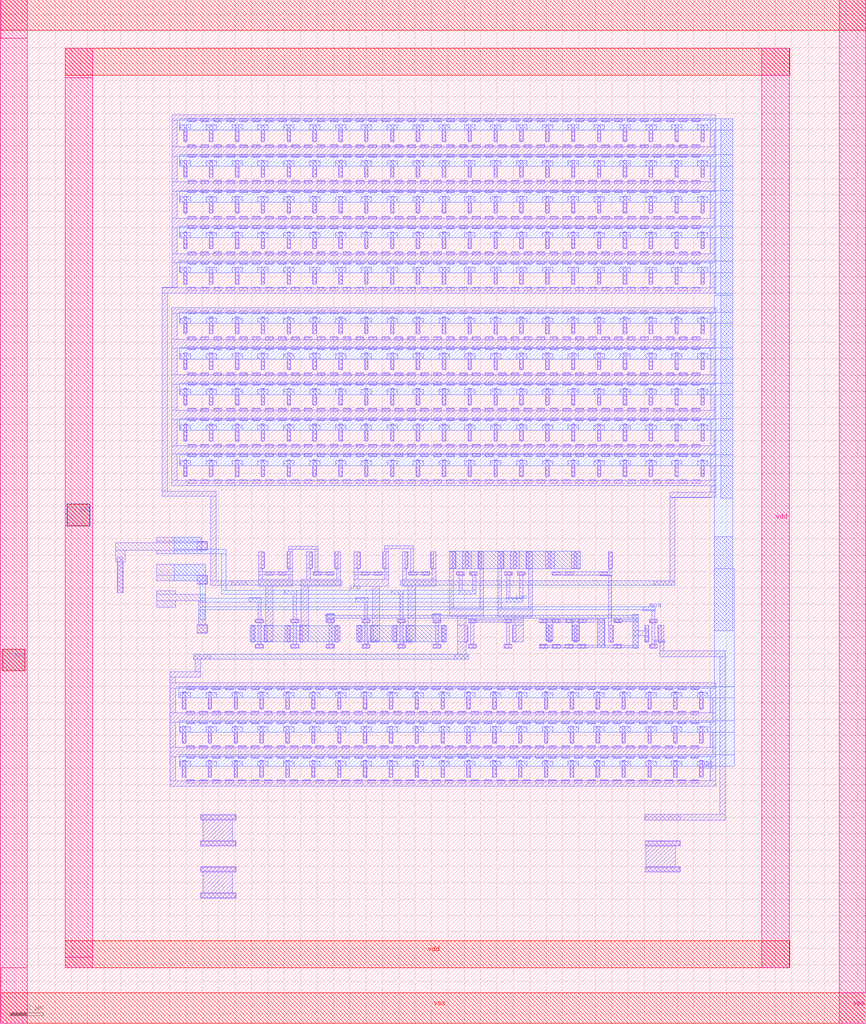
<source format=lef>
VERSION 5.7 ;
  NOWIREEXTENSIONATPIN ON ;
  DIVIDERCHAR "/" ;
  BUSBITCHARS "[]" ;
MACRO sky130_ef_ip__opamp
  CLASS BLOCK ;
  FOREIGN sky130_ef_ip__opamp ;
  ORIGIN 31.350 24.580 ;
  SIZE 52.910 BY 62.500 ;
  PIN vdd
    DIRECTION INOUT ;
    USE POWER ;
    ANTENNADIFFAREA 186.130493 ;
    PORT
      LAYER met3 ;
        RECT -27.300 5.785 -25.850 7.135 ;
      LAYER met4 ;
        RECT -27.390 33.300 16.870 34.950 ;
        RECT -27.255 5.805 -25.895 7.115 ;
        RECT -27.390 -21.200 16.870 -19.550 ;
      LAYER met5 ;
        RECT -27.390 33.170 -25.710 34.950 ;
        RECT 15.160 33.310 16.860 34.950 ;
        RECT -27.390 -20.550 -25.700 33.170 ;
        RECT -27.390 -21.200 -25.710 -20.550 ;
        RECT 15.160 -21.200 16.840 33.310 ;
    END
  END vdd
  PIN out
    DIRECTION OUTPUT ;
    USE SIGNAL ;
    ANTENNADIFFAREA 79.169998 ;
    PORT
      LAYER li1 ;
        RECT -20.130 29.255 -19.960 30.295 ;
        RECT -18.550 29.255 -18.380 30.295 ;
        RECT -16.970 29.255 -16.800 30.295 ;
        RECT -15.390 29.255 -15.220 30.295 ;
        RECT -13.810 29.255 -13.640 30.295 ;
        RECT -12.230 29.255 -12.060 30.295 ;
        RECT -10.650 29.255 -10.480 30.295 ;
        RECT -9.070 29.255 -8.900 30.295 ;
        RECT -7.490 29.255 -7.320 30.295 ;
        RECT -5.910 29.255 -5.740 30.295 ;
        RECT -4.330 29.255 -4.160 30.295 ;
        RECT -2.750 29.255 -2.580 30.295 ;
        RECT -1.170 29.255 -1.000 30.295 ;
        RECT 0.410 29.255 0.580 30.295 ;
        RECT 1.990 29.255 2.160 30.295 ;
        RECT 3.570 29.255 3.740 30.295 ;
        RECT 5.150 29.255 5.320 30.295 ;
        RECT 6.730 29.255 6.900 30.295 ;
        RECT 8.310 29.255 8.480 30.295 ;
        RECT 9.890 29.255 10.060 30.295 ;
        RECT 11.470 29.255 11.640 30.295 ;
        RECT -20.130 27.075 -19.960 28.115 ;
        RECT -18.550 27.075 -18.380 28.115 ;
        RECT -16.970 27.075 -16.800 28.115 ;
        RECT -15.390 27.075 -15.220 28.115 ;
        RECT -13.810 27.075 -13.640 28.115 ;
        RECT -12.230 27.075 -12.060 28.115 ;
        RECT -10.650 27.075 -10.480 28.115 ;
        RECT -9.070 27.075 -8.900 28.115 ;
        RECT -7.490 27.075 -7.320 28.115 ;
        RECT -5.910 27.075 -5.740 28.115 ;
        RECT -4.330 27.075 -4.160 28.115 ;
        RECT -2.750 27.075 -2.580 28.115 ;
        RECT -1.170 27.075 -1.000 28.115 ;
        RECT 0.410 27.075 0.580 28.115 ;
        RECT 1.990 27.075 2.160 28.115 ;
        RECT 3.570 27.075 3.740 28.115 ;
        RECT 5.150 27.075 5.320 28.115 ;
        RECT 6.730 27.075 6.900 28.115 ;
        RECT 8.310 27.075 8.480 28.115 ;
        RECT 9.890 27.075 10.060 28.115 ;
        RECT 11.470 27.075 11.640 28.115 ;
        RECT -20.130 24.895 -19.960 25.935 ;
        RECT -18.550 24.895 -18.380 25.935 ;
        RECT -16.970 24.895 -16.800 25.935 ;
        RECT -15.390 24.895 -15.220 25.935 ;
        RECT -13.810 24.895 -13.640 25.935 ;
        RECT -12.230 24.895 -12.060 25.935 ;
        RECT -10.650 24.895 -10.480 25.935 ;
        RECT -9.070 24.895 -8.900 25.935 ;
        RECT -7.490 24.895 -7.320 25.935 ;
        RECT -5.910 24.895 -5.740 25.935 ;
        RECT -4.330 24.895 -4.160 25.935 ;
        RECT -2.750 24.895 -2.580 25.935 ;
        RECT -1.170 24.895 -1.000 25.935 ;
        RECT 0.410 24.895 0.580 25.935 ;
        RECT 1.990 24.895 2.160 25.935 ;
        RECT 3.570 24.895 3.740 25.935 ;
        RECT 5.150 24.895 5.320 25.935 ;
        RECT 6.730 24.895 6.900 25.935 ;
        RECT 8.310 24.895 8.480 25.935 ;
        RECT 9.890 24.895 10.060 25.935 ;
        RECT 11.470 24.895 11.640 25.935 ;
        RECT -20.130 22.715 -19.960 23.755 ;
        RECT -18.550 22.715 -18.380 23.755 ;
        RECT -16.970 22.715 -16.800 23.755 ;
        RECT -15.390 22.715 -15.220 23.755 ;
        RECT -13.810 22.715 -13.640 23.755 ;
        RECT -12.230 22.715 -12.060 23.755 ;
        RECT -10.650 22.715 -10.480 23.755 ;
        RECT -9.070 22.715 -8.900 23.755 ;
        RECT -7.490 22.715 -7.320 23.755 ;
        RECT -5.910 22.715 -5.740 23.755 ;
        RECT -4.330 22.715 -4.160 23.755 ;
        RECT -2.750 22.715 -2.580 23.755 ;
        RECT -1.170 22.715 -1.000 23.755 ;
        RECT 0.410 22.715 0.580 23.755 ;
        RECT 1.990 22.715 2.160 23.755 ;
        RECT 3.570 22.715 3.740 23.755 ;
        RECT 5.150 22.715 5.320 23.755 ;
        RECT 6.730 22.715 6.900 23.755 ;
        RECT 8.310 22.715 8.480 23.755 ;
        RECT 9.890 22.715 10.060 23.755 ;
        RECT 11.470 22.715 11.640 23.755 ;
        RECT -20.130 20.535 -19.960 21.575 ;
        RECT -18.550 20.535 -18.380 21.575 ;
        RECT -16.970 20.535 -16.800 21.575 ;
        RECT -15.390 20.535 -15.220 21.575 ;
        RECT -13.810 20.535 -13.640 21.575 ;
        RECT -12.230 20.535 -12.060 21.575 ;
        RECT -10.650 20.535 -10.480 21.575 ;
        RECT -9.070 20.535 -8.900 21.575 ;
        RECT -7.490 20.535 -7.320 21.575 ;
        RECT -5.910 20.535 -5.740 21.575 ;
        RECT -4.330 20.535 -4.160 21.575 ;
        RECT -2.750 20.535 -2.580 21.575 ;
        RECT -1.170 20.535 -1.000 21.575 ;
        RECT 0.410 20.535 0.580 21.575 ;
        RECT 1.990 20.535 2.160 21.575 ;
        RECT 3.570 20.535 3.740 21.575 ;
        RECT 5.150 20.535 5.320 21.575 ;
        RECT 6.730 20.535 6.900 21.575 ;
        RECT 8.310 20.535 8.480 21.575 ;
        RECT 9.890 20.535 10.060 21.575 ;
        RECT 11.470 20.535 11.640 21.575 ;
        RECT -20.130 17.515 -19.960 18.555 ;
        RECT -18.550 17.515 -18.380 18.555 ;
        RECT -16.970 17.515 -16.800 18.555 ;
        RECT -15.390 17.515 -15.220 18.555 ;
        RECT -13.810 17.515 -13.640 18.555 ;
        RECT -12.230 17.515 -12.060 18.555 ;
        RECT -10.650 17.515 -10.480 18.555 ;
        RECT -9.070 17.515 -8.900 18.555 ;
        RECT -7.490 17.515 -7.320 18.555 ;
        RECT -5.910 17.515 -5.740 18.555 ;
        RECT -4.330 17.515 -4.160 18.555 ;
        RECT -2.750 17.515 -2.580 18.555 ;
        RECT -1.170 17.515 -1.000 18.555 ;
        RECT 0.410 17.515 0.580 18.555 ;
        RECT 1.990 17.515 2.160 18.555 ;
        RECT 3.570 17.515 3.740 18.555 ;
        RECT 5.150 17.515 5.320 18.555 ;
        RECT 6.730 17.515 6.900 18.555 ;
        RECT 8.310 17.515 8.480 18.555 ;
        RECT 9.890 17.515 10.060 18.555 ;
        RECT 11.470 17.515 11.640 18.555 ;
        RECT -20.130 15.335 -19.960 16.375 ;
        RECT -18.550 15.335 -18.380 16.375 ;
        RECT -16.970 15.335 -16.800 16.375 ;
        RECT -15.390 15.335 -15.220 16.375 ;
        RECT -13.810 15.335 -13.640 16.375 ;
        RECT -12.230 15.335 -12.060 16.375 ;
        RECT -10.650 15.335 -10.480 16.375 ;
        RECT -9.070 15.335 -8.900 16.375 ;
        RECT -7.490 15.335 -7.320 16.375 ;
        RECT -5.910 15.335 -5.740 16.375 ;
        RECT -4.330 15.335 -4.160 16.375 ;
        RECT -2.750 15.335 -2.580 16.375 ;
        RECT -1.170 15.335 -1.000 16.375 ;
        RECT 0.410 15.335 0.580 16.375 ;
        RECT 1.990 15.335 2.160 16.375 ;
        RECT 3.570 15.335 3.740 16.375 ;
        RECT 5.150 15.335 5.320 16.375 ;
        RECT 6.730 15.335 6.900 16.375 ;
        RECT 8.310 15.335 8.480 16.375 ;
        RECT 9.890 15.335 10.060 16.375 ;
        RECT 11.470 15.335 11.640 16.375 ;
        RECT -20.130 13.155 -19.960 14.195 ;
        RECT -18.550 13.155 -18.380 14.195 ;
        RECT -16.970 13.155 -16.800 14.195 ;
        RECT -15.390 13.155 -15.220 14.195 ;
        RECT -13.810 13.155 -13.640 14.195 ;
        RECT -12.230 13.155 -12.060 14.195 ;
        RECT -10.650 13.155 -10.480 14.195 ;
        RECT -9.070 13.155 -8.900 14.195 ;
        RECT -7.490 13.155 -7.320 14.195 ;
        RECT -5.910 13.155 -5.740 14.195 ;
        RECT -4.330 13.155 -4.160 14.195 ;
        RECT -2.750 13.155 -2.580 14.195 ;
        RECT -1.170 13.155 -1.000 14.195 ;
        RECT 0.410 13.155 0.580 14.195 ;
        RECT 1.990 13.155 2.160 14.195 ;
        RECT 3.570 13.155 3.740 14.195 ;
        RECT 5.150 13.155 5.320 14.195 ;
        RECT 6.730 13.155 6.900 14.195 ;
        RECT 8.310 13.155 8.480 14.195 ;
        RECT 9.890 13.155 10.060 14.195 ;
        RECT 11.470 13.155 11.640 14.195 ;
        RECT -20.130 10.975 -19.960 12.015 ;
        RECT -18.550 10.975 -18.380 12.015 ;
        RECT -16.970 10.975 -16.800 12.015 ;
        RECT -15.390 10.975 -15.220 12.015 ;
        RECT -13.810 10.975 -13.640 12.015 ;
        RECT -12.230 10.975 -12.060 12.015 ;
        RECT -10.650 10.975 -10.480 12.015 ;
        RECT -9.070 10.975 -8.900 12.015 ;
        RECT -7.490 10.975 -7.320 12.015 ;
        RECT -5.910 10.975 -5.740 12.015 ;
        RECT -4.330 10.975 -4.160 12.015 ;
        RECT -2.750 10.975 -2.580 12.015 ;
        RECT -1.170 10.975 -1.000 12.015 ;
        RECT 0.410 10.975 0.580 12.015 ;
        RECT 1.990 10.975 2.160 12.015 ;
        RECT 3.570 10.975 3.740 12.015 ;
        RECT 5.150 10.975 5.320 12.015 ;
        RECT 6.730 10.975 6.900 12.015 ;
        RECT 8.310 10.975 8.480 12.015 ;
        RECT 9.890 10.975 10.060 12.015 ;
        RECT 11.470 10.975 11.640 12.015 ;
        RECT -20.130 8.795 -19.960 9.835 ;
        RECT -18.550 8.795 -18.380 9.835 ;
        RECT -16.970 8.795 -16.800 9.835 ;
        RECT -15.390 8.795 -15.220 9.835 ;
        RECT -13.810 8.795 -13.640 9.835 ;
        RECT -12.230 8.795 -12.060 9.835 ;
        RECT -10.650 8.795 -10.480 9.835 ;
        RECT -9.070 8.795 -8.900 9.835 ;
        RECT -7.490 8.795 -7.320 9.835 ;
        RECT -5.910 8.795 -5.740 9.835 ;
        RECT -4.330 8.795 -4.160 9.835 ;
        RECT -2.750 8.795 -2.580 9.835 ;
        RECT -1.170 8.795 -1.000 9.835 ;
        RECT 0.410 8.795 0.580 9.835 ;
        RECT 1.990 8.795 2.160 9.835 ;
        RECT 3.570 8.795 3.740 9.835 ;
        RECT 5.150 8.795 5.320 9.835 ;
        RECT 6.730 8.795 6.900 9.835 ;
        RECT 8.310 8.795 8.480 9.835 ;
        RECT 9.890 8.795 10.060 9.835 ;
        RECT 11.470 8.795 11.640 9.835 ;
        RECT -20.210 -5.390 -20.040 -4.350 ;
        RECT -18.630 -5.390 -18.460 -4.350 ;
        RECT -17.050 -5.390 -16.880 -4.350 ;
        RECT -15.470 -5.390 -15.300 -4.350 ;
        RECT -13.890 -5.390 -13.720 -4.350 ;
        RECT -12.310 -5.390 -12.140 -4.350 ;
        RECT -10.730 -5.390 -10.560 -4.350 ;
        RECT -9.150 -5.390 -8.980 -4.350 ;
        RECT -7.570 -5.390 -7.400 -4.350 ;
        RECT -5.990 -5.390 -5.820 -4.350 ;
        RECT -4.410 -5.390 -4.240 -4.350 ;
        RECT -2.830 -5.390 -2.660 -4.350 ;
        RECT -1.250 -5.390 -1.080 -4.350 ;
        RECT 0.330 -5.390 0.500 -4.350 ;
        RECT 1.910 -5.390 2.080 -4.350 ;
        RECT 3.490 -5.390 3.660 -4.350 ;
        RECT 5.070 -5.390 5.240 -4.350 ;
        RECT 6.650 -5.390 6.820 -4.350 ;
        RECT 8.230 -5.390 8.400 -4.350 ;
        RECT 9.810 -5.390 9.980 -4.350 ;
        RECT 11.390 -5.390 11.560 -4.350 ;
        RECT -20.210 -7.480 -20.040 -6.440 ;
        RECT -18.630 -7.480 -18.460 -6.440 ;
        RECT -17.050 -7.480 -16.880 -6.440 ;
        RECT -15.470 -7.480 -15.300 -6.440 ;
        RECT -13.890 -7.480 -13.720 -6.440 ;
        RECT -12.310 -7.480 -12.140 -6.440 ;
        RECT -10.730 -7.480 -10.560 -6.440 ;
        RECT -9.150 -7.480 -8.980 -6.440 ;
        RECT -7.570 -7.480 -7.400 -6.440 ;
        RECT -5.990 -7.480 -5.820 -6.440 ;
        RECT -4.410 -7.480 -4.240 -6.440 ;
        RECT -2.830 -7.480 -2.660 -6.440 ;
        RECT -1.250 -7.480 -1.080 -6.440 ;
        RECT 0.330 -7.480 0.500 -6.440 ;
        RECT 1.910 -7.480 2.080 -6.440 ;
        RECT 3.490 -7.480 3.660 -6.440 ;
        RECT 5.070 -7.480 5.240 -6.440 ;
        RECT 6.650 -7.480 6.820 -6.440 ;
        RECT 8.230 -7.480 8.400 -6.440 ;
        RECT 9.810 -7.480 9.980 -6.440 ;
        RECT 11.390 -7.480 11.560 -6.440 ;
        RECT -20.210 -9.570 -20.040 -8.530 ;
        RECT -18.630 -9.570 -18.460 -8.530 ;
        RECT -17.050 -9.570 -16.880 -8.530 ;
        RECT -15.470 -9.570 -15.300 -8.530 ;
        RECT -13.890 -9.570 -13.720 -8.530 ;
        RECT -12.310 -9.570 -12.140 -8.530 ;
        RECT -10.730 -9.570 -10.560 -8.530 ;
        RECT -9.150 -9.570 -8.980 -8.530 ;
        RECT -7.570 -9.570 -7.400 -8.530 ;
        RECT -5.990 -9.570 -5.820 -8.530 ;
        RECT -4.410 -9.570 -4.240 -8.530 ;
        RECT -2.830 -9.570 -2.660 -8.530 ;
        RECT -1.250 -9.570 -1.080 -8.530 ;
        RECT 0.330 -9.570 0.500 -8.530 ;
        RECT 1.910 -9.570 2.080 -8.530 ;
        RECT 3.490 -9.570 3.660 -8.530 ;
        RECT 5.070 -9.570 5.240 -8.530 ;
        RECT 6.650 -9.570 6.820 -8.530 ;
        RECT 8.230 -9.570 8.400 -8.530 ;
        RECT 9.810 -9.570 9.980 -8.530 ;
        RECT 11.390 -9.570 11.560 -8.530 ;
      LAYER met1 ;
        RECT -20.360 29.955 -19.720 30.275 ;
        RECT -18.780 29.955 -18.140 30.275 ;
        RECT -17.200 29.955 -16.560 30.275 ;
        RECT -15.620 29.955 -14.980 30.275 ;
        RECT -14.040 29.955 -13.400 30.275 ;
        RECT -12.460 29.955 -11.820 30.275 ;
        RECT -10.880 29.955 -10.240 30.275 ;
        RECT -9.300 29.955 -8.660 30.275 ;
        RECT -7.720 29.955 -7.080 30.275 ;
        RECT -6.140 29.955 -5.500 30.275 ;
        RECT -4.560 29.955 -3.920 30.275 ;
        RECT -2.980 29.955 -2.340 30.275 ;
        RECT -1.400 29.955 -0.760 30.275 ;
        RECT 0.180 29.955 0.820 30.275 ;
        RECT 1.760 29.955 2.400 30.275 ;
        RECT 3.340 29.955 3.980 30.275 ;
        RECT 4.920 29.955 5.560 30.275 ;
        RECT 6.500 29.955 7.140 30.275 ;
        RECT 8.080 29.955 8.720 30.275 ;
        RECT 9.660 29.955 10.300 30.275 ;
        RECT 11.240 29.955 11.880 30.275 ;
        RECT -20.160 29.275 -19.930 29.955 ;
        RECT -18.580 29.275 -18.350 29.955 ;
        RECT -17.000 29.275 -16.770 29.955 ;
        RECT -15.420 29.275 -15.190 29.955 ;
        RECT -13.840 29.275 -13.610 29.955 ;
        RECT -12.260 29.275 -12.030 29.955 ;
        RECT -10.680 29.275 -10.450 29.955 ;
        RECT -9.100 29.275 -8.870 29.955 ;
        RECT -7.520 29.275 -7.290 29.955 ;
        RECT -5.940 29.275 -5.710 29.955 ;
        RECT -4.360 29.275 -4.130 29.955 ;
        RECT -2.780 29.275 -2.550 29.955 ;
        RECT -1.200 29.275 -0.970 29.955 ;
        RECT 0.380 29.275 0.610 29.955 ;
        RECT 1.960 29.275 2.190 29.955 ;
        RECT 3.540 29.275 3.770 29.955 ;
        RECT 5.120 29.275 5.350 29.955 ;
        RECT 6.700 29.275 6.930 29.955 ;
        RECT 8.280 29.275 8.510 29.955 ;
        RECT 9.860 29.275 10.090 29.955 ;
        RECT 11.440 29.275 11.670 29.955 ;
        RECT -20.160 28.075 -19.930 28.095 ;
        RECT -18.580 28.075 -18.350 28.095 ;
        RECT -17.000 28.075 -16.770 28.095 ;
        RECT -15.420 28.075 -15.190 28.095 ;
        RECT -13.840 28.075 -13.610 28.095 ;
        RECT -12.260 28.075 -12.030 28.095 ;
        RECT -10.680 28.075 -10.450 28.095 ;
        RECT -9.100 28.075 -8.870 28.095 ;
        RECT -7.520 28.075 -7.290 28.095 ;
        RECT -5.940 28.075 -5.710 28.095 ;
        RECT -4.360 28.075 -4.130 28.095 ;
        RECT -2.780 28.075 -2.550 28.095 ;
        RECT -1.200 28.075 -0.970 28.095 ;
        RECT 0.380 28.075 0.610 28.095 ;
        RECT 1.960 28.075 2.190 28.095 ;
        RECT 3.540 28.075 3.770 28.095 ;
        RECT 5.120 28.075 5.350 28.095 ;
        RECT 6.700 28.075 6.930 28.095 ;
        RECT 8.280 28.075 8.510 28.095 ;
        RECT 9.860 28.075 10.090 28.095 ;
        RECT 11.440 28.075 11.670 28.095 ;
        RECT -20.360 27.755 -19.720 28.075 ;
        RECT -18.780 27.755 -18.140 28.075 ;
        RECT -17.200 27.755 -16.560 28.075 ;
        RECT -15.620 27.755 -14.980 28.075 ;
        RECT -14.040 27.755 -13.400 28.075 ;
        RECT -12.460 27.755 -11.820 28.075 ;
        RECT -10.880 27.755 -10.240 28.075 ;
        RECT -9.300 27.755 -8.660 28.075 ;
        RECT -7.720 27.755 -7.080 28.075 ;
        RECT -6.140 27.755 -5.500 28.075 ;
        RECT -4.560 27.755 -3.920 28.075 ;
        RECT -2.980 27.755 -2.340 28.075 ;
        RECT -1.400 27.755 -0.760 28.075 ;
        RECT 0.180 27.755 0.820 28.075 ;
        RECT 1.760 27.755 2.400 28.075 ;
        RECT 3.340 27.755 3.980 28.075 ;
        RECT 4.920 27.755 5.560 28.075 ;
        RECT 6.500 27.755 7.140 28.075 ;
        RECT 8.080 27.755 8.720 28.075 ;
        RECT 9.660 27.755 10.300 28.075 ;
        RECT 11.240 27.755 11.880 28.075 ;
        RECT -20.160 27.095 -19.930 27.755 ;
        RECT -18.580 27.095 -18.350 27.755 ;
        RECT -17.000 27.095 -16.770 27.755 ;
        RECT -15.420 27.095 -15.190 27.755 ;
        RECT -13.840 27.095 -13.610 27.755 ;
        RECT -12.260 27.095 -12.030 27.755 ;
        RECT -10.680 27.095 -10.450 27.755 ;
        RECT -9.100 27.095 -8.870 27.755 ;
        RECT -7.520 27.095 -7.290 27.755 ;
        RECT -5.940 27.095 -5.710 27.755 ;
        RECT -4.360 27.095 -4.130 27.755 ;
        RECT -2.780 27.095 -2.550 27.755 ;
        RECT -1.200 27.095 -0.970 27.755 ;
        RECT 0.380 27.095 0.610 27.755 ;
        RECT 1.960 27.095 2.190 27.755 ;
        RECT 3.540 27.095 3.770 27.755 ;
        RECT 5.120 27.095 5.350 27.755 ;
        RECT 6.700 27.095 6.930 27.755 ;
        RECT 8.280 27.095 8.510 27.755 ;
        RECT 9.860 27.095 10.090 27.755 ;
        RECT 11.440 27.095 11.670 27.755 ;
        RECT -20.160 25.875 -19.930 25.915 ;
        RECT -18.580 25.875 -18.350 25.915 ;
        RECT -17.000 25.875 -16.770 25.915 ;
        RECT -15.420 25.875 -15.190 25.915 ;
        RECT -13.840 25.875 -13.610 25.915 ;
        RECT -12.260 25.875 -12.030 25.915 ;
        RECT -10.680 25.875 -10.450 25.915 ;
        RECT -9.100 25.875 -8.870 25.915 ;
        RECT -7.520 25.875 -7.290 25.915 ;
        RECT -5.940 25.875 -5.710 25.915 ;
        RECT -4.360 25.875 -4.130 25.915 ;
        RECT -2.780 25.875 -2.550 25.915 ;
        RECT -1.200 25.875 -0.970 25.915 ;
        RECT 0.380 25.875 0.610 25.915 ;
        RECT 1.960 25.875 2.190 25.915 ;
        RECT 3.540 25.875 3.770 25.915 ;
        RECT 5.120 25.875 5.350 25.915 ;
        RECT 6.700 25.875 6.930 25.915 ;
        RECT 8.280 25.875 8.510 25.915 ;
        RECT 9.860 25.875 10.090 25.915 ;
        RECT 11.440 25.875 11.670 25.915 ;
        RECT -20.360 25.555 -19.720 25.875 ;
        RECT -18.780 25.555 -18.140 25.875 ;
        RECT -17.200 25.555 -16.560 25.875 ;
        RECT -15.620 25.555 -14.980 25.875 ;
        RECT -14.040 25.555 -13.400 25.875 ;
        RECT -12.460 25.555 -11.820 25.875 ;
        RECT -10.880 25.555 -10.240 25.875 ;
        RECT -9.300 25.555 -8.660 25.875 ;
        RECT -7.720 25.555 -7.080 25.875 ;
        RECT -6.140 25.555 -5.500 25.875 ;
        RECT -4.560 25.555 -3.920 25.875 ;
        RECT -2.980 25.555 -2.340 25.875 ;
        RECT -1.400 25.555 -0.760 25.875 ;
        RECT 0.180 25.555 0.820 25.875 ;
        RECT 1.760 25.555 2.400 25.875 ;
        RECT 3.340 25.555 3.980 25.875 ;
        RECT 4.920 25.555 5.560 25.875 ;
        RECT 6.500 25.555 7.140 25.875 ;
        RECT 8.080 25.555 8.720 25.875 ;
        RECT 9.660 25.555 10.300 25.875 ;
        RECT 11.240 25.555 11.880 25.875 ;
        RECT -20.160 24.915 -19.930 25.555 ;
        RECT -18.580 24.915 -18.350 25.555 ;
        RECT -17.000 24.915 -16.770 25.555 ;
        RECT -15.420 24.915 -15.190 25.555 ;
        RECT -13.840 24.915 -13.610 25.555 ;
        RECT -12.260 24.915 -12.030 25.555 ;
        RECT -10.680 24.915 -10.450 25.555 ;
        RECT -9.100 24.915 -8.870 25.555 ;
        RECT -7.520 24.915 -7.290 25.555 ;
        RECT -5.940 24.915 -5.710 25.555 ;
        RECT -4.360 24.915 -4.130 25.555 ;
        RECT -2.780 24.915 -2.550 25.555 ;
        RECT -1.200 24.915 -0.970 25.555 ;
        RECT 0.380 24.915 0.610 25.555 ;
        RECT 1.960 24.915 2.190 25.555 ;
        RECT 3.540 24.915 3.770 25.555 ;
        RECT 5.120 24.915 5.350 25.555 ;
        RECT 6.700 24.915 6.930 25.555 ;
        RECT 8.280 24.915 8.510 25.555 ;
        RECT 9.860 24.915 10.090 25.555 ;
        RECT 11.440 24.915 11.670 25.555 ;
        RECT -20.160 23.700 -19.930 23.735 ;
        RECT -18.580 23.700 -18.350 23.735 ;
        RECT -17.000 23.700 -16.770 23.735 ;
        RECT -15.420 23.700 -15.190 23.735 ;
        RECT -13.840 23.700 -13.610 23.735 ;
        RECT -12.260 23.700 -12.030 23.735 ;
        RECT -10.680 23.700 -10.450 23.735 ;
        RECT -9.100 23.700 -8.870 23.735 ;
        RECT -7.520 23.700 -7.290 23.735 ;
        RECT -5.940 23.700 -5.710 23.735 ;
        RECT -4.360 23.700 -4.130 23.735 ;
        RECT -2.780 23.700 -2.550 23.735 ;
        RECT -1.200 23.700 -0.970 23.735 ;
        RECT 0.380 23.700 0.610 23.735 ;
        RECT 1.960 23.700 2.190 23.735 ;
        RECT 3.540 23.700 3.770 23.735 ;
        RECT 5.120 23.700 5.350 23.735 ;
        RECT 6.700 23.700 6.930 23.735 ;
        RECT 8.280 23.700 8.510 23.735 ;
        RECT 9.860 23.700 10.090 23.735 ;
        RECT 11.440 23.700 11.670 23.735 ;
        RECT -20.360 23.380 -19.720 23.700 ;
        RECT -18.780 23.380 -18.140 23.700 ;
        RECT -17.200 23.380 -16.560 23.700 ;
        RECT -15.620 23.380 -14.980 23.700 ;
        RECT -14.040 23.380 -13.400 23.700 ;
        RECT -12.460 23.380 -11.820 23.700 ;
        RECT -10.880 23.380 -10.240 23.700 ;
        RECT -9.300 23.380 -8.660 23.700 ;
        RECT -7.720 23.380 -7.080 23.700 ;
        RECT -6.140 23.380 -5.500 23.700 ;
        RECT -4.560 23.380 -3.920 23.700 ;
        RECT -2.980 23.380 -2.340 23.700 ;
        RECT -1.400 23.380 -0.760 23.700 ;
        RECT 0.180 23.380 0.820 23.700 ;
        RECT 1.760 23.380 2.400 23.700 ;
        RECT 3.340 23.380 3.980 23.700 ;
        RECT 4.920 23.380 5.560 23.700 ;
        RECT 6.500 23.380 7.140 23.700 ;
        RECT 8.080 23.380 8.720 23.700 ;
        RECT 9.660 23.380 10.300 23.700 ;
        RECT 11.240 23.380 11.880 23.700 ;
        RECT -20.160 22.735 -19.930 23.380 ;
        RECT -18.580 22.735 -18.350 23.380 ;
        RECT -17.000 22.735 -16.770 23.380 ;
        RECT -15.420 22.735 -15.190 23.380 ;
        RECT -13.840 22.735 -13.610 23.380 ;
        RECT -12.260 22.735 -12.030 23.380 ;
        RECT -10.680 22.735 -10.450 23.380 ;
        RECT -9.100 22.735 -8.870 23.380 ;
        RECT -7.520 22.735 -7.290 23.380 ;
        RECT -5.940 22.735 -5.710 23.380 ;
        RECT -4.360 22.735 -4.130 23.380 ;
        RECT -2.780 22.735 -2.550 23.380 ;
        RECT -1.200 22.735 -0.970 23.380 ;
        RECT 0.380 22.735 0.610 23.380 ;
        RECT 1.960 22.735 2.190 23.380 ;
        RECT 3.540 22.735 3.770 23.380 ;
        RECT 5.120 22.735 5.350 23.380 ;
        RECT 6.700 22.735 6.930 23.380 ;
        RECT 8.280 22.735 8.510 23.380 ;
        RECT 9.860 22.735 10.090 23.380 ;
        RECT 11.440 22.735 11.670 23.380 ;
        RECT -20.360 21.255 -19.720 21.575 ;
        RECT -18.780 21.255 -18.140 21.575 ;
        RECT -17.200 21.255 -16.560 21.575 ;
        RECT -15.620 21.255 -14.980 21.575 ;
        RECT -14.040 21.255 -13.400 21.575 ;
        RECT -12.460 21.255 -11.820 21.575 ;
        RECT -10.880 21.255 -10.240 21.575 ;
        RECT -9.300 21.255 -8.660 21.575 ;
        RECT -7.720 21.255 -7.080 21.575 ;
        RECT -6.140 21.255 -5.500 21.575 ;
        RECT -4.560 21.255 -3.920 21.575 ;
        RECT -2.980 21.255 -2.340 21.575 ;
        RECT -1.400 21.255 -0.760 21.575 ;
        RECT 0.180 21.255 0.820 21.575 ;
        RECT 1.760 21.255 2.400 21.575 ;
        RECT 3.340 21.255 3.980 21.575 ;
        RECT 4.920 21.255 5.560 21.575 ;
        RECT 6.500 21.255 7.140 21.575 ;
        RECT 8.080 21.255 8.720 21.575 ;
        RECT 9.660 21.255 10.300 21.575 ;
        RECT 11.240 21.255 11.880 21.575 ;
        RECT -20.160 20.555 -19.930 21.255 ;
        RECT -18.580 20.555 -18.350 21.255 ;
        RECT -17.000 20.555 -16.770 21.255 ;
        RECT -15.420 20.555 -15.190 21.255 ;
        RECT -13.840 20.555 -13.610 21.255 ;
        RECT -12.260 20.555 -12.030 21.255 ;
        RECT -10.680 20.555 -10.450 21.255 ;
        RECT -9.100 20.555 -8.870 21.255 ;
        RECT -7.520 20.555 -7.290 21.255 ;
        RECT -5.940 20.555 -5.710 21.255 ;
        RECT -4.360 20.555 -4.130 21.255 ;
        RECT -2.780 20.555 -2.550 21.255 ;
        RECT -1.200 20.555 -0.970 21.255 ;
        RECT 0.380 20.555 0.610 21.255 ;
        RECT 1.960 20.555 2.190 21.255 ;
        RECT 3.540 20.555 3.770 21.255 ;
        RECT 5.120 20.555 5.350 21.255 ;
        RECT 6.700 20.555 6.930 21.255 ;
        RECT 8.280 20.555 8.510 21.255 ;
        RECT 9.860 20.555 10.090 21.255 ;
        RECT 11.440 20.555 11.670 21.255 ;
        RECT -20.160 18.475 -19.930 18.535 ;
        RECT -18.580 18.475 -18.350 18.535 ;
        RECT -17.000 18.475 -16.770 18.535 ;
        RECT -15.420 18.475 -15.190 18.535 ;
        RECT -13.840 18.475 -13.610 18.535 ;
        RECT -12.260 18.475 -12.030 18.535 ;
        RECT -10.680 18.475 -10.450 18.535 ;
        RECT -9.100 18.475 -8.870 18.535 ;
        RECT -7.520 18.475 -7.290 18.535 ;
        RECT -5.940 18.475 -5.710 18.535 ;
        RECT -4.360 18.475 -4.130 18.535 ;
        RECT -2.780 18.475 -2.550 18.535 ;
        RECT -1.200 18.475 -0.970 18.535 ;
        RECT 0.380 18.475 0.610 18.535 ;
        RECT 1.960 18.475 2.190 18.535 ;
        RECT 3.540 18.475 3.770 18.535 ;
        RECT 5.120 18.475 5.350 18.535 ;
        RECT 6.700 18.475 6.930 18.535 ;
        RECT 8.280 18.475 8.510 18.535 ;
        RECT 9.860 18.475 10.090 18.535 ;
        RECT 11.440 18.475 11.670 18.535 ;
        RECT -20.360 18.155 -19.720 18.475 ;
        RECT -18.780 18.155 -18.140 18.475 ;
        RECT -17.200 18.155 -16.560 18.475 ;
        RECT -15.620 18.155 -14.980 18.475 ;
        RECT -14.040 18.155 -13.400 18.475 ;
        RECT -12.460 18.155 -11.820 18.475 ;
        RECT -10.880 18.155 -10.240 18.475 ;
        RECT -9.300 18.155 -8.660 18.475 ;
        RECT -7.720 18.155 -7.080 18.475 ;
        RECT -6.140 18.155 -5.500 18.475 ;
        RECT -4.560 18.155 -3.920 18.475 ;
        RECT -2.980 18.155 -2.340 18.475 ;
        RECT -1.400 18.155 -0.760 18.475 ;
        RECT 0.180 18.155 0.820 18.475 ;
        RECT 1.760 18.155 2.400 18.475 ;
        RECT 3.340 18.155 3.980 18.475 ;
        RECT 4.920 18.155 5.560 18.475 ;
        RECT 6.500 18.155 7.140 18.475 ;
        RECT 8.080 18.155 8.720 18.475 ;
        RECT 9.660 18.155 10.300 18.475 ;
        RECT 11.240 18.155 11.880 18.475 ;
        RECT -20.160 17.535 -19.930 18.155 ;
        RECT -18.580 17.535 -18.350 18.155 ;
        RECT -17.000 17.535 -16.770 18.155 ;
        RECT -15.420 17.535 -15.190 18.155 ;
        RECT -13.840 17.535 -13.610 18.155 ;
        RECT -12.260 17.535 -12.030 18.155 ;
        RECT -10.680 17.535 -10.450 18.155 ;
        RECT -9.100 17.535 -8.870 18.155 ;
        RECT -7.520 17.535 -7.290 18.155 ;
        RECT -5.940 17.535 -5.710 18.155 ;
        RECT -4.360 17.535 -4.130 18.155 ;
        RECT -2.780 17.535 -2.550 18.155 ;
        RECT -1.200 17.535 -0.970 18.155 ;
        RECT 0.380 17.535 0.610 18.155 ;
        RECT 1.960 17.535 2.190 18.155 ;
        RECT 3.540 17.535 3.770 18.155 ;
        RECT 5.120 17.535 5.350 18.155 ;
        RECT 6.700 17.535 6.930 18.155 ;
        RECT 8.280 17.535 8.510 18.155 ;
        RECT 9.860 17.535 10.090 18.155 ;
        RECT 11.440 17.535 11.670 18.155 ;
        RECT -20.160 16.300 -19.930 16.355 ;
        RECT -18.580 16.300 -18.350 16.355 ;
        RECT -17.000 16.300 -16.770 16.355 ;
        RECT -15.420 16.300 -15.190 16.355 ;
        RECT -13.840 16.300 -13.610 16.355 ;
        RECT -12.260 16.300 -12.030 16.355 ;
        RECT -10.680 16.300 -10.450 16.355 ;
        RECT -9.100 16.300 -8.870 16.355 ;
        RECT -7.520 16.300 -7.290 16.355 ;
        RECT -5.940 16.300 -5.710 16.355 ;
        RECT -4.360 16.300 -4.130 16.355 ;
        RECT -2.780 16.300 -2.550 16.355 ;
        RECT -1.200 16.300 -0.970 16.355 ;
        RECT 0.380 16.300 0.610 16.355 ;
        RECT 1.960 16.300 2.190 16.355 ;
        RECT 3.540 16.300 3.770 16.355 ;
        RECT 5.120 16.300 5.350 16.355 ;
        RECT 6.700 16.300 6.930 16.355 ;
        RECT 8.280 16.300 8.510 16.355 ;
        RECT 9.860 16.300 10.090 16.355 ;
        RECT 11.440 16.300 11.670 16.355 ;
        RECT -20.360 15.980 -19.720 16.300 ;
        RECT -18.780 15.980 -18.140 16.300 ;
        RECT -17.200 15.980 -16.560 16.300 ;
        RECT -15.620 15.980 -14.980 16.300 ;
        RECT -14.040 15.980 -13.400 16.300 ;
        RECT -12.460 15.980 -11.820 16.300 ;
        RECT -10.880 15.980 -10.240 16.300 ;
        RECT -9.300 15.980 -8.660 16.300 ;
        RECT -7.720 15.980 -7.080 16.300 ;
        RECT -6.140 15.980 -5.500 16.300 ;
        RECT -4.560 15.980 -3.920 16.300 ;
        RECT -2.980 15.980 -2.340 16.300 ;
        RECT -1.400 15.980 -0.760 16.300 ;
        RECT 0.180 15.980 0.820 16.300 ;
        RECT 1.760 15.980 2.400 16.300 ;
        RECT 3.340 15.980 3.980 16.300 ;
        RECT 4.920 15.980 5.560 16.300 ;
        RECT 6.500 15.980 7.140 16.300 ;
        RECT 8.080 15.980 8.720 16.300 ;
        RECT 9.660 15.980 10.300 16.300 ;
        RECT 11.240 15.980 11.880 16.300 ;
        RECT -20.160 15.355 -19.930 15.980 ;
        RECT -18.580 15.355 -18.350 15.980 ;
        RECT -17.000 15.355 -16.770 15.980 ;
        RECT -15.420 15.355 -15.190 15.980 ;
        RECT -13.840 15.355 -13.610 15.980 ;
        RECT -12.260 15.355 -12.030 15.980 ;
        RECT -10.680 15.355 -10.450 15.980 ;
        RECT -9.100 15.355 -8.870 15.980 ;
        RECT -7.520 15.355 -7.290 15.980 ;
        RECT -5.940 15.355 -5.710 15.980 ;
        RECT -4.360 15.355 -4.130 15.980 ;
        RECT -2.780 15.355 -2.550 15.980 ;
        RECT -1.200 15.355 -0.970 15.980 ;
        RECT 0.380 15.355 0.610 15.980 ;
        RECT 1.960 15.355 2.190 15.980 ;
        RECT 3.540 15.355 3.770 15.980 ;
        RECT 5.120 15.355 5.350 15.980 ;
        RECT 6.700 15.355 6.930 15.980 ;
        RECT 8.280 15.355 8.510 15.980 ;
        RECT 9.860 15.355 10.090 15.980 ;
        RECT 11.440 15.355 11.670 15.980 ;
        RECT -20.160 14.125 -19.930 14.175 ;
        RECT -18.580 14.125 -18.350 14.175 ;
        RECT -17.000 14.125 -16.770 14.175 ;
        RECT -15.420 14.125 -15.190 14.175 ;
        RECT -13.840 14.125 -13.610 14.175 ;
        RECT -12.260 14.125 -12.030 14.175 ;
        RECT -10.680 14.125 -10.450 14.175 ;
        RECT -9.100 14.125 -8.870 14.175 ;
        RECT -7.520 14.125 -7.290 14.175 ;
        RECT -5.940 14.125 -5.710 14.175 ;
        RECT -4.360 14.125 -4.130 14.175 ;
        RECT -2.780 14.125 -2.550 14.175 ;
        RECT -1.200 14.125 -0.970 14.175 ;
        RECT 0.380 14.125 0.610 14.175 ;
        RECT 1.960 14.125 2.190 14.175 ;
        RECT 3.540 14.125 3.770 14.175 ;
        RECT 5.120 14.125 5.350 14.175 ;
        RECT 6.700 14.125 6.930 14.175 ;
        RECT 8.280 14.125 8.510 14.175 ;
        RECT 9.860 14.125 10.090 14.175 ;
        RECT 11.440 14.125 11.670 14.175 ;
        RECT -20.360 13.805 -19.720 14.125 ;
        RECT -18.780 13.805 -18.140 14.125 ;
        RECT -17.200 13.805 -16.560 14.125 ;
        RECT -15.620 13.805 -14.980 14.125 ;
        RECT -14.040 13.805 -13.400 14.125 ;
        RECT -12.460 13.805 -11.820 14.125 ;
        RECT -10.880 13.805 -10.240 14.125 ;
        RECT -9.300 13.805 -8.660 14.125 ;
        RECT -7.720 13.805 -7.080 14.125 ;
        RECT -6.140 13.805 -5.500 14.125 ;
        RECT -4.560 13.805 -3.920 14.125 ;
        RECT -2.980 13.805 -2.340 14.125 ;
        RECT -1.400 13.805 -0.760 14.125 ;
        RECT 0.180 13.805 0.820 14.125 ;
        RECT 1.760 13.805 2.400 14.125 ;
        RECT 3.340 13.805 3.980 14.125 ;
        RECT 4.920 13.805 5.560 14.125 ;
        RECT 6.500 13.805 7.140 14.125 ;
        RECT 8.080 13.805 8.720 14.125 ;
        RECT 9.660 13.805 10.300 14.125 ;
        RECT 11.240 13.805 11.880 14.125 ;
        RECT -20.160 13.175 -19.930 13.805 ;
        RECT -18.580 13.175 -18.350 13.805 ;
        RECT -17.000 13.175 -16.770 13.805 ;
        RECT -15.420 13.175 -15.190 13.805 ;
        RECT -13.840 13.175 -13.610 13.805 ;
        RECT -12.260 13.175 -12.030 13.805 ;
        RECT -10.680 13.175 -10.450 13.805 ;
        RECT -9.100 13.175 -8.870 13.805 ;
        RECT -7.520 13.175 -7.290 13.805 ;
        RECT -5.940 13.175 -5.710 13.805 ;
        RECT -4.360 13.175 -4.130 13.805 ;
        RECT -2.780 13.175 -2.550 13.805 ;
        RECT -1.200 13.175 -0.970 13.805 ;
        RECT 0.380 13.175 0.610 13.805 ;
        RECT 1.960 13.175 2.190 13.805 ;
        RECT 3.540 13.175 3.770 13.805 ;
        RECT 5.120 13.175 5.350 13.805 ;
        RECT 6.700 13.175 6.930 13.805 ;
        RECT 8.280 13.175 8.510 13.805 ;
        RECT 9.860 13.175 10.090 13.805 ;
        RECT 11.440 13.175 11.670 13.805 ;
        RECT -20.160 11.950 -19.930 11.995 ;
        RECT -18.580 11.950 -18.350 11.995 ;
        RECT -17.000 11.950 -16.770 11.995 ;
        RECT -15.420 11.950 -15.190 11.995 ;
        RECT -13.840 11.950 -13.610 11.995 ;
        RECT -12.260 11.950 -12.030 11.995 ;
        RECT -10.680 11.950 -10.450 11.995 ;
        RECT -9.100 11.950 -8.870 11.995 ;
        RECT -7.520 11.950 -7.290 11.995 ;
        RECT -5.940 11.950 -5.710 11.995 ;
        RECT -4.360 11.950 -4.130 11.995 ;
        RECT -2.780 11.950 -2.550 11.995 ;
        RECT -1.200 11.950 -0.970 11.995 ;
        RECT 0.380 11.950 0.610 11.995 ;
        RECT 1.960 11.950 2.190 11.995 ;
        RECT 3.540 11.950 3.770 11.995 ;
        RECT 5.120 11.950 5.350 11.995 ;
        RECT 6.700 11.950 6.930 11.995 ;
        RECT 8.280 11.950 8.510 11.995 ;
        RECT 9.860 11.950 10.090 11.995 ;
        RECT 11.440 11.950 11.670 11.995 ;
        RECT -20.360 11.630 -19.720 11.950 ;
        RECT -18.780 11.630 -18.140 11.950 ;
        RECT -17.200 11.630 -16.560 11.950 ;
        RECT -15.620 11.630 -14.980 11.950 ;
        RECT -14.040 11.630 -13.400 11.950 ;
        RECT -12.460 11.630 -11.820 11.950 ;
        RECT -10.880 11.630 -10.240 11.950 ;
        RECT -9.300 11.630 -8.660 11.950 ;
        RECT -7.720 11.630 -7.080 11.950 ;
        RECT -6.140 11.630 -5.500 11.950 ;
        RECT -4.560 11.630 -3.920 11.950 ;
        RECT -2.980 11.630 -2.340 11.950 ;
        RECT -1.400 11.630 -0.760 11.950 ;
        RECT 0.180 11.630 0.820 11.950 ;
        RECT 1.760 11.630 2.400 11.950 ;
        RECT 3.340 11.630 3.980 11.950 ;
        RECT 4.920 11.630 5.560 11.950 ;
        RECT 6.500 11.630 7.140 11.950 ;
        RECT 8.080 11.630 8.720 11.950 ;
        RECT 9.660 11.630 10.300 11.950 ;
        RECT 11.240 11.630 11.880 11.950 ;
        RECT -20.160 10.995 -19.930 11.630 ;
        RECT -18.580 10.995 -18.350 11.630 ;
        RECT -17.000 10.995 -16.770 11.630 ;
        RECT -15.420 10.995 -15.190 11.630 ;
        RECT -13.840 10.995 -13.610 11.630 ;
        RECT -12.260 10.995 -12.030 11.630 ;
        RECT -10.680 10.995 -10.450 11.630 ;
        RECT -9.100 10.995 -8.870 11.630 ;
        RECT -7.520 10.995 -7.290 11.630 ;
        RECT -5.940 10.995 -5.710 11.630 ;
        RECT -4.360 10.995 -4.130 11.630 ;
        RECT -2.780 10.995 -2.550 11.630 ;
        RECT -1.200 10.995 -0.970 11.630 ;
        RECT 0.380 10.995 0.610 11.630 ;
        RECT 1.960 10.995 2.190 11.630 ;
        RECT 3.540 10.995 3.770 11.630 ;
        RECT 5.120 10.995 5.350 11.630 ;
        RECT 6.700 10.995 6.930 11.630 ;
        RECT 8.280 10.995 8.510 11.630 ;
        RECT 9.860 10.995 10.090 11.630 ;
        RECT 11.440 10.995 11.670 11.630 ;
        RECT -20.160 9.775 -19.930 9.815 ;
        RECT -18.580 9.775 -18.350 9.815 ;
        RECT -17.000 9.775 -16.770 9.815 ;
        RECT -15.420 9.775 -15.190 9.815 ;
        RECT -13.840 9.775 -13.610 9.815 ;
        RECT -12.260 9.775 -12.030 9.815 ;
        RECT -10.680 9.775 -10.450 9.815 ;
        RECT -9.100 9.775 -8.870 9.815 ;
        RECT -7.520 9.775 -7.290 9.815 ;
        RECT -5.940 9.775 -5.710 9.815 ;
        RECT -4.360 9.775 -4.130 9.815 ;
        RECT -2.780 9.775 -2.550 9.815 ;
        RECT -1.200 9.775 -0.970 9.815 ;
        RECT 0.380 9.775 0.610 9.815 ;
        RECT 1.960 9.775 2.190 9.815 ;
        RECT 3.540 9.775 3.770 9.815 ;
        RECT 5.120 9.775 5.350 9.815 ;
        RECT 6.700 9.775 6.930 9.815 ;
        RECT 8.280 9.775 8.510 9.815 ;
        RECT 9.860 9.775 10.090 9.815 ;
        RECT 11.440 9.775 11.670 9.815 ;
        RECT -20.360 9.455 -19.720 9.775 ;
        RECT -18.780 9.455 -18.140 9.775 ;
        RECT -17.200 9.455 -16.560 9.775 ;
        RECT -15.620 9.455 -14.980 9.775 ;
        RECT -14.040 9.455 -13.400 9.775 ;
        RECT -12.460 9.455 -11.820 9.775 ;
        RECT -10.880 9.455 -10.240 9.775 ;
        RECT -9.300 9.455 -8.660 9.775 ;
        RECT -7.720 9.455 -7.080 9.775 ;
        RECT -6.140 9.455 -5.500 9.775 ;
        RECT -4.560 9.455 -3.920 9.775 ;
        RECT -2.980 9.455 -2.340 9.775 ;
        RECT -1.400 9.455 -0.760 9.775 ;
        RECT 0.180 9.455 0.820 9.775 ;
        RECT 1.760 9.455 2.400 9.775 ;
        RECT 3.340 9.455 3.980 9.775 ;
        RECT 4.920 9.455 5.560 9.775 ;
        RECT 6.500 9.455 7.140 9.775 ;
        RECT 8.080 9.455 8.720 9.775 ;
        RECT 9.660 9.455 10.300 9.775 ;
        RECT 11.240 9.455 11.880 9.775 ;
        RECT -20.160 8.815 -19.930 9.455 ;
        RECT -18.580 8.815 -18.350 9.455 ;
        RECT -17.000 8.815 -16.770 9.455 ;
        RECT -15.420 8.815 -15.190 9.455 ;
        RECT -13.840 8.815 -13.610 9.455 ;
        RECT -12.260 8.815 -12.030 9.455 ;
        RECT -10.680 8.815 -10.450 9.455 ;
        RECT -9.100 8.815 -8.870 9.455 ;
        RECT -7.520 8.815 -7.290 9.455 ;
        RECT -5.940 8.815 -5.710 9.455 ;
        RECT -4.360 8.815 -4.130 9.455 ;
        RECT -2.780 8.815 -2.550 9.455 ;
        RECT -1.200 8.815 -0.970 9.455 ;
        RECT 0.380 8.815 0.610 9.455 ;
        RECT 1.960 8.815 2.190 9.455 ;
        RECT 3.540 8.815 3.770 9.455 ;
        RECT 5.120 8.815 5.350 9.455 ;
        RECT 6.700 8.815 6.930 9.455 ;
        RECT 8.280 8.815 8.510 9.455 ;
        RECT 9.860 8.815 10.090 9.455 ;
        RECT 11.440 8.815 11.670 9.455 ;
        RECT 12.670 7.475 13.415 30.655 ;
        RECT 12.265 -0.610 13.415 5.130 ;
        RECT -20.240 -4.390 -20.010 -4.370 ;
        RECT -18.660 -4.390 -18.430 -4.370 ;
        RECT -17.080 -4.390 -16.850 -4.370 ;
        RECT -15.500 -4.390 -15.270 -4.370 ;
        RECT -13.920 -4.390 -13.690 -4.370 ;
        RECT -12.340 -4.390 -12.110 -4.370 ;
        RECT -10.760 -4.390 -10.530 -4.370 ;
        RECT -9.180 -4.390 -8.950 -4.370 ;
        RECT -7.600 -4.390 -7.370 -4.370 ;
        RECT -6.020 -4.390 -5.790 -4.370 ;
        RECT -4.440 -4.390 -4.210 -4.370 ;
        RECT -2.860 -4.390 -2.630 -4.370 ;
        RECT -1.280 -4.390 -1.050 -4.370 ;
        RECT 0.300 -4.390 0.530 -4.370 ;
        RECT 1.880 -4.390 2.110 -4.370 ;
        RECT 3.460 -4.390 3.690 -4.370 ;
        RECT 5.040 -4.390 5.270 -4.370 ;
        RECT 6.620 -4.390 6.850 -4.370 ;
        RECT 8.200 -4.390 8.430 -4.370 ;
        RECT 9.780 -4.390 10.010 -4.370 ;
        RECT 11.360 -4.390 11.590 -4.370 ;
        RECT -20.360 -4.710 -19.720 -4.390 ;
        RECT -18.780 -4.710 -18.140 -4.390 ;
        RECT -17.200 -4.710 -16.560 -4.390 ;
        RECT -15.620 -4.710 -14.980 -4.390 ;
        RECT -14.040 -4.710 -13.400 -4.390 ;
        RECT -12.460 -4.710 -11.820 -4.390 ;
        RECT -10.880 -4.710 -10.240 -4.390 ;
        RECT -9.300 -4.710 -8.660 -4.390 ;
        RECT -7.720 -4.710 -7.080 -4.390 ;
        RECT -6.140 -4.710 -5.500 -4.390 ;
        RECT -4.560 -4.710 -3.920 -4.390 ;
        RECT -2.980 -4.710 -2.340 -4.390 ;
        RECT -1.400 -4.710 -0.760 -4.390 ;
        RECT 0.180 -4.710 0.820 -4.390 ;
        RECT 1.760 -4.710 2.400 -4.390 ;
        RECT 3.340 -4.710 3.980 -4.390 ;
        RECT 4.920 -4.710 5.560 -4.390 ;
        RECT 6.500 -4.710 7.140 -4.390 ;
        RECT 8.080 -4.710 8.720 -4.390 ;
        RECT 9.660 -4.710 10.300 -4.390 ;
        RECT 11.240 -4.710 11.880 -4.390 ;
        RECT -20.240 -5.370 -20.010 -4.710 ;
        RECT -18.660 -5.370 -18.430 -4.710 ;
        RECT -17.080 -5.370 -16.850 -4.710 ;
        RECT -15.500 -5.370 -15.270 -4.710 ;
        RECT -13.920 -5.370 -13.690 -4.710 ;
        RECT -12.340 -5.370 -12.110 -4.710 ;
        RECT -10.760 -5.370 -10.530 -4.710 ;
        RECT -9.180 -5.370 -8.950 -4.710 ;
        RECT -7.600 -5.370 -7.370 -4.710 ;
        RECT -6.020 -5.370 -5.790 -4.710 ;
        RECT -4.440 -5.370 -4.210 -4.710 ;
        RECT -2.860 -5.370 -2.630 -4.710 ;
        RECT -1.280 -5.370 -1.050 -4.710 ;
        RECT 0.300 -5.370 0.530 -4.710 ;
        RECT 1.880 -5.370 2.110 -4.710 ;
        RECT 3.460 -5.370 3.690 -4.710 ;
        RECT 5.040 -5.370 5.270 -4.710 ;
        RECT 6.620 -5.370 6.850 -4.710 ;
        RECT 8.200 -5.370 8.430 -4.710 ;
        RECT 9.780 -5.370 10.010 -4.710 ;
        RECT 11.360 -5.370 11.590 -4.710 ;
        RECT -20.240 -6.480 -20.010 -6.460 ;
        RECT -18.660 -6.480 -18.430 -6.460 ;
        RECT -17.080 -6.480 -16.850 -6.460 ;
        RECT -15.500 -6.480 -15.270 -6.460 ;
        RECT -13.920 -6.480 -13.690 -6.460 ;
        RECT -12.340 -6.480 -12.110 -6.460 ;
        RECT -10.760 -6.480 -10.530 -6.460 ;
        RECT -9.180 -6.480 -8.950 -6.460 ;
        RECT -7.600 -6.480 -7.370 -6.460 ;
        RECT -6.020 -6.480 -5.790 -6.460 ;
        RECT -4.440 -6.480 -4.210 -6.460 ;
        RECT -2.860 -6.480 -2.630 -6.460 ;
        RECT -1.280 -6.480 -1.050 -6.460 ;
        RECT 0.300 -6.480 0.530 -6.460 ;
        RECT 1.880 -6.480 2.110 -6.460 ;
        RECT 3.460 -6.480 3.690 -6.460 ;
        RECT 5.040 -6.480 5.270 -6.460 ;
        RECT 6.620 -6.480 6.850 -6.460 ;
        RECT 8.200 -6.480 8.430 -6.460 ;
        RECT 9.780 -6.480 10.010 -6.460 ;
        RECT 11.360 -6.480 11.590 -6.460 ;
        RECT -20.360 -6.800 -19.720 -6.480 ;
        RECT -18.780 -6.800 -18.140 -6.480 ;
        RECT -17.200 -6.800 -16.560 -6.480 ;
        RECT -15.620 -6.800 -14.980 -6.480 ;
        RECT -14.040 -6.800 -13.400 -6.480 ;
        RECT -12.460 -6.800 -11.820 -6.480 ;
        RECT -10.880 -6.800 -10.240 -6.480 ;
        RECT -9.300 -6.800 -8.660 -6.480 ;
        RECT -7.720 -6.800 -7.080 -6.480 ;
        RECT -6.140 -6.800 -5.500 -6.480 ;
        RECT -4.560 -6.800 -3.920 -6.480 ;
        RECT -2.980 -6.800 -2.340 -6.480 ;
        RECT -1.400 -6.800 -0.760 -6.480 ;
        RECT 0.180 -6.800 0.820 -6.480 ;
        RECT 1.760 -6.800 2.400 -6.480 ;
        RECT 3.340 -6.800 3.980 -6.480 ;
        RECT 4.920 -6.800 5.560 -6.480 ;
        RECT 6.500 -6.800 7.140 -6.480 ;
        RECT 8.080 -6.800 8.720 -6.480 ;
        RECT 9.660 -6.800 10.300 -6.480 ;
        RECT 11.240 -6.800 11.880 -6.480 ;
        RECT -20.240 -7.460 -20.010 -6.800 ;
        RECT -18.660 -7.460 -18.430 -6.800 ;
        RECT -17.080 -7.460 -16.850 -6.800 ;
        RECT -15.500 -7.460 -15.270 -6.800 ;
        RECT -13.920 -7.460 -13.690 -6.800 ;
        RECT -12.340 -7.460 -12.110 -6.800 ;
        RECT -10.760 -7.460 -10.530 -6.800 ;
        RECT -9.180 -7.460 -8.950 -6.800 ;
        RECT -7.600 -7.460 -7.370 -6.800 ;
        RECT -6.020 -7.460 -5.790 -6.800 ;
        RECT -4.440 -7.460 -4.210 -6.800 ;
        RECT -2.860 -7.460 -2.630 -6.800 ;
        RECT -1.280 -7.460 -1.050 -6.800 ;
        RECT 0.300 -7.460 0.530 -6.800 ;
        RECT 1.880 -7.460 2.110 -6.800 ;
        RECT 3.460 -7.460 3.690 -6.800 ;
        RECT 5.040 -7.460 5.270 -6.800 ;
        RECT 6.620 -7.460 6.850 -6.800 ;
        RECT 8.200 -7.460 8.430 -6.800 ;
        RECT 9.780 -7.460 10.010 -6.800 ;
        RECT 11.360 -7.460 11.590 -6.800 ;
        RECT -20.240 -8.570 -20.010 -8.550 ;
        RECT -18.660 -8.570 -18.430 -8.550 ;
        RECT -17.080 -8.570 -16.850 -8.550 ;
        RECT -15.500 -8.570 -15.270 -8.550 ;
        RECT -13.920 -8.570 -13.690 -8.550 ;
        RECT -12.340 -8.570 -12.110 -8.550 ;
        RECT -10.760 -8.570 -10.530 -8.550 ;
        RECT -9.180 -8.570 -8.950 -8.550 ;
        RECT -7.600 -8.570 -7.370 -8.550 ;
        RECT -6.020 -8.570 -5.790 -8.550 ;
        RECT -4.440 -8.570 -4.210 -8.550 ;
        RECT -2.860 -8.570 -2.630 -8.550 ;
        RECT -1.280 -8.570 -1.050 -8.550 ;
        RECT 0.300 -8.570 0.530 -8.550 ;
        RECT 1.880 -8.570 2.110 -8.550 ;
        RECT 3.460 -8.570 3.690 -8.550 ;
        RECT 5.040 -8.570 5.270 -8.550 ;
        RECT 6.620 -8.570 6.850 -8.550 ;
        RECT 8.200 -8.570 8.430 -8.550 ;
        RECT 9.780 -8.570 10.010 -8.550 ;
        RECT 11.360 -8.570 11.590 -8.550 ;
        RECT -20.360 -8.890 -19.720 -8.570 ;
        RECT -18.780 -8.890 -18.140 -8.570 ;
        RECT -17.200 -8.890 -16.560 -8.570 ;
        RECT -15.620 -8.890 -14.980 -8.570 ;
        RECT -14.040 -8.890 -13.400 -8.570 ;
        RECT -12.460 -8.890 -11.820 -8.570 ;
        RECT -10.880 -8.890 -10.240 -8.570 ;
        RECT -9.300 -8.890 -8.660 -8.570 ;
        RECT -7.720 -8.890 -7.080 -8.570 ;
        RECT -6.140 -8.890 -5.500 -8.570 ;
        RECT -4.560 -8.890 -3.920 -8.570 ;
        RECT -2.980 -8.890 -2.340 -8.570 ;
        RECT -1.400 -8.890 -0.760 -8.570 ;
        RECT 0.180 -8.890 0.820 -8.570 ;
        RECT 1.760 -8.890 2.400 -8.570 ;
        RECT 3.340 -8.890 3.980 -8.570 ;
        RECT 4.920 -8.890 5.560 -8.570 ;
        RECT 6.500 -8.890 7.140 -8.570 ;
        RECT 8.080 -8.890 8.720 -8.570 ;
        RECT 9.660 -8.890 10.300 -8.570 ;
        RECT 11.240 -8.890 11.880 -8.570 ;
        RECT -20.240 -9.550 -20.010 -8.890 ;
        RECT -18.660 -9.550 -18.430 -8.890 ;
        RECT -17.080 -9.550 -16.850 -8.890 ;
        RECT -15.500 -9.550 -15.270 -8.890 ;
        RECT -13.920 -9.550 -13.690 -8.890 ;
        RECT -12.340 -9.550 -12.110 -8.890 ;
        RECT -10.760 -9.550 -10.530 -8.890 ;
        RECT -9.180 -9.550 -8.950 -8.890 ;
        RECT -7.600 -9.550 -7.370 -8.890 ;
        RECT -6.020 -9.550 -5.790 -8.890 ;
        RECT -4.440 -9.550 -4.210 -8.890 ;
        RECT -2.860 -9.550 -2.630 -8.890 ;
        RECT -1.280 -9.550 -1.050 -8.890 ;
        RECT 0.300 -9.550 0.530 -8.890 ;
        RECT 1.880 -9.550 2.110 -8.890 ;
        RECT 3.460 -9.550 3.690 -8.890 ;
        RECT 5.040 -9.550 5.270 -8.890 ;
        RECT 6.620 -9.550 6.850 -8.890 ;
        RECT 8.200 -9.550 8.430 -8.890 ;
        RECT 9.780 -9.550 10.010 -8.890 ;
        RECT 11.360 -9.550 11.590 -8.890 ;
      LAYER met2 ;
        RECT -20.405 29.955 13.415 30.650 ;
        RECT 12.265 28.450 13.415 29.955 ;
        RECT -20.405 27.755 13.415 28.450 ;
        RECT 12.265 26.250 13.415 27.755 ;
        RECT -20.405 25.555 13.415 26.250 ;
        RECT 12.265 24.075 13.415 25.555 ;
        RECT -20.405 23.380 13.415 24.075 ;
        RECT 12.265 21.950 13.415 23.380 ;
        RECT -20.405 21.255 13.415 21.950 ;
        RECT 12.265 20.010 13.415 21.255 ;
        RECT 12.350 19.870 13.415 20.010 ;
        RECT 12.265 18.850 13.415 19.870 ;
        RECT -20.405 18.155 13.415 18.850 ;
        RECT 12.265 16.675 13.415 18.155 ;
        RECT -20.405 15.980 13.415 16.675 ;
        RECT 12.265 14.500 13.415 15.980 ;
        RECT -20.405 13.805 13.415 14.500 ;
        RECT 12.265 12.325 13.415 13.805 ;
        RECT -20.405 11.630 13.415 12.325 ;
        RECT 12.265 10.150 13.415 11.630 ;
        RECT -20.405 9.455 13.415 10.150 ;
        RECT 12.265 3.165 13.415 9.455 ;
        RECT 12.265 -4.015 13.495 3.165 ;
        RECT -20.460 -4.710 13.495 -4.015 ;
        RECT 12.185 -6.105 13.495 -4.710 ;
        RECT -20.405 -6.800 13.495 -6.105 ;
        RECT 12.185 -8.195 13.495 -6.800 ;
        RECT -20.405 -8.890 13.495 -8.195 ;
    END
  END out
  PIN ena
    DIRECTION INPUT ;
    USE SIGNAL ;
    ANTENNAGATEAREA 0.860000 ;
    ANTENNADIFFAREA 0.360000 ;
    PORT
      LAYER li1 ;
        RECT 8.300 -0.095 8.800 0.075 ;
        RECT -19.340 -0.740 -18.700 -0.260 ;
        RECT 8.300 -1.645 8.800 -1.475 ;
      LAYER met1 ;
        RECT -21.805 1.625 -20.630 1.820 ;
        RECT -21.805 1.220 -18.810 1.625 ;
        RECT -21.805 0.820 -20.630 1.220 ;
        RECT -19.230 -0.230 -18.810 1.220 ;
        RECT 8.465 0.870 8.630 0.875 ;
        RECT 7.915 0.610 8.660 0.870 ;
        RECT 8.465 0.105 8.630 0.610 ;
        RECT 8.320 -0.125 8.780 0.105 ;
        RECT -19.320 -0.770 -18.720 -0.230 ;
        RECT 8.465 -1.445 8.630 -0.125 ;
        RECT 8.320 -1.675 8.780 -1.445 ;
      LAYER met2 ;
        RECT -19.145 0.660 8.660 0.870 ;
        RECT -19.145 0.075 -18.870 0.660 ;
        RECT 7.915 0.610 8.660 0.660 ;
    END
  END ena
  PIN vss
    DIRECTION INOUT ;
    USE GROUND ;
    ANTENNADIFFAREA 86.656197 ;
    PORT
      LAYER met3 ;
        RECT -31.250 -3.065 -29.800 -1.725 ;
      LAYER met4 ;
        RECT -31.330 36.050 21.520 37.910 ;
        RECT -31.205 -3.055 -29.845 -1.745 ;
        RECT -31.330 -24.580 21.550 -22.730 ;
      LAYER met5 ;
        RECT -31.330 35.580 -29.720 37.910 ;
        RECT -31.340 -21.200 -29.720 35.580 ;
        RECT -31.330 -24.570 -29.720 -21.200 ;
        RECT 19.910 -22.730 21.520 37.920 ;
        RECT 19.910 -24.580 21.560 -22.730 ;
    END
  END vss
  PIN inp
    DIRECTION INPUT ;
    USE SIGNAL ;
    ANTENNAGATEAREA 2.360000 ;
    ANTENNADIFFAREA 0.360000 ;
    PORT
      LAYER li1 ;
        RECT -19.340 4.335 -18.700 4.815 ;
        RECT -24.210 1.720 -23.860 3.880 ;
        RECT -3.480 2.795 -2.980 2.965 ;
        RECT -2.690 2.795 -2.190 2.965 ;
        RECT -13.605 -0.095 -13.105 0.075 ;
        RECT -7.095 -0.095 -6.595 0.075 ;
        RECT -13.605 -1.645 -13.105 -1.475 ;
        RECT -7.095 -1.645 -6.595 -1.475 ;
      LAYER met1 ;
        RECT -21.805 4.845 -19.040 5.095 ;
        RECT -21.805 4.750 -18.720 4.845 ;
        RECT -24.310 4.305 -18.720 4.750 ;
        RECT -24.310 4.290 -19.040 4.305 ;
        RECT -24.290 3.610 -23.720 4.290 ;
        RECT -21.805 4.095 -19.040 4.290 ;
        RECT -24.190 1.700 -23.830 3.610 ;
        RECT -3.460 2.765 -3.000 2.995 ;
        RECT -2.670 2.765 -2.210 2.995 ;
        RECT -3.325 1.875 -3.120 2.765 ;
        RECT -2.510 1.875 -2.305 2.765 ;
        RECT -13.975 1.615 -13.210 1.875 ;
        RECT -7.475 1.615 -6.710 1.875 ;
        RECT -3.325 1.615 -2.305 1.875 ;
        RECT -13.465 0.105 -13.265 1.615 ;
        RECT -6.945 0.105 -6.750 1.615 ;
        RECT -13.585 -0.125 -13.125 0.105 ;
        RECT -7.075 -0.125 -6.615 0.105 ;
        RECT -13.465 -1.445 -13.265 -0.125 ;
        RECT -6.945 -1.445 -6.750 -0.125 ;
        RECT -13.585 -1.675 -13.125 -1.445 ;
        RECT -7.075 -1.675 -6.615 -1.445 ;
      LAYER met2 ;
        RECT -20.720 4.370 -19.040 5.095 ;
        RECT -20.720 4.095 -17.565 4.370 ;
        RECT -17.840 1.865 -17.565 4.095 ;
        RECT -13.975 1.865 -13.210 1.875 ;
        RECT -7.475 1.865 -6.710 1.875 ;
        RECT -3.325 1.865 -2.305 1.875 ;
        RECT -17.840 1.615 -2.305 1.865 ;
    END
  END inp
  PIN inm
    DIRECTION INPUT ;
    USE SIGNAL ;
    ANTENNAGATEAREA 2.360000 ;
    ANTENNADIFFAREA 0.360000 ;
    PORT
      LAYER li1 ;
        RECT -0.560 2.795 -0.060 2.965 ;
        RECT 0.230 2.795 0.730 2.965 ;
        RECT -19.340 2.260 -18.700 2.740 ;
        RECT -15.775 -0.095 -15.275 0.075 ;
        RECT -9.265 -0.095 -8.765 0.075 ;
        RECT -15.775 -1.645 -15.275 -1.475 ;
        RECT -9.265 -1.645 -8.765 -1.475 ;
      LAYER met1 ;
        RECT -21.805 2.770 -18.810 3.445 ;
        RECT -21.805 2.445 -18.720 2.770 ;
        RECT -0.540 2.765 -0.080 2.995 ;
        RECT 0.250 2.765 0.710 2.995 ;
        RECT -19.320 2.230 -18.720 2.445 ;
        RECT -0.425 1.395 -0.220 2.765 ;
        RECT 0.370 1.395 0.575 2.765 ;
        RECT -16.140 1.135 -15.375 1.395 ;
        RECT -9.635 1.135 -8.870 1.395 ;
        RECT -0.430 1.135 0.580 1.395 ;
        RECT -15.615 0.105 -15.420 1.135 ;
        RECT -9.110 0.105 -8.905 1.135 ;
        RECT -15.755 -0.125 -15.295 0.105 ;
        RECT -9.245 -0.125 -8.785 0.105 ;
        RECT -15.615 -1.445 -15.420 -0.125 ;
        RECT -9.110 -1.445 -8.905 -0.125 ;
        RECT -15.755 -1.675 -15.295 -1.445 ;
        RECT -9.245 -1.675 -8.785 -1.445 ;
      LAYER met2 ;
        RECT -20.720 2.445 -18.810 3.445 ;
        RECT -19.130 1.385 -18.810 2.445 ;
        RECT -16.140 1.385 -15.375 1.395 ;
        RECT -9.635 1.385 -8.870 1.395 ;
        RECT -0.445 1.385 0.590 1.395 ;
        RECT -19.130 1.135 0.590 1.385 ;
        RECT -0.445 1.120 0.590 1.135 ;
    END
  END inm
  OBS
      LAYER li1 ;
        RECT -19.900 30.510 -19.400 30.680 ;
        RECT -19.110 30.510 -18.610 30.680 ;
        RECT -18.320 30.510 -17.820 30.680 ;
        RECT -17.530 30.510 -17.030 30.680 ;
        RECT -16.740 30.510 -16.240 30.680 ;
        RECT -15.950 30.510 -15.450 30.680 ;
        RECT -15.160 30.510 -14.660 30.680 ;
        RECT -14.370 30.510 -13.870 30.680 ;
        RECT -13.580 30.510 -13.080 30.680 ;
        RECT -12.790 30.510 -12.290 30.680 ;
        RECT -12.000 30.510 -11.500 30.680 ;
        RECT -11.210 30.510 -10.710 30.680 ;
        RECT -10.420 30.510 -9.920 30.680 ;
        RECT -9.630 30.510 -9.130 30.680 ;
        RECT -8.840 30.510 -8.340 30.680 ;
        RECT -8.050 30.510 -7.550 30.680 ;
        RECT -7.260 30.510 -6.760 30.680 ;
        RECT -6.470 30.510 -5.970 30.680 ;
        RECT -5.680 30.510 -5.180 30.680 ;
        RECT -4.890 30.510 -4.390 30.680 ;
        RECT -4.100 30.510 -3.600 30.680 ;
        RECT -3.310 30.510 -2.810 30.680 ;
        RECT -2.520 30.510 -2.020 30.680 ;
        RECT -1.730 30.510 -1.230 30.680 ;
        RECT -0.940 30.510 -0.440 30.680 ;
        RECT -0.150 30.510 0.350 30.680 ;
        RECT 0.640 30.510 1.140 30.680 ;
        RECT 1.430 30.510 1.930 30.680 ;
        RECT 2.220 30.510 2.720 30.680 ;
        RECT 3.010 30.510 3.510 30.680 ;
        RECT 3.800 30.510 4.300 30.680 ;
        RECT 4.590 30.510 5.090 30.680 ;
        RECT 5.380 30.510 5.880 30.680 ;
        RECT 6.170 30.510 6.670 30.680 ;
        RECT 6.960 30.510 7.460 30.680 ;
        RECT 7.750 30.510 8.250 30.680 ;
        RECT 8.540 30.510 9.040 30.680 ;
        RECT 9.330 30.510 9.830 30.680 ;
        RECT 10.120 30.510 10.620 30.680 ;
        RECT 10.910 30.510 11.410 30.680 ;
        RECT -19.900 28.870 -19.400 29.040 ;
        RECT -19.110 28.870 -18.610 29.040 ;
        RECT -18.320 28.870 -17.820 29.040 ;
        RECT -17.530 28.870 -17.030 29.040 ;
        RECT -16.740 28.870 -16.240 29.040 ;
        RECT -15.950 28.870 -15.450 29.040 ;
        RECT -15.160 28.870 -14.660 29.040 ;
        RECT -14.370 28.870 -13.870 29.040 ;
        RECT -13.580 28.870 -13.080 29.040 ;
        RECT -12.790 28.870 -12.290 29.040 ;
        RECT -12.000 28.870 -11.500 29.040 ;
        RECT -11.210 28.870 -10.710 29.040 ;
        RECT -10.420 28.870 -9.920 29.040 ;
        RECT -9.630 28.870 -9.130 29.040 ;
        RECT -8.840 28.870 -8.340 29.040 ;
        RECT -8.050 28.870 -7.550 29.040 ;
        RECT -7.260 28.870 -6.760 29.040 ;
        RECT -6.470 28.870 -5.970 29.040 ;
        RECT -5.680 28.870 -5.180 29.040 ;
        RECT -4.890 28.870 -4.390 29.040 ;
        RECT -4.100 28.870 -3.600 29.040 ;
        RECT -3.310 28.870 -2.810 29.040 ;
        RECT -2.520 28.870 -2.020 29.040 ;
        RECT -1.730 28.870 -1.230 29.040 ;
        RECT -0.940 28.870 -0.440 29.040 ;
        RECT -0.150 28.870 0.350 29.040 ;
        RECT 0.640 28.870 1.140 29.040 ;
        RECT 1.430 28.870 1.930 29.040 ;
        RECT 2.220 28.870 2.720 29.040 ;
        RECT 3.010 28.870 3.510 29.040 ;
        RECT 3.800 28.870 4.300 29.040 ;
        RECT 4.590 28.870 5.090 29.040 ;
        RECT 5.380 28.870 5.880 29.040 ;
        RECT 6.170 28.870 6.670 29.040 ;
        RECT 6.960 28.870 7.460 29.040 ;
        RECT 7.750 28.870 8.250 29.040 ;
        RECT 8.540 28.870 9.040 29.040 ;
        RECT 9.330 28.870 9.830 29.040 ;
        RECT 10.120 28.870 10.620 29.040 ;
        RECT 10.910 28.870 11.410 29.040 ;
        RECT -19.900 28.330 -19.400 28.500 ;
        RECT -19.110 28.330 -18.610 28.500 ;
        RECT -18.320 28.330 -17.820 28.500 ;
        RECT -17.530 28.330 -17.030 28.500 ;
        RECT -16.740 28.330 -16.240 28.500 ;
        RECT -15.950 28.330 -15.450 28.500 ;
        RECT -15.160 28.330 -14.660 28.500 ;
        RECT -14.370 28.330 -13.870 28.500 ;
        RECT -13.580 28.330 -13.080 28.500 ;
        RECT -12.790 28.330 -12.290 28.500 ;
        RECT -12.000 28.330 -11.500 28.500 ;
        RECT -11.210 28.330 -10.710 28.500 ;
        RECT -10.420 28.330 -9.920 28.500 ;
        RECT -9.630 28.330 -9.130 28.500 ;
        RECT -8.840 28.330 -8.340 28.500 ;
        RECT -8.050 28.330 -7.550 28.500 ;
        RECT -7.260 28.330 -6.760 28.500 ;
        RECT -6.470 28.330 -5.970 28.500 ;
        RECT -5.680 28.330 -5.180 28.500 ;
        RECT -4.890 28.330 -4.390 28.500 ;
        RECT -4.100 28.330 -3.600 28.500 ;
        RECT -3.310 28.330 -2.810 28.500 ;
        RECT -2.520 28.330 -2.020 28.500 ;
        RECT -1.730 28.330 -1.230 28.500 ;
        RECT -0.940 28.330 -0.440 28.500 ;
        RECT -0.150 28.330 0.350 28.500 ;
        RECT 0.640 28.330 1.140 28.500 ;
        RECT 1.430 28.330 1.930 28.500 ;
        RECT 2.220 28.330 2.720 28.500 ;
        RECT 3.010 28.330 3.510 28.500 ;
        RECT 3.800 28.330 4.300 28.500 ;
        RECT 4.590 28.330 5.090 28.500 ;
        RECT 5.380 28.330 5.880 28.500 ;
        RECT 6.170 28.330 6.670 28.500 ;
        RECT 6.960 28.330 7.460 28.500 ;
        RECT 7.750 28.330 8.250 28.500 ;
        RECT 8.540 28.330 9.040 28.500 ;
        RECT 9.330 28.330 9.830 28.500 ;
        RECT 10.120 28.330 10.620 28.500 ;
        RECT 10.910 28.330 11.410 28.500 ;
        RECT -19.900 26.690 -19.400 26.860 ;
        RECT -19.110 26.690 -18.610 26.860 ;
        RECT -18.320 26.690 -17.820 26.860 ;
        RECT -17.530 26.690 -17.030 26.860 ;
        RECT -16.740 26.690 -16.240 26.860 ;
        RECT -15.950 26.690 -15.450 26.860 ;
        RECT -15.160 26.690 -14.660 26.860 ;
        RECT -14.370 26.690 -13.870 26.860 ;
        RECT -13.580 26.690 -13.080 26.860 ;
        RECT -12.790 26.690 -12.290 26.860 ;
        RECT -12.000 26.690 -11.500 26.860 ;
        RECT -11.210 26.690 -10.710 26.860 ;
        RECT -10.420 26.690 -9.920 26.860 ;
        RECT -9.630 26.690 -9.130 26.860 ;
        RECT -8.840 26.690 -8.340 26.860 ;
        RECT -8.050 26.690 -7.550 26.860 ;
        RECT -7.260 26.690 -6.760 26.860 ;
        RECT -6.470 26.690 -5.970 26.860 ;
        RECT -5.680 26.690 -5.180 26.860 ;
        RECT -4.890 26.690 -4.390 26.860 ;
        RECT -4.100 26.690 -3.600 26.860 ;
        RECT -3.310 26.690 -2.810 26.860 ;
        RECT -2.520 26.690 -2.020 26.860 ;
        RECT -1.730 26.690 -1.230 26.860 ;
        RECT -0.940 26.690 -0.440 26.860 ;
        RECT -0.150 26.690 0.350 26.860 ;
        RECT 0.640 26.690 1.140 26.860 ;
        RECT 1.430 26.690 1.930 26.860 ;
        RECT 2.220 26.690 2.720 26.860 ;
        RECT 3.010 26.690 3.510 26.860 ;
        RECT 3.800 26.690 4.300 26.860 ;
        RECT 4.590 26.690 5.090 26.860 ;
        RECT 5.380 26.690 5.880 26.860 ;
        RECT 6.170 26.690 6.670 26.860 ;
        RECT 6.960 26.690 7.460 26.860 ;
        RECT 7.750 26.690 8.250 26.860 ;
        RECT 8.540 26.690 9.040 26.860 ;
        RECT 9.330 26.690 9.830 26.860 ;
        RECT 10.120 26.690 10.620 26.860 ;
        RECT 10.910 26.690 11.410 26.860 ;
        RECT -19.900 26.150 -19.400 26.320 ;
        RECT -19.110 26.150 -18.610 26.320 ;
        RECT -18.320 26.150 -17.820 26.320 ;
        RECT -17.530 26.150 -17.030 26.320 ;
        RECT -16.740 26.150 -16.240 26.320 ;
        RECT -15.950 26.150 -15.450 26.320 ;
        RECT -15.160 26.150 -14.660 26.320 ;
        RECT -14.370 26.150 -13.870 26.320 ;
        RECT -13.580 26.150 -13.080 26.320 ;
        RECT -12.790 26.150 -12.290 26.320 ;
        RECT -12.000 26.150 -11.500 26.320 ;
        RECT -11.210 26.150 -10.710 26.320 ;
        RECT -10.420 26.150 -9.920 26.320 ;
        RECT -9.630 26.150 -9.130 26.320 ;
        RECT -8.840 26.150 -8.340 26.320 ;
        RECT -8.050 26.150 -7.550 26.320 ;
        RECT -7.260 26.150 -6.760 26.320 ;
        RECT -6.470 26.150 -5.970 26.320 ;
        RECT -5.680 26.150 -5.180 26.320 ;
        RECT -4.890 26.150 -4.390 26.320 ;
        RECT -4.100 26.150 -3.600 26.320 ;
        RECT -3.310 26.150 -2.810 26.320 ;
        RECT -2.520 26.150 -2.020 26.320 ;
        RECT -1.730 26.150 -1.230 26.320 ;
        RECT -0.940 26.150 -0.440 26.320 ;
        RECT -0.150 26.150 0.350 26.320 ;
        RECT 0.640 26.150 1.140 26.320 ;
        RECT 1.430 26.150 1.930 26.320 ;
        RECT 2.220 26.150 2.720 26.320 ;
        RECT 3.010 26.150 3.510 26.320 ;
        RECT 3.800 26.150 4.300 26.320 ;
        RECT 4.590 26.150 5.090 26.320 ;
        RECT 5.380 26.150 5.880 26.320 ;
        RECT 6.170 26.150 6.670 26.320 ;
        RECT 6.960 26.150 7.460 26.320 ;
        RECT 7.750 26.150 8.250 26.320 ;
        RECT 8.540 26.150 9.040 26.320 ;
        RECT 9.330 26.150 9.830 26.320 ;
        RECT 10.120 26.150 10.620 26.320 ;
        RECT 10.910 26.150 11.410 26.320 ;
        RECT -19.900 24.510 -19.400 24.680 ;
        RECT -19.110 24.510 -18.610 24.680 ;
        RECT -18.320 24.510 -17.820 24.680 ;
        RECT -17.530 24.510 -17.030 24.680 ;
        RECT -16.740 24.510 -16.240 24.680 ;
        RECT -15.950 24.510 -15.450 24.680 ;
        RECT -15.160 24.510 -14.660 24.680 ;
        RECT -14.370 24.510 -13.870 24.680 ;
        RECT -13.580 24.510 -13.080 24.680 ;
        RECT -12.790 24.510 -12.290 24.680 ;
        RECT -12.000 24.510 -11.500 24.680 ;
        RECT -11.210 24.510 -10.710 24.680 ;
        RECT -10.420 24.510 -9.920 24.680 ;
        RECT -9.630 24.510 -9.130 24.680 ;
        RECT -8.840 24.510 -8.340 24.680 ;
        RECT -8.050 24.510 -7.550 24.680 ;
        RECT -7.260 24.510 -6.760 24.680 ;
        RECT -6.470 24.510 -5.970 24.680 ;
        RECT -5.680 24.510 -5.180 24.680 ;
        RECT -4.890 24.510 -4.390 24.680 ;
        RECT -4.100 24.510 -3.600 24.680 ;
        RECT -3.310 24.510 -2.810 24.680 ;
        RECT -2.520 24.510 -2.020 24.680 ;
        RECT -1.730 24.510 -1.230 24.680 ;
        RECT -0.940 24.510 -0.440 24.680 ;
        RECT -0.150 24.510 0.350 24.680 ;
        RECT 0.640 24.510 1.140 24.680 ;
        RECT 1.430 24.510 1.930 24.680 ;
        RECT 2.220 24.510 2.720 24.680 ;
        RECT 3.010 24.510 3.510 24.680 ;
        RECT 3.800 24.510 4.300 24.680 ;
        RECT 4.590 24.510 5.090 24.680 ;
        RECT 5.380 24.510 5.880 24.680 ;
        RECT 6.170 24.510 6.670 24.680 ;
        RECT 6.960 24.510 7.460 24.680 ;
        RECT 7.750 24.510 8.250 24.680 ;
        RECT 8.540 24.510 9.040 24.680 ;
        RECT 9.330 24.510 9.830 24.680 ;
        RECT 10.120 24.510 10.620 24.680 ;
        RECT 10.910 24.510 11.410 24.680 ;
        RECT -19.900 23.970 -19.400 24.140 ;
        RECT -19.110 23.970 -18.610 24.140 ;
        RECT -18.320 23.970 -17.820 24.140 ;
        RECT -17.530 23.970 -17.030 24.140 ;
        RECT -16.740 23.970 -16.240 24.140 ;
        RECT -15.950 23.970 -15.450 24.140 ;
        RECT -15.160 23.970 -14.660 24.140 ;
        RECT -14.370 23.970 -13.870 24.140 ;
        RECT -13.580 23.970 -13.080 24.140 ;
        RECT -12.790 23.970 -12.290 24.140 ;
        RECT -12.000 23.970 -11.500 24.140 ;
        RECT -11.210 23.970 -10.710 24.140 ;
        RECT -10.420 23.970 -9.920 24.140 ;
        RECT -9.630 23.970 -9.130 24.140 ;
        RECT -8.840 23.970 -8.340 24.140 ;
        RECT -8.050 23.970 -7.550 24.140 ;
        RECT -7.260 23.970 -6.760 24.140 ;
        RECT -6.470 23.970 -5.970 24.140 ;
        RECT -5.680 23.970 -5.180 24.140 ;
        RECT -4.890 23.970 -4.390 24.140 ;
        RECT -4.100 23.970 -3.600 24.140 ;
        RECT -3.310 23.970 -2.810 24.140 ;
        RECT -2.520 23.970 -2.020 24.140 ;
        RECT -1.730 23.970 -1.230 24.140 ;
        RECT -0.940 23.970 -0.440 24.140 ;
        RECT -0.150 23.970 0.350 24.140 ;
        RECT 0.640 23.970 1.140 24.140 ;
        RECT 1.430 23.970 1.930 24.140 ;
        RECT 2.220 23.970 2.720 24.140 ;
        RECT 3.010 23.970 3.510 24.140 ;
        RECT 3.800 23.970 4.300 24.140 ;
        RECT 4.590 23.970 5.090 24.140 ;
        RECT 5.380 23.970 5.880 24.140 ;
        RECT 6.170 23.970 6.670 24.140 ;
        RECT 6.960 23.970 7.460 24.140 ;
        RECT 7.750 23.970 8.250 24.140 ;
        RECT 8.540 23.970 9.040 24.140 ;
        RECT 9.330 23.970 9.830 24.140 ;
        RECT 10.120 23.970 10.620 24.140 ;
        RECT 10.910 23.970 11.410 24.140 ;
        RECT -19.900 22.330 -19.400 22.500 ;
        RECT -19.110 22.330 -18.610 22.500 ;
        RECT -18.320 22.330 -17.820 22.500 ;
        RECT -17.530 22.330 -17.030 22.500 ;
        RECT -16.740 22.330 -16.240 22.500 ;
        RECT -15.950 22.330 -15.450 22.500 ;
        RECT -15.160 22.330 -14.660 22.500 ;
        RECT -14.370 22.330 -13.870 22.500 ;
        RECT -13.580 22.330 -13.080 22.500 ;
        RECT -12.790 22.330 -12.290 22.500 ;
        RECT -12.000 22.330 -11.500 22.500 ;
        RECT -11.210 22.330 -10.710 22.500 ;
        RECT -10.420 22.330 -9.920 22.500 ;
        RECT -9.630 22.330 -9.130 22.500 ;
        RECT -8.840 22.330 -8.340 22.500 ;
        RECT -8.050 22.330 -7.550 22.500 ;
        RECT -7.260 22.330 -6.760 22.500 ;
        RECT -6.470 22.330 -5.970 22.500 ;
        RECT -5.680 22.330 -5.180 22.500 ;
        RECT -4.890 22.330 -4.390 22.500 ;
        RECT -4.100 22.330 -3.600 22.500 ;
        RECT -3.310 22.330 -2.810 22.500 ;
        RECT -2.520 22.330 -2.020 22.500 ;
        RECT -1.730 22.330 -1.230 22.500 ;
        RECT -0.940 22.330 -0.440 22.500 ;
        RECT -0.150 22.330 0.350 22.500 ;
        RECT 0.640 22.330 1.140 22.500 ;
        RECT 1.430 22.330 1.930 22.500 ;
        RECT 2.220 22.330 2.720 22.500 ;
        RECT 3.010 22.330 3.510 22.500 ;
        RECT 3.800 22.330 4.300 22.500 ;
        RECT 4.590 22.330 5.090 22.500 ;
        RECT 5.380 22.330 5.880 22.500 ;
        RECT 6.170 22.330 6.670 22.500 ;
        RECT 6.960 22.330 7.460 22.500 ;
        RECT 7.750 22.330 8.250 22.500 ;
        RECT 8.540 22.330 9.040 22.500 ;
        RECT 9.330 22.330 9.830 22.500 ;
        RECT 10.120 22.330 10.620 22.500 ;
        RECT 10.910 22.330 11.410 22.500 ;
        RECT -19.900 21.790 -19.400 21.960 ;
        RECT -19.110 21.790 -18.610 21.960 ;
        RECT -18.320 21.790 -17.820 21.960 ;
        RECT -17.530 21.790 -17.030 21.960 ;
        RECT -16.740 21.790 -16.240 21.960 ;
        RECT -15.950 21.790 -15.450 21.960 ;
        RECT -15.160 21.790 -14.660 21.960 ;
        RECT -14.370 21.790 -13.870 21.960 ;
        RECT -13.580 21.790 -13.080 21.960 ;
        RECT -12.790 21.790 -12.290 21.960 ;
        RECT -12.000 21.790 -11.500 21.960 ;
        RECT -11.210 21.790 -10.710 21.960 ;
        RECT -10.420 21.790 -9.920 21.960 ;
        RECT -9.630 21.790 -9.130 21.960 ;
        RECT -8.840 21.790 -8.340 21.960 ;
        RECT -8.050 21.790 -7.550 21.960 ;
        RECT -7.260 21.790 -6.760 21.960 ;
        RECT -6.470 21.790 -5.970 21.960 ;
        RECT -5.680 21.790 -5.180 21.960 ;
        RECT -4.890 21.790 -4.390 21.960 ;
        RECT -4.100 21.790 -3.600 21.960 ;
        RECT -3.310 21.790 -2.810 21.960 ;
        RECT -2.520 21.790 -2.020 21.960 ;
        RECT -1.730 21.790 -1.230 21.960 ;
        RECT -0.940 21.790 -0.440 21.960 ;
        RECT -0.150 21.790 0.350 21.960 ;
        RECT 0.640 21.790 1.140 21.960 ;
        RECT 1.430 21.790 1.930 21.960 ;
        RECT 2.220 21.790 2.720 21.960 ;
        RECT 3.010 21.790 3.510 21.960 ;
        RECT 3.800 21.790 4.300 21.960 ;
        RECT 4.590 21.790 5.090 21.960 ;
        RECT 5.380 21.790 5.880 21.960 ;
        RECT 6.170 21.790 6.670 21.960 ;
        RECT 6.960 21.790 7.460 21.960 ;
        RECT 7.750 21.790 8.250 21.960 ;
        RECT 8.540 21.790 9.040 21.960 ;
        RECT 9.330 21.790 9.830 21.960 ;
        RECT 10.120 21.790 10.620 21.960 ;
        RECT 10.910 21.790 11.410 21.960 ;
        RECT -19.900 20.150 -19.400 20.320 ;
        RECT -19.110 20.150 -18.610 20.320 ;
        RECT -18.320 20.150 -17.820 20.320 ;
        RECT -17.530 20.150 -17.030 20.320 ;
        RECT -16.740 20.150 -16.240 20.320 ;
        RECT -15.950 20.150 -15.450 20.320 ;
        RECT -15.160 20.150 -14.660 20.320 ;
        RECT -14.370 20.150 -13.870 20.320 ;
        RECT -13.580 20.150 -13.080 20.320 ;
        RECT -12.790 20.150 -12.290 20.320 ;
        RECT -12.000 20.150 -11.500 20.320 ;
        RECT -11.210 20.150 -10.710 20.320 ;
        RECT -10.420 20.150 -9.920 20.320 ;
        RECT -9.630 20.150 -9.130 20.320 ;
        RECT -8.840 20.150 -8.340 20.320 ;
        RECT -8.050 20.150 -7.550 20.320 ;
        RECT -7.260 20.150 -6.760 20.320 ;
        RECT -6.470 20.150 -5.970 20.320 ;
        RECT -5.680 20.150 -5.180 20.320 ;
        RECT -4.890 20.150 -4.390 20.320 ;
        RECT -4.100 20.150 -3.600 20.320 ;
        RECT -3.310 20.150 -2.810 20.320 ;
        RECT -2.520 20.150 -2.020 20.320 ;
        RECT -1.730 20.150 -1.230 20.320 ;
        RECT -0.940 20.150 -0.440 20.320 ;
        RECT -0.150 20.150 0.350 20.320 ;
        RECT 0.640 20.150 1.140 20.320 ;
        RECT 1.430 20.150 1.930 20.320 ;
        RECT 2.220 20.150 2.720 20.320 ;
        RECT 3.010 20.150 3.510 20.320 ;
        RECT 3.800 20.150 4.300 20.320 ;
        RECT 4.590 20.150 5.090 20.320 ;
        RECT 5.380 20.150 5.880 20.320 ;
        RECT 6.170 20.150 6.670 20.320 ;
        RECT 6.960 20.150 7.460 20.320 ;
        RECT 7.750 20.150 8.250 20.320 ;
        RECT 8.540 20.150 9.040 20.320 ;
        RECT 9.330 20.150 9.830 20.320 ;
        RECT 10.120 20.150 10.620 20.320 ;
        RECT 10.910 20.150 11.410 20.320 ;
        RECT -19.900 18.770 -19.400 18.940 ;
        RECT -19.110 18.770 -18.610 18.940 ;
        RECT -18.320 18.770 -17.820 18.940 ;
        RECT -17.530 18.770 -17.030 18.940 ;
        RECT -16.740 18.770 -16.240 18.940 ;
        RECT -15.950 18.770 -15.450 18.940 ;
        RECT -15.160 18.770 -14.660 18.940 ;
        RECT -14.370 18.770 -13.870 18.940 ;
        RECT -13.580 18.770 -13.080 18.940 ;
        RECT -12.790 18.770 -12.290 18.940 ;
        RECT -12.000 18.770 -11.500 18.940 ;
        RECT -11.210 18.770 -10.710 18.940 ;
        RECT -10.420 18.770 -9.920 18.940 ;
        RECT -9.630 18.770 -9.130 18.940 ;
        RECT -8.840 18.770 -8.340 18.940 ;
        RECT -8.050 18.770 -7.550 18.940 ;
        RECT -7.260 18.770 -6.760 18.940 ;
        RECT -6.470 18.770 -5.970 18.940 ;
        RECT -5.680 18.770 -5.180 18.940 ;
        RECT -4.890 18.770 -4.390 18.940 ;
        RECT -4.100 18.770 -3.600 18.940 ;
        RECT -3.310 18.770 -2.810 18.940 ;
        RECT -2.520 18.770 -2.020 18.940 ;
        RECT -1.730 18.770 -1.230 18.940 ;
        RECT -0.940 18.770 -0.440 18.940 ;
        RECT -0.150 18.770 0.350 18.940 ;
        RECT 0.640 18.770 1.140 18.940 ;
        RECT 1.430 18.770 1.930 18.940 ;
        RECT 2.220 18.770 2.720 18.940 ;
        RECT 3.010 18.770 3.510 18.940 ;
        RECT 3.800 18.770 4.300 18.940 ;
        RECT 4.590 18.770 5.090 18.940 ;
        RECT 5.380 18.770 5.880 18.940 ;
        RECT 6.170 18.770 6.670 18.940 ;
        RECT 6.960 18.770 7.460 18.940 ;
        RECT 7.750 18.770 8.250 18.940 ;
        RECT 8.540 18.770 9.040 18.940 ;
        RECT 9.330 18.770 9.830 18.940 ;
        RECT 10.120 18.770 10.620 18.940 ;
        RECT 10.910 18.770 11.410 18.940 ;
        RECT -19.900 17.130 -19.400 17.300 ;
        RECT -19.110 17.130 -18.610 17.300 ;
        RECT -18.320 17.130 -17.820 17.300 ;
        RECT -17.530 17.130 -17.030 17.300 ;
        RECT -16.740 17.130 -16.240 17.300 ;
        RECT -15.950 17.130 -15.450 17.300 ;
        RECT -15.160 17.130 -14.660 17.300 ;
        RECT -14.370 17.130 -13.870 17.300 ;
        RECT -13.580 17.130 -13.080 17.300 ;
        RECT -12.790 17.130 -12.290 17.300 ;
        RECT -12.000 17.130 -11.500 17.300 ;
        RECT -11.210 17.130 -10.710 17.300 ;
        RECT -10.420 17.130 -9.920 17.300 ;
        RECT -9.630 17.130 -9.130 17.300 ;
        RECT -8.840 17.130 -8.340 17.300 ;
        RECT -8.050 17.130 -7.550 17.300 ;
        RECT -7.260 17.130 -6.760 17.300 ;
        RECT -6.470 17.130 -5.970 17.300 ;
        RECT -5.680 17.130 -5.180 17.300 ;
        RECT -4.890 17.130 -4.390 17.300 ;
        RECT -4.100 17.130 -3.600 17.300 ;
        RECT -3.310 17.130 -2.810 17.300 ;
        RECT -2.520 17.130 -2.020 17.300 ;
        RECT -1.730 17.130 -1.230 17.300 ;
        RECT -0.940 17.130 -0.440 17.300 ;
        RECT -0.150 17.130 0.350 17.300 ;
        RECT 0.640 17.130 1.140 17.300 ;
        RECT 1.430 17.130 1.930 17.300 ;
        RECT 2.220 17.130 2.720 17.300 ;
        RECT 3.010 17.130 3.510 17.300 ;
        RECT 3.800 17.130 4.300 17.300 ;
        RECT 4.590 17.130 5.090 17.300 ;
        RECT 5.380 17.130 5.880 17.300 ;
        RECT 6.170 17.130 6.670 17.300 ;
        RECT 6.960 17.130 7.460 17.300 ;
        RECT 7.750 17.130 8.250 17.300 ;
        RECT 8.540 17.130 9.040 17.300 ;
        RECT 9.330 17.130 9.830 17.300 ;
        RECT 10.120 17.130 10.620 17.300 ;
        RECT 10.910 17.130 11.410 17.300 ;
        RECT -19.900 16.590 -19.400 16.760 ;
        RECT -19.110 16.590 -18.610 16.760 ;
        RECT -18.320 16.590 -17.820 16.760 ;
        RECT -17.530 16.590 -17.030 16.760 ;
        RECT -16.740 16.590 -16.240 16.760 ;
        RECT -15.950 16.590 -15.450 16.760 ;
        RECT -15.160 16.590 -14.660 16.760 ;
        RECT -14.370 16.590 -13.870 16.760 ;
        RECT -13.580 16.590 -13.080 16.760 ;
        RECT -12.790 16.590 -12.290 16.760 ;
        RECT -12.000 16.590 -11.500 16.760 ;
        RECT -11.210 16.590 -10.710 16.760 ;
        RECT -10.420 16.590 -9.920 16.760 ;
        RECT -9.630 16.590 -9.130 16.760 ;
        RECT -8.840 16.590 -8.340 16.760 ;
        RECT -8.050 16.590 -7.550 16.760 ;
        RECT -7.260 16.590 -6.760 16.760 ;
        RECT -6.470 16.590 -5.970 16.760 ;
        RECT -5.680 16.590 -5.180 16.760 ;
        RECT -4.890 16.590 -4.390 16.760 ;
        RECT -4.100 16.590 -3.600 16.760 ;
        RECT -3.310 16.590 -2.810 16.760 ;
        RECT -2.520 16.590 -2.020 16.760 ;
        RECT -1.730 16.590 -1.230 16.760 ;
        RECT -0.940 16.590 -0.440 16.760 ;
        RECT -0.150 16.590 0.350 16.760 ;
        RECT 0.640 16.590 1.140 16.760 ;
        RECT 1.430 16.590 1.930 16.760 ;
        RECT 2.220 16.590 2.720 16.760 ;
        RECT 3.010 16.590 3.510 16.760 ;
        RECT 3.800 16.590 4.300 16.760 ;
        RECT 4.590 16.590 5.090 16.760 ;
        RECT 5.380 16.590 5.880 16.760 ;
        RECT 6.170 16.590 6.670 16.760 ;
        RECT 6.960 16.590 7.460 16.760 ;
        RECT 7.750 16.590 8.250 16.760 ;
        RECT 8.540 16.590 9.040 16.760 ;
        RECT 9.330 16.590 9.830 16.760 ;
        RECT 10.120 16.590 10.620 16.760 ;
        RECT 10.910 16.590 11.410 16.760 ;
        RECT -19.900 14.950 -19.400 15.120 ;
        RECT -19.110 14.950 -18.610 15.120 ;
        RECT -18.320 14.950 -17.820 15.120 ;
        RECT -17.530 14.950 -17.030 15.120 ;
        RECT -16.740 14.950 -16.240 15.120 ;
        RECT -15.950 14.950 -15.450 15.120 ;
        RECT -15.160 14.950 -14.660 15.120 ;
        RECT -14.370 14.950 -13.870 15.120 ;
        RECT -13.580 14.950 -13.080 15.120 ;
        RECT -12.790 14.950 -12.290 15.120 ;
        RECT -12.000 14.950 -11.500 15.120 ;
        RECT -11.210 14.950 -10.710 15.120 ;
        RECT -10.420 14.950 -9.920 15.120 ;
        RECT -9.630 14.950 -9.130 15.120 ;
        RECT -8.840 14.950 -8.340 15.120 ;
        RECT -8.050 14.950 -7.550 15.120 ;
        RECT -7.260 14.950 -6.760 15.120 ;
        RECT -6.470 14.950 -5.970 15.120 ;
        RECT -5.680 14.950 -5.180 15.120 ;
        RECT -4.890 14.950 -4.390 15.120 ;
        RECT -4.100 14.950 -3.600 15.120 ;
        RECT -3.310 14.950 -2.810 15.120 ;
        RECT -2.520 14.950 -2.020 15.120 ;
        RECT -1.730 14.950 -1.230 15.120 ;
        RECT -0.940 14.950 -0.440 15.120 ;
        RECT -0.150 14.950 0.350 15.120 ;
        RECT 0.640 14.950 1.140 15.120 ;
        RECT 1.430 14.950 1.930 15.120 ;
        RECT 2.220 14.950 2.720 15.120 ;
        RECT 3.010 14.950 3.510 15.120 ;
        RECT 3.800 14.950 4.300 15.120 ;
        RECT 4.590 14.950 5.090 15.120 ;
        RECT 5.380 14.950 5.880 15.120 ;
        RECT 6.170 14.950 6.670 15.120 ;
        RECT 6.960 14.950 7.460 15.120 ;
        RECT 7.750 14.950 8.250 15.120 ;
        RECT 8.540 14.950 9.040 15.120 ;
        RECT 9.330 14.950 9.830 15.120 ;
        RECT 10.120 14.950 10.620 15.120 ;
        RECT 10.910 14.950 11.410 15.120 ;
        RECT -19.900 14.410 -19.400 14.580 ;
        RECT -19.110 14.410 -18.610 14.580 ;
        RECT -18.320 14.410 -17.820 14.580 ;
        RECT -17.530 14.410 -17.030 14.580 ;
        RECT -16.740 14.410 -16.240 14.580 ;
        RECT -15.950 14.410 -15.450 14.580 ;
        RECT -15.160 14.410 -14.660 14.580 ;
        RECT -14.370 14.410 -13.870 14.580 ;
        RECT -13.580 14.410 -13.080 14.580 ;
        RECT -12.790 14.410 -12.290 14.580 ;
        RECT -12.000 14.410 -11.500 14.580 ;
        RECT -11.210 14.410 -10.710 14.580 ;
        RECT -10.420 14.410 -9.920 14.580 ;
        RECT -9.630 14.410 -9.130 14.580 ;
        RECT -8.840 14.410 -8.340 14.580 ;
        RECT -8.050 14.410 -7.550 14.580 ;
        RECT -7.260 14.410 -6.760 14.580 ;
        RECT -6.470 14.410 -5.970 14.580 ;
        RECT -5.680 14.410 -5.180 14.580 ;
        RECT -4.890 14.410 -4.390 14.580 ;
        RECT -4.100 14.410 -3.600 14.580 ;
        RECT -3.310 14.410 -2.810 14.580 ;
        RECT -2.520 14.410 -2.020 14.580 ;
        RECT -1.730 14.410 -1.230 14.580 ;
        RECT -0.940 14.410 -0.440 14.580 ;
        RECT -0.150 14.410 0.350 14.580 ;
        RECT 0.640 14.410 1.140 14.580 ;
        RECT 1.430 14.410 1.930 14.580 ;
        RECT 2.220 14.410 2.720 14.580 ;
        RECT 3.010 14.410 3.510 14.580 ;
        RECT 3.800 14.410 4.300 14.580 ;
        RECT 4.590 14.410 5.090 14.580 ;
        RECT 5.380 14.410 5.880 14.580 ;
        RECT 6.170 14.410 6.670 14.580 ;
        RECT 6.960 14.410 7.460 14.580 ;
        RECT 7.750 14.410 8.250 14.580 ;
        RECT 8.540 14.410 9.040 14.580 ;
        RECT 9.330 14.410 9.830 14.580 ;
        RECT 10.120 14.410 10.620 14.580 ;
        RECT 10.910 14.410 11.410 14.580 ;
        RECT -19.900 12.770 -19.400 12.940 ;
        RECT -19.110 12.770 -18.610 12.940 ;
        RECT -18.320 12.770 -17.820 12.940 ;
        RECT -17.530 12.770 -17.030 12.940 ;
        RECT -16.740 12.770 -16.240 12.940 ;
        RECT -15.950 12.770 -15.450 12.940 ;
        RECT -15.160 12.770 -14.660 12.940 ;
        RECT -14.370 12.770 -13.870 12.940 ;
        RECT -13.580 12.770 -13.080 12.940 ;
        RECT -12.790 12.770 -12.290 12.940 ;
        RECT -12.000 12.770 -11.500 12.940 ;
        RECT -11.210 12.770 -10.710 12.940 ;
        RECT -10.420 12.770 -9.920 12.940 ;
        RECT -9.630 12.770 -9.130 12.940 ;
        RECT -8.840 12.770 -8.340 12.940 ;
        RECT -8.050 12.770 -7.550 12.940 ;
        RECT -7.260 12.770 -6.760 12.940 ;
        RECT -6.470 12.770 -5.970 12.940 ;
        RECT -5.680 12.770 -5.180 12.940 ;
        RECT -4.890 12.770 -4.390 12.940 ;
        RECT -4.100 12.770 -3.600 12.940 ;
        RECT -3.310 12.770 -2.810 12.940 ;
        RECT -2.520 12.770 -2.020 12.940 ;
        RECT -1.730 12.770 -1.230 12.940 ;
        RECT -0.940 12.770 -0.440 12.940 ;
        RECT -0.150 12.770 0.350 12.940 ;
        RECT 0.640 12.770 1.140 12.940 ;
        RECT 1.430 12.770 1.930 12.940 ;
        RECT 2.220 12.770 2.720 12.940 ;
        RECT 3.010 12.770 3.510 12.940 ;
        RECT 3.800 12.770 4.300 12.940 ;
        RECT 4.590 12.770 5.090 12.940 ;
        RECT 5.380 12.770 5.880 12.940 ;
        RECT 6.170 12.770 6.670 12.940 ;
        RECT 6.960 12.770 7.460 12.940 ;
        RECT 7.750 12.770 8.250 12.940 ;
        RECT 8.540 12.770 9.040 12.940 ;
        RECT 9.330 12.770 9.830 12.940 ;
        RECT 10.120 12.770 10.620 12.940 ;
        RECT 10.910 12.770 11.410 12.940 ;
        RECT -19.900 12.230 -19.400 12.400 ;
        RECT -19.110 12.230 -18.610 12.400 ;
        RECT -18.320 12.230 -17.820 12.400 ;
        RECT -17.530 12.230 -17.030 12.400 ;
        RECT -16.740 12.230 -16.240 12.400 ;
        RECT -15.950 12.230 -15.450 12.400 ;
        RECT -15.160 12.230 -14.660 12.400 ;
        RECT -14.370 12.230 -13.870 12.400 ;
        RECT -13.580 12.230 -13.080 12.400 ;
        RECT -12.790 12.230 -12.290 12.400 ;
        RECT -12.000 12.230 -11.500 12.400 ;
        RECT -11.210 12.230 -10.710 12.400 ;
        RECT -10.420 12.230 -9.920 12.400 ;
        RECT -9.630 12.230 -9.130 12.400 ;
        RECT -8.840 12.230 -8.340 12.400 ;
        RECT -8.050 12.230 -7.550 12.400 ;
        RECT -7.260 12.230 -6.760 12.400 ;
        RECT -6.470 12.230 -5.970 12.400 ;
        RECT -5.680 12.230 -5.180 12.400 ;
        RECT -4.890 12.230 -4.390 12.400 ;
        RECT -4.100 12.230 -3.600 12.400 ;
        RECT -3.310 12.230 -2.810 12.400 ;
        RECT -2.520 12.230 -2.020 12.400 ;
        RECT -1.730 12.230 -1.230 12.400 ;
        RECT -0.940 12.230 -0.440 12.400 ;
        RECT -0.150 12.230 0.350 12.400 ;
        RECT 0.640 12.230 1.140 12.400 ;
        RECT 1.430 12.230 1.930 12.400 ;
        RECT 2.220 12.230 2.720 12.400 ;
        RECT 3.010 12.230 3.510 12.400 ;
        RECT 3.800 12.230 4.300 12.400 ;
        RECT 4.590 12.230 5.090 12.400 ;
        RECT 5.380 12.230 5.880 12.400 ;
        RECT 6.170 12.230 6.670 12.400 ;
        RECT 6.960 12.230 7.460 12.400 ;
        RECT 7.750 12.230 8.250 12.400 ;
        RECT 8.540 12.230 9.040 12.400 ;
        RECT 9.330 12.230 9.830 12.400 ;
        RECT 10.120 12.230 10.620 12.400 ;
        RECT 10.910 12.230 11.410 12.400 ;
        RECT -19.900 10.590 -19.400 10.760 ;
        RECT -19.110 10.590 -18.610 10.760 ;
        RECT -18.320 10.590 -17.820 10.760 ;
        RECT -17.530 10.590 -17.030 10.760 ;
        RECT -16.740 10.590 -16.240 10.760 ;
        RECT -15.950 10.590 -15.450 10.760 ;
        RECT -15.160 10.590 -14.660 10.760 ;
        RECT -14.370 10.590 -13.870 10.760 ;
        RECT -13.580 10.590 -13.080 10.760 ;
        RECT -12.790 10.590 -12.290 10.760 ;
        RECT -12.000 10.590 -11.500 10.760 ;
        RECT -11.210 10.590 -10.710 10.760 ;
        RECT -10.420 10.590 -9.920 10.760 ;
        RECT -9.630 10.590 -9.130 10.760 ;
        RECT -8.840 10.590 -8.340 10.760 ;
        RECT -8.050 10.590 -7.550 10.760 ;
        RECT -7.260 10.590 -6.760 10.760 ;
        RECT -6.470 10.590 -5.970 10.760 ;
        RECT -5.680 10.590 -5.180 10.760 ;
        RECT -4.890 10.590 -4.390 10.760 ;
        RECT -4.100 10.590 -3.600 10.760 ;
        RECT -3.310 10.590 -2.810 10.760 ;
        RECT -2.520 10.590 -2.020 10.760 ;
        RECT -1.730 10.590 -1.230 10.760 ;
        RECT -0.940 10.590 -0.440 10.760 ;
        RECT -0.150 10.590 0.350 10.760 ;
        RECT 0.640 10.590 1.140 10.760 ;
        RECT 1.430 10.590 1.930 10.760 ;
        RECT 2.220 10.590 2.720 10.760 ;
        RECT 3.010 10.590 3.510 10.760 ;
        RECT 3.800 10.590 4.300 10.760 ;
        RECT 4.590 10.590 5.090 10.760 ;
        RECT 5.380 10.590 5.880 10.760 ;
        RECT 6.170 10.590 6.670 10.760 ;
        RECT 6.960 10.590 7.460 10.760 ;
        RECT 7.750 10.590 8.250 10.760 ;
        RECT 8.540 10.590 9.040 10.760 ;
        RECT 9.330 10.590 9.830 10.760 ;
        RECT 10.120 10.590 10.620 10.760 ;
        RECT 10.910 10.590 11.410 10.760 ;
        RECT -19.900 10.050 -19.400 10.220 ;
        RECT -19.110 10.050 -18.610 10.220 ;
        RECT -18.320 10.050 -17.820 10.220 ;
        RECT -17.530 10.050 -17.030 10.220 ;
        RECT -16.740 10.050 -16.240 10.220 ;
        RECT -15.950 10.050 -15.450 10.220 ;
        RECT -15.160 10.050 -14.660 10.220 ;
        RECT -14.370 10.050 -13.870 10.220 ;
        RECT -13.580 10.050 -13.080 10.220 ;
        RECT -12.790 10.050 -12.290 10.220 ;
        RECT -12.000 10.050 -11.500 10.220 ;
        RECT -11.210 10.050 -10.710 10.220 ;
        RECT -10.420 10.050 -9.920 10.220 ;
        RECT -9.630 10.050 -9.130 10.220 ;
        RECT -8.840 10.050 -8.340 10.220 ;
        RECT -8.050 10.050 -7.550 10.220 ;
        RECT -7.260 10.050 -6.760 10.220 ;
        RECT -6.470 10.050 -5.970 10.220 ;
        RECT -5.680 10.050 -5.180 10.220 ;
        RECT -4.890 10.050 -4.390 10.220 ;
        RECT -4.100 10.050 -3.600 10.220 ;
        RECT -3.310 10.050 -2.810 10.220 ;
        RECT -2.520 10.050 -2.020 10.220 ;
        RECT -1.730 10.050 -1.230 10.220 ;
        RECT -0.940 10.050 -0.440 10.220 ;
        RECT -0.150 10.050 0.350 10.220 ;
        RECT 0.640 10.050 1.140 10.220 ;
        RECT 1.430 10.050 1.930 10.220 ;
        RECT 2.220 10.050 2.720 10.220 ;
        RECT 3.010 10.050 3.510 10.220 ;
        RECT 3.800 10.050 4.300 10.220 ;
        RECT 4.590 10.050 5.090 10.220 ;
        RECT 5.380 10.050 5.880 10.220 ;
        RECT 6.170 10.050 6.670 10.220 ;
        RECT 6.960 10.050 7.460 10.220 ;
        RECT 7.750 10.050 8.250 10.220 ;
        RECT 8.540 10.050 9.040 10.220 ;
        RECT 9.330 10.050 9.830 10.220 ;
        RECT 10.120 10.050 10.620 10.220 ;
        RECT 10.910 10.050 11.410 10.220 ;
        RECT -19.900 8.410 -19.400 8.580 ;
        RECT -19.110 8.410 -18.610 8.580 ;
        RECT -18.320 8.410 -17.820 8.580 ;
        RECT -17.530 8.410 -17.030 8.580 ;
        RECT -16.740 8.410 -16.240 8.580 ;
        RECT -15.950 8.410 -15.450 8.580 ;
        RECT -15.160 8.410 -14.660 8.580 ;
        RECT -14.370 8.410 -13.870 8.580 ;
        RECT -13.580 8.410 -13.080 8.580 ;
        RECT -12.790 8.410 -12.290 8.580 ;
        RECT -12.000 8.410 -11.500 8.580 ;
        RECT -11.210 8.410 -10.710 8.580 ;
        RECT -10.420 8.410 -9.920 8.580 ;
        RECT -9.630 8.410 -9.130 8.580 ;
        RECT -8.840 8.410 -8.340 8.580 ;
        RECT -8.050 8.410 -7.550 8.580 ;
        RECT -7.260 8.410 -6.760 8.580 ;
        RECT -6.470 8.410 -5.970 8.580 ;
        RECT -5.680 8.410 -5.180 8.580 ;
        RECT -4.890 8.410 -4.390 8.580 ;
        RECT -4.100 8.410 -3.600 8.580 ;
        RECT -3.310 8.410 -2.810 8.580 ;
        RECT -2.520 8.410 -2.020 8.580 ;
        RECT -1.730 8.410 -1.230 8.580 ;
        RECT -0.940 8.410 -0.440 8.580 ;
        RECT -0.150 8.410 0.350 8.580 ;
        RECT 0.640 8.410 1.140 8.580 ;
        RECT 1.430 8.410 1.930 8.580 ;
        RECT 2.220 8.410 2.720 8.580 ;
        RECT 3.010 8.410 3.510 8.580 ;
        RECT 3.800 8.410 4.300 8.580 ;
        RECT 4.590 8.410 5.090 8.580 ;
        RECT 5.380 8.410 5.880 8.580 ;
        RECT 6.170 8.410 6.670 8.580 ;
        RECT 6.960 8.410 7.460 8.580 ;
        RECT 7.750 8.410 8.250 8.580 ;
        RECT 8.540 8.410 9.040 8.580 ;
        RECT 9.330 8.410 9.830 8.580 ;
        RECT 10.120 8.410 10.620 8.580 ;
        RECT 10.910 8.410 11.410 8.580 ;
        RECT -15.390 3.180 -15.220 4.220 ;
        RECT -13.810 3.180 -13.640 4.220 ;
        RECT -12.470 3.180 -12.300 4.220 ;
        RECT -10.890 3.180 -10.720 4.220 ;
        RECT -9.550 3.180 -9.380 4.220 ;
        RECT -7.970 3.180 -7.800 4.220 ;
        RECT -6.630 3.180 -6.460 4.220 ;
        RECT -5.050 3.180 -4.880 4.220 ;
        RECT -3.710 3.180 -3.540 4.220 ;
        RECT -2.920 3.180 -2.750 4.220 ;
        RECT -2.130 3.180 -1.960 4.220 ;
        RECT -0.790 3.180 -0.620 4.220 ;
        RECT 0.000 3.180 0.170 4.220 ;
        RECT 0.790 3.180 0.960 4.220 ;
        RECT 2.130 3.180 2.300 4.220 ;
        RECT 3.710 3.180 3.880 4.220 ;
        RECT 5.840 3.180 6.010 4.220 ;
        RECT -15.160 2.795 -14.660 2.965 ;
        RECT -14.370 2.795 -13.870 2.965 ;
        RECT -12.240 2.795 -11.740 2.965 ;
        RECT -11.450 2.795 -10.950 2.965 ;
        RECT -9.320 2.795 -8.820 2.965 ;
        RECT -8.530 2.795 -8.030 2.965 ;
        RECT -6.400 2.795 -5.900 2.965 ;
        RECT -5.610 2.795 -5.110 2.965 ;
        RECT 2.360 2.795 2.860 2.965 ;
        RECT 3.150 2.795 3.650 2.965 ;
        RECT 5.280 2.795 5.780 2.965 ;
        RECT -11.435 -0.095 -10.935 0.075 ;
        RECT -4.925 -0.095 -4.425 0.075 ;
        RECT -2.755 -0.095 -2.255 0.075 ;
        RECT -0.585 -0.095 -0.085 0.075 ;
        RECT 1.580 -0.100 2.080 0.070 ;
        RECT 2.370 -0.100 2.870 0.070 ;
        RECT 3.160 -0.100 3.660 0.070 ;
        RECT 3.950 -0.100 4.450 0.070 ;
        RECT 6.125 -0.095 6.625 0.075 ;
        RECT -16.005 -1.305 -15.835 -0.265 ;
        RECT -15.215 -1.305 -15.045 -0.265 ;
        RECT -13.835 -1.305 -13.665 -0.265 ;
        RECT -13.045 -1.305 -12.875 -0.265 ;
        RECT -10.875 -1.305 -10.705 -0.265 ;
        RECT -9.495 -1.305 -9.325 -0.265 ;
        RECT -8.705 -1.305 -8.535 -0.265 ;
        RECT -7.325 -1.305 -7.155 -0.265 ;
        RECT -6.535 -1.305 -6.365 -0.265 ;
        RECT -4.365 -1.305 -4.195 -0.265 ;
        RECT -2.985 -1.305 -2.815 -0.265 ;
        RECT -0.025 -1.305 0.145 -0.265 ;
        RECT 2.140 -1.310 2.310 -0.270 ;
        RECT 3.720 -1.310 3.890 -0.270 ;
        RECT 5.895 -1.305 6.065 -0.265 ;
        RECT 8.070 -1.305 8.240 -0.265 ;
        RECT 8.860 -1.305 9.030 -0.265 ;
        RECT -11.435 -1.645 -10.935 -1.475 ;
        RECT -4.925 -1.645 -4.425 -1.475 ;
        RECT -2.755 -1.645 -2.255 -1.475 ;
        RECT -0.585 -1.645 -0.085 -1.475 ;
        RECT 1.580 -1.650 2.080 -1.480 ;
        RECT 2.370 -1.650 2.870 -1.480 ;
        RECT 3.160 -1.650 3.660 -1.480 ;
        RECT 3.950 -1.650 4.450 -1.480 ;
        RECT 6.125 -1.645 6.625 -1.475 ;
        RECT -19.980 -4.180 -19.480 -4.010 ;
        RECT -19.190 -4.180 -18.690 -4.010 ;
        RECT -18.400 -4.180 -17.900 -4.010 ;
        RECT -17.610 -4.180 -17.110 -4.010 ;
        RECT -16.820 -4.180 -16.320 -4.010 ;
        RECT -16.030 -4.180 -15.530 -4.010 ;
        RECT -15.240 -4.180 -14.740 -4.010 ;
        RECT -14.450 -4.180 -13.950 -4.010 ;
        RECT -13.660 -4.180 -13.160 -4.010 ;
        RECT -12.870 -4.180 -12.370 -4.010 ;
        RECT -12.080 -4.180 -11.580 -4.010 ;
        RECT -11.290 -4.180 -10.790 -4.010 ;
        RECT -10.500 -4.180 -10.000 -4.010 ;
        RECT -9.710 -4.180 -9.210 -4.010 ;
        RECT -8.920 -4.180 -8.420 -4.010 ;
        RECT -8.130 -4.180 -7.630 -4.010 ;
        RECT -7.340 -4.180 -6.840 -4.010 ;
        RECT -6.550 -4.180 -6.050 -4.010 ;
        RECT -5.760 -4.180 -5.260 -4.010 ;
        RECT -4.970 -4.180 -4.470 -4.010 ;
        RECT -4.180 -4.180 -3.680 -4.010 ;
        RECT -3.390 -4.180 -2.890 -4.010 ;
        RECT -2.600 -4.180 -2.100 -4.010 ;
        RECT -1.810 -4.180 -1.310 -4.010 ;
        RECT -1.020 -4.180 -0.520 -4.010 ;
        RECT -0.230 -4.180 0.270 -4.010 ;
        RECT 0.560 -4.180 1.060 -4.010 ;
        RECT 1.350 -4.180 1.850 -4.010 ;
        RECT 2.140 -4.180 2.640 -4.010 ;
        RECT 2.930 -4.180 3.430 -4.010 ;
        RECT 3.720 -4.180 4.220 -4.010 ;
        RECT 4.510 -4.180 5.010 -4.010 ;
        RECT 5.300 -4.180 5.800 -4.010 ;
        RECT 6.090 -4.180 6.590 -4.010 ;
        RECT 6.880 -4.180 7.380 -4.010 ;
        RECT 7.670 -4.180 8.170 -4.010 ;
        RECT 8.460 -4.180 8.960 -4.010 ;
        RECT 9.250 -4.180 9.750 -4.010 ;
        RECT 10.040 -4.180 10.540 -4.010 ;
        RECT 10.830 -4.180 11.330 -4.010 ;
        RECT -19.980 -5.730 -19.480 -5.560 ;
        RECT -19.190 -5.730 -18.690 -5.560 ;
        RECT -18.400 -5.730 -17.900 -5.560 ;
        RECT -17.610 -5.730 -17.110 -5.560 ;
        RECT -16.820 -5.730 -16.320 -5.560 ;
        RECT -16.030 -5.730 -15.530 -5.560 ;
        RECT -15.240 -5.730 -14.740 -5.560 ;
        RECT -14.450 -5.730 -13.950 -5.560 ;
        RECT -13.660 -5.730 -13.160 -5.560 ;
        RECT -12.870 -5.730 -12.370 -5.560 ;
        RECT -12.080 -5.730 -11.580 -5.560 ;
        RECT -11.290 -5.730 -10.790 -5.560 ;
        RECT -10.500 -5.730 -10.000 -5.560 ;
        RECT -9.710 -5.730 -9.210 -5.560 ;
        RECT -8.920 -5.730 -8.420 -5.560 ;
        RECT -8.130 -5.730 -7.630 -5.560 ;
        RECT -7.340 -5.730 -6.840 -5.560 ;
        RECT -6.550 -5.730 -6.050 -5.560 ;
        RECT -5.760 -5.730 -5.260 -5.560 ;
        RECT -4.970 -5.730 -4.470 -5.560 ;
        RECT -4.180 -5.730 -3.680 -5.560 ;
        RECT -3.390 -5.730 -2.890 -5.560 ;
        RECT -2.600 -5.730 -2.100 -5.560 ;
        RECT -1.810 -5.730 -1.310 -5.560 ;
        RECT -1.020 -5.730 -0.520 -5.560 ;
        RECT -0.230 -5.730 0.270 -5.560 ;
        RECT 0.560 -5.730 1.060 -5.560 ;
        RECT 1.350 -5.730 1.850 -5.560 ;
        RECT 2.140 -5.730 2.640 -5.560 ;
        RECT 2.930 -5.730 3.430 -5.560 ;
        RECT 3.720 -5.730 4.220 -5.560 ;
        RECT 4.510 -5.730 5.010 -5.560 ;
        RECT 5.300 -5.730 5.800 -5.560 ;
        RECT 6.090 -5.730 6.590 -5.560 ;
        RECT 6.880 -5.730 7.380 -5.560 ;
        RECT 7.670 -5.730 8.170 -5.560 ;
        RECT 8.460 -5.730 8.960 -5.560 ;
        RECT 9.250 -5.730 9.750 -5.560 ;
        RECT 10.040 -5.730 10.540 -5.560 ;
        RECT 10.830 -5.730 11.330 -5.560 ;
        RECT -19.980 -6.270 -19.480 -6.100 ;
        RECT -19.190 -6.270 -18.690 -6.100 ;
        RECT -18.400 -6.270 -17.900 -6.100 ;
        RECT -17.610 -6.270 -17.110 -6.100 ;
        RECT -16.820 -6.270 -16.320 -6.100 ;
        RECT -16.030 -6.270 -15.530 -6.100 ;
        RECT -15.240 -6.270 -14.740 -6.100 ;
        RECT -14.450 -6.270 -13.950 -6.100 ;
        RECT -13.660 -6.270 -13.160 -6.100 ;
        RECT -12.870 -6.270 -12.370 -6.100 ;
        RECT -12.080 -6.270 -11.580 -6.100 ;
        RECT -11.290 -6.270 -10.790 -6.100 ;
        RECT -10.500 -6.270 -10.000 -6.100 ;
        RECT -9.710 -6.270 -9.210 -6.100 ;
        RECT -8.920 -6.270 -8.420 -6.100 ;
        RECT -8.130 -6.270 -7.630 -6.100 ;
        RECT -7.340 -6.270 -6.840 -6.100 ;
        RECT -6.550 -6.270 -6.050 -6.100 ;
        RECT -5.760 -6.270 -5.260 -6.100 ;
        RECT -4.970 -6.270 -4.470 -6.100 ;
        RECT -4.180 -6.270 -3.680 -6.100 ;
        RECT -3.390 -6.270 -2.890 -6.100 ;
        RECT -2.600 -6.270 -2.100 -6.100 ;
        RECT -1.810 -6.270 -1.310 -6.100 ;
        RECT -1.020 -6.270 -0.520 -6.100 ;
        RECT -0.230 -6.270 0.270 -6.100 ;
        RECT 0.560 -6.270 1.060 -6.100 ;
        RECT 1.350 -6.270 1.850 -6.100 ;
        RECT 2.140 -6.270 2.640 -6.100 ;
        RECT 2.930 -6.270 3.430 -6.100 ;
        RECT 3.720 -6.270 4.220 -6.100 ;
        RECT 4.510 -6.270 5.010 -6.100 ;
        RECT 5.300 -6.270 5.800 -6.100 ;
        RECT 6.090 -6.270 6.590 -6.100 ;
        RECT 6.880 -6.270 7.380 -6.100 ;
        RECT 7.670 -6.270 8.170 -6.100 ;
        RECT 8.460 -6.270 8.960 -6.100 ;
        RECT 9.250 -6.270 9.750 -6.100 ;
        RECT 10.040 -6.270 10.540 -6.100 ;
        RECT 10.830 -6.270 11.330 -6.100 ;
        RECT -19.980 -7.820 -19.480 -7.650 ;
        RECT -19.190 -7.820 -18.690 -7.650 ;
        RECT -18.400 -7.820 -17.900 -7.650 ;
        RECT -17.610 -7.820 -17.110 -7.650 ;
        RECT -16.820 -7.820 -16.320 -7.650 ;
        RECT -16.030 -7.820 -15.530 -7.650 ;
        RECT -15.240 -7.820 -14.740 -7.650 ;
        RECT -14.450 -7.820 -13.950 -7.650 ;
        RECT -13.660 -7.820 -13.160 -7.650 ;
        RECT -12.870 -7.820 -12.370 -7.650 ;
        RECT -12.080 -7.820 -11.580 -7.650 ;
        RECT -11.290 -7.820 -10.790 -7.650 ;
        RECT -10.500 -7.820 -10.000 -7.650 ;
        RECT -9.710 -7.820 -9.210 -7.650 ;
        RECT -8.920 -7.820 -8.420 -7.650 ;
        RECT -8.130 -7.820 -7.630 -7.650 ;
        RECT -7.340 -7.820 -6.840 -7.650 ;
        RECT -6.550 -7.820 -6.050 -7.650 ;
        RECT -5.760 -7.820 -5.260 -7.650 ;
        RECT -4.970 -7.820 -4.470 -7.650 ;
        RECT -4.180 -7.820 -3.680 -7.650 ;
        RECT -3.390 -7.820 -2.890 -7.650 ;
        RECT -2.600 -7.820 -2.100 -7.650 ;
        RECT -1.810 -7.820 -1.310 -7.650 ;
        RECT -1.020 -7.820 -0.520 -7.650 ;
        RECT -0.230 -7.820 0.270 -7.650 ;
        RECT 0.560 -7.820 1.060 -7.650 ;
        RECT 1.350 -7.820 1.850 -7.650 ;
        RECT 2.140 -7.820 2.640 -7.650 ;
        RECT 2.930 -7.820 3.430 -7.650 ;
        RECT 3.720 -7.820 4.220 -7.650 ;
        RECT 4.510 -7.820 5.010 -7.650 ;
        RECT 5.300 -7.820 5.800 -7.650 ;
        RECT 6.090 -7.820 6.590 -7.650 ;
        RECT 6.880 -7.820 7.380 -7.650 ;
        RECT 7.670 -7.820 8.170 -7.650 ;
        RECT 8.460 -7.820 8.960 -7.650 ;
        RECT 9.250 -7.820 9.750 -7.650 ;
        RECT 10.040 -7.820 10.540 -7.650 ;
        RECT 10.830 -7.820 11.330 -7.650 ;
        RECT -19.980 -8.360 -19.480 -8.190 ;
        RECT -19.190 -8.360 -18.690 -8.190 ;
        RECT -18.400 -8.360 -17.900 -8.190 ;
        RECT -17.610 -8.360 -17.110 -8.190 ;
        RECT -16.820 -8.360 -16.320 -8.190 ;
        RECT -16.030 -8.360 -15.530 -8.190 ;
        RECT -15.240 -8.360 -14.740 -8.190 ;
        RECT -14.450 -8.360 -13.950 -8.190 ;
        RECT -13.660 -8.360 -13.160 -8.190 ;
        RECT -12.870 -8.360 -12.370 -8.190 ;
        RECT -12.080 -8.360 -11.580 -8.190 ;
        RECT -11.290 -8.360 -10.790 -8.190 ;
        RECT -10.500 -8.360 -10.000 -8.190 ;
        RECT -9.710 -8.360 -9.210 -8.190 ;
        RECT -8.920 -8.360 -8.420 -8.190 ;
        RECT -8.130 -8.360 -7.630 -8.190 ;
        RECT -7.340 -8.360 -6.840 -8.190 ;
        RECT -6.550 -8.360 -6.050 -8.190 ;
        RECT -5.760 -8.360 -5.260 -8.190 ;
        RECT -4.970 -8.360 -4.470 -8.190 ;
        RECT -4.180 -8.360 -3.680 -8.190 ;
        RECT -3.390 -8.360 -2.890 -8.190 ;
        RECT -2.600 -8.360 -2.100 -8.190 ;
        RECT -1.810 -8.360 -1.310 -8.190 ;
        RECT -1.020 -8.360 -0.520 -8.190 ;
        RECT -0.230 -8.360 0.270 -8.190 ;
        RECT 0.560 -8.360 1.060 -8.190 ;
        RECT 1.350 -8.360 1.850 -8.190 ;
        RECT 2.140 -8.360 2.640 -8.190 ;
        RECT 2.930 -8.360 3.430 -8.190 ;
        RECT 3.720 -8.360 4.220 -8.190 ;
        RECT 4.510 -8.360 5.010 -8.190 ;
        RECT 5.300 -8.360 5.800 -8.190 ;
        RECT 6.090 -8.360 6.590 -8.190 ;
        RECT 6.880 -8.360 7.380 -8.190 ;
        RECT 7.670 -8.360 8.170 -8.190 ;
        RECT 8.460 -8.360 8.960 -8.190 ;
        RECT 9.250 -8.360 9.750 -8.190 ;
        RECT 10.040 -8.360 10.540 -8.190 ;
        RECT 10.830 -8.360 11.330 -8.190 ;
        RECT -19.980 -9.910 -19.480 -9.740 ;
        RECT -19.190 -9.910 -18.690 -9.740 ;
        RECT -18.400 -9.910 -17.900 -9.740 ;
        RECT -17.610 -9.910 -17.110 -9.740 ;
        RECT -16.820 -9.910 -16.320 -9.740 ;
        RECT -16.030 -9.910 -15.530 -9.740 ;
        RECT -15.240 -9.910 -14.740 -9.740 ;
        RECT -14.450 -9.910 -13.950 -9.740 ;
        RECT -13.660 -9.910 -13.160 -9.740 ;
        RECT -12.870 -9.910 -12.370 -9.740 ;
        RECT -12.080 -9.910 -11.580 -9.740 ;
        RECT -11.290 -9.910 -10.790 -9.740 ;
        RECT -10.500 -9.910 -10.000 -9.740 ;
        RECT -9.710 -9.910 -9.210 -9.740 ;
        RECT -8.920 -9.910 -8.420 -9.740 ;
        RECT -8.130 -9.910 -7.630 -9.740 ;
        RECT -7.340 -9.910 -6.840 -9.740 ;
        RECT -6.550 -9.910 -6.050 -9.740 ;
        RECT -5.760 -9.910 -5.260 -9.740 ;
        RECT -4.970 -9.910 -4.470 -9.740 ;
        RECT -4.180 -9.910 -3.680 -9.740 ;
        RECT -3.390 -9.910 -2.890 -9.740 ;
        RECT -2.600 -9.910 -2.100 -9.740 ;
        RECT -1.810 -9.910 -1.310 -9.740 ;
        RECT -1.020 -9.910 -0.520 -9.740 ;
        RECT -0.230 -9.910 0.270 -9.740 ;
        RECT 0.560 -9.910 1.060 -9.740 ;
        RECT 1.350 -9.910 1.850 -9.740 ;
        RECT 2.140 -9.910 2.640 -9.740 ;
        RECT 2.930 -9.910 3.430 -9.740 ;
        RECT 3.720 -9.910 4.220 -9.740 ;
        RECT 4.510 -9.910 5.010 -9.740 ;
        RECT 5.300 -9.910 5.800 -9.740 ;
        RECT 6.090 -9.910 6.590 -9.740 ;
        RECT 6.880 -9.910 7.380 -9.740 ;
        RECT 7.670 -9.910 8.170 -9.740 ;
        RECT 8.460 -9.910 8.960 -9.740 ;
        RECT 9.250 -9.910 9.750 -9.740 ;
        RECT 10.040 -9.910 10.540 -9.740 ;
        RECT 10.830 -9.910 11.330 -9.740 ;
        RECT -19.110 -12.180 -16.950 -11.830 ;
        RECT 8.050 -12.180 10.210 -11.830 ;
        RECT -19.110 -13.770 -16.950 -13.420 ;
        RECT 8.050 -13.770 10.210 -13.420 ;
        RECT -19.110 -15.360 -16.950 -15.010 ;
        RECT 8.050 -15.360 10.210 -15.010 ;
        RECT -19.110 -16.950 -16.950 -16.600 ;
      LAYER met1 ;
        RECT -20.855 30.570 12.350 30.890 ;
        RECT -20.855 28.935 -20.535 30.570 ;
        RECT -19.880 30.480 -19.420 30.570 ;
        RECT -19.090 30.480 -18.630 30.570 ;
        RECT -18.300 30.480 -17.840 30.570 ;
        RECT -17.510 30.480 -17.050 30.570 ;
        RECT -16.720 30.480 -16.260 30.570 ;
        RECT -15.930 30.480 -15.470 30.570 ;
        RECT -15.140 30.480 -14.680 30.570 ;
        RECT -14.350 30.480 -13.890 30.570 ;
        RECT -13.560 30.480 -13.100 30.570 ;
        RECT -12.770 30.480 -12.310 30.570 ;
        RECT -11.980 30.480 -11.520 30.570 ;
        RECT -11.190 30.480 -10.730 30.570 ;
        RECT -10.400 30.480 -9.940 30.570 ;
        RECT -9.610 30.480 -9.150 30.570 ;
        RECT -8.820 30.480 -8.360 30.570 ;
        RECT -8.030 30.480 -7.570 30.570 ;
        RECT -7.240 30.480 -6.780 30.570 ;
        RECT -6.450 30.480 -5.990 30.570 ;
        RECT -5.660 30.480 -5.200 30.570 ;
        RECT -4.870 30.480 -4.410 30.570 ;
        RECT -4.080 30.480 -3.620 30.570 ;
        RECT -3.290 30.480 -2.830 30.570 ;
        RECT -2.500 30.480 -2.040 30.570 ;
        RECT -1.710 30.480 -1.250 30.570 ;
        RECT -0.920 30.480 -0.460 30.570 ;
        RECT -0.130 30.480 0.330 30.570 ;
        RECT 0.660 30.480 1.120 30.570 ;
        RECT 1.450 30.480 1.910 30.570 ;
        RECT 2.240 30.480 2.700 30.570 ;
        RECT 3.030 30.480 3.490 30.570 ;
        RECT 3.820 30.480 4.280 30.570 ;
        RECT 4.610 30.480 5.070 30.570 ;
        RECT 5.400 30.480 5.860 30.570 ;
        RECT 6.190 30.480 6.650 30.570 ;
        RECT 6.980 30.480 7.440 30.570 ;
        RECT 7.770 30.480 8.230 30.570 ;
        RECT 8.560 30.480 9.020 30.570 ;
        RECT 9.350 30.480 9.810 30.570 ;
        RECT 10.140 30.480 10.600 30.570 ;
        RECT 10.930 30.480 11.390 30.570 ;
        RECT -19.880 28.935 -19.420 29.070 ;
        RECT -19.090 28.935 -18.630 29.070 ;
        RECT -18.300 28.935 -17.840 29.070 ;
        RECT -17.510 28.935 -17.050 29.070 ;
        RECT -16.720 28.935 -16.260 29.070 ;
        RECT -15.930 28.935 -15.470 29.070 ;
        RECT -15.140 28.935 -14.680 29.070 ;
        RECT -14.350 28.935 -13.890 29.070 ;
        RECT -13.560 28.935 -13.100 29.070 ;
        RECT -12.770 28.935 -12.310 29.070 ;
        RECT -11.980 28.935 -11.520 29.070 ;
        RECT -11.190 28.935 -10.730 29.070 ;
        RECT -10.400 28.935 -9.940 29.070 ;
        RECT -9.610 28.935 -9.150 29.070 ;
        RECT -8.820 28.935 -8.360 29.070 ;
        RECT -8.030 28.935 -7.570 29.070 ;
        RECT -7.240 28.935 -6.780 29.070 ;
        RECT -6.450 28.935 -5.990 29.070 ;
        RECT -5.660 28.935 -5.200 29.070 ;
        RECT -4.870 28.935 -4.410 29.070 ;
        RECT -4.080 28.935 -3.620 29.070 ;
        RECT -3.290 28.935 -2.830 29.070 ;
        RECT -2.500 28.935 -2.040 29.070 ;
        RECT -1.710 28.935 -1.250 29.070 ;
        RECT -0.920 28.935 -0.460 29.070 ;
        RECT -0.130 28.935 0.330 29.070 ;
        RECT 0.660 28.935 1.120 29.070 ;
        RECT 1.450 28.935 1.910 29.070 ;
        RECT 2.240 28.935 2.700 29.070 ;
        RECT 3.030 28.935 3.490 29.070 ;
        RECT 3.820 28.935 4.280 29.070 ;
        RECT 4.610 28.935 5.070 29.070 ;
        RECT 5.400 28.935 5.860 29.070 ;
        RECT 6.190 28.935 6.650 29.070 ;
        RECT 6.980 28.935 7.440 29.070 ;
        RECT 7.770 28.935 8.230 29.070 ;
        RECT 8.560 28.935 9.020 29.070 ;
        RECT 9.350 28.935 9.810 29.070 ;
        RECT 10.140 28.935 10.600 29.070 ;
        RECT 10.930 28.935 11.390 29.070 ;
        RECT 12.030 28.935 12.350 30.570 ;
        RECT -20.855 28.360 12.350 28.935 ;
        RECT -20.855 26.800 -20.535 28.360 ;
        RECT -19.880 28.300 -19.420 28.360 ;
        RECT -19.090 28.300 -18.630 28.360 ;
        RECT -18.300 28.300 -17.840 28.360 ;
        RECT -17.510 28.300 -17.050 28.360 ;
        RECT -16.720 28.300 -16.260 28.360 ;
        RECT -15.930 28.300 -15.470 28.360 ;
        RECT -15.140 28.300 -14.680 28.360 ;
        RECT -14.350 28.300 -13.890 28.360 ;
        RECT -13.560 28.300 -13.100 28.360 ;
        RECT -12.770 28.300 -12.310 28.360 ;
        RECT -11.980 28.300 -11.520 28.360 ;
        RECT -11.190 28.300 -10.730 28.360 ;
        RECT -10.400 28.300 -9.940 28.360 ;
        RECT -9.610 28.300 -9.150 28.360 ;
        RECT -8.820 28.300 -8.360 28.360 ;
        RECT -8.030 28.300 -7.570 28.360 ;
        RECT -7.240 28.300 -6.780 28.360 ;
        RECT -6.450 28.300 -5.990 28.360 ;
        RECT -5.660 28.300 -5.200 28.360 ;
        RECT -4.870 28.300 -4.410 28.360 ;
        RECT -4.080 28.300 -3.620 28.360 ;
        RECT -3.290 28.300 -2.830 28.360 ;
        RECT -2.500 28.300 -2.040 28.360 ;
        RECT -1.710 28.300 -1.250 28.360 ;
        RECT -0.920 28.300 -0.460 28.360 ;
        RECT -0.130 28.300 0.330 28.360 ;
        RECT 0.660 28.300 1.120 28.360 ;
        RECT 1.450 28.300 1.910 28.360 ;
        RECT 2.240 28.300 2.700 28.360 ;
        RECT 3.030 28.300 3.490 28.360 ;
        RECT 3.820 28.300 4.280 28.360 ;
        RECT 4.610 28.300 5.070 28.360 ;
        RECT 5.400 28.300 5.860 28.360 ;
        RECT 6.190 28.300 6.650 28.360 ;
        RECT 6.980 28.300 7.440 28.360 ;
        RECT 7.770 28.300 8.230 28.360 ;
        RECT 8.560 28.300 9.020 28.360 ;
        RECT 9.350 28.300 9.810 28.360 ;
        RECT 10.140 28.300 10.600 28.360 ;
        RECT 10.930 28.300 11.390 28.360 ;
        RECT -19.880 26.800 -19.420 26.890 ;
        RECT -19.090 26.800 -18.630 26.890 ;
        RECT -18.300 26.800 -17.840 26.890 ;
        RECT -17.510 26.800 -17.050 26.890 ;
        RECT -16.720 26.800 -16.260 26.890 ;
        RECT -15.930 26.800 -15.470 26.890 ;
        RECT -15.140 26.800 -14.680 26.890 ;
        RECT -14.350 26.800 -13.890 26.890 ;
        RECT -13.560 26.800 -13.100 26.890 ;
        RECT -12.770 26.800 -12.310 26.890 ;
        RECT -11.980 26.800 -11.520 26.890 ;
        RECT -11.190 26.800 -10.730 26.890 ;
        RECT -10.400 26.800 -9.940 26.890 ;
        RECT -9.610 26.800 -9.150 26.890 ;
        RECT -8.820 26.800 -8.360 26.890 ;
        RECT -8.030 26.800 -7.570 26.890 ;
        RECT -7.240 26.800 -6.780 26.890 ;
        RECT -6.450 26.800 -5.990 26.890 ;
        RECT -5.660 26.800 -5.200 26.890 ;
        RECT -4.870 26.800 -4.410 26.890 ;
        RECT -4.080 26.800 -3.620 26.890 ;
        RECT -3.290 26.800 -2.830 26.890 ;
        RECT -2.500 26.800 -2.040 26.890 ;
        RECT -1.710 26.800 -1.250 26.890 ;
        RECT -0.920 26.800 -0.460 26.890 ;
        RECT -0.130 26.800 0.330 26.890 ;
        RECT 0.660 26.800 1.120 26.890 ;
        RECT 1.450 26.800 1.910 26.890 ;
        RECT 2.240 26.800 2.700 26.890 ;
        RECT 3.030 26.800 3.490 26.890 ;
        RECT 3.820 26.800 4.280 26.890 ;
        RECT 4.610 26.800 5.070 26.890 ;
        RECT 5.400 26.800 5.860 26.890 ;
        RECT 6.190 26.800 6.650 26.890 ;
        RECT 6.980 26.800 7.440 26.890 ;
        RECT 7.770 26.800 8.230 26.890 ;
        RECT 8.560 26.800 9.020 26.890 ;
        RECT 9.350 26.800 9.810 26.890 ;
        RECT 10.140 26.800 10.600 26.890 ;
        RECT 10.930 26.800 11.390 26.890 ;
        RECT 12.030 26.800 12.350 28.360 ;
        RECT -20.855 26.225 12.350 26.800 ;
        RECT -20.855 24.585 -20.535 26.225 ;
        RECT -19.880 26.120 -19.420 26.225 ;
        RECT -19.090 26.120 -18.630 26.225 ;
        RECT -18.300 26.120 -17.840 26.225 ;
        RECT -17.510 26.120 -17.050 26.225 ;
        RECT -16.720 26.120 -16.260 26.225 ;
        RECT -15.930 26.120 -15.470 26.225 ;
        RECT -15.140 26.120 -14.680 26.225 ;
        RECT -14.350 26.120 -13.890 26.225 ;
        RECT -13.560 26.120 -13.100 26.225 ;
        RECT -12.770 26.120 -12.310 26.225 ;
        RECT -11.980 26.120 -11.520 26.225 ;
        RECT -11.190 26.120 -10.730 26.225 ;
        RECT -10.400 26.120 -9.940 26.225 ;
        RECT -9.610 26.120 -9.150 26.225 ;
        RECT -8.820 26.120 -8.360 26.225 ;
        RECT -8.030 26.120 -7.570 26.225 ;
        RECT -7.240 26.120 -6.780 26.225 ;
        RECT -6.450 26.120 -5.990 26.225 ;
        RECT -5.660 26.120 -5.200 26.225 ;
        RECT -4.870 26.120 -4.410 26.225 ;
        RECT -4.080 26.120 -3.620 26.225 ;
        RECT -3.290 26.120 -2.830 26.225 ;
        RECT -2.500 26.120 -2.040 26.225 ;
        RECT -1.710 26.120 -1.250 26.225 ;
        RECT -0.920 26.120 -0.460 26.225 ;
        RECT -0.130 26.120 0.330 26.225 ;
        RECT 0.660 26.120 1.120 26.225 ;
        RECT 1.450 26.120 1.910 26.225 ;
        RECT 2.240 26.120 2.700 26.225 ;
        RECT 3.030 26.120 3.490 26.225 ;
        RECT 3.820 26.120 4.280 26.225 ;
        RECT 4.610 26.120 5.070 26.225 ;
        RECT 5.400 26.120 5.860 26.225 ;
        RECT 6.190 26.120 6.650 26.225 ;
        RECT 6.980 26.120 7.440 26.225 ;
        RECT 7.770 26.120 8.230 26.225 ;
        RECT 8.560 26.120 9.020 26.225 ;
        RECT 9.350 26.120 9.810 26.225 ;
        RECT 10.140 26.120 10.600 26.225 ;
        RECT 10.930 26.120 11.390 26.225 ;
        RECT -19.880 24.585 -19.420 24.710 ;
        RECT -19.090 24.585 -18.630 24.710 ;
        RECT -18.300 24.585 -17.840 24.710 ;
        RECT -17.510 24.585 -17.050 24.710 ;
        RECT -16.720 24.585 -16.260 24.710 ;
        RECT -15.930 24.585 -15.470 24.710 ;
        RECT -15.140 24.585 -14.680 24.710 ;
        RECT -14.350 24.585 -13.890 24.710 ;
        RECT -13.560 24.585 -13.100 24.710 ;
        RECT -12.770 24.585 -12.310 24.710 ;
        RECT -11.980 24.585 -11.520 24.710 ;
        RECT -11.190 24.585 -10.730 24.710 ;
        RECT -10.400 24.585 -9.940 24.710 ;
        RECT -9.610 24.585 -9.150 24.710 ;
        RECT -8.820 24.585 -8.360 24.710 ;
        RECT -8.030 24.585 -7.570 24.710 ;
        RECT -7.240 24.585 -6.780 24.710 ;
        RECT -6.450 24.585 -5.990 24.710 ;
        RECT -5.660 24.585 -5.200 24.710 ;
        RECT -4.870 24.585 -4.410 24.710 ;
        RECT -4.080 24.585 -3.620 24.710 ;
        RECT -3.290 24.585 -2.830 24.710 ;
        RECT -2.500 24.585 -2.040 24.710 ;
        RECT -1.710 24.585 -1.250 24.710 ;
        RECT -0.920 24.585 -0.460 24.710 ;
        RECT -0.130 24.585 0.330 24.710 ;
        RECT 0.660 24.585 1.120 24.710 ;
        RECT 1.450 24.585 1.910 24.710 ;
        RECT 2.240 24.585 2.700 24.710 ;
        RECT 3.030 24.585 3.490 24.710 ;
        RECT 3.820 24.585 4.280 24.710 ;
        RECT 4.610 24.585 5.070 24.710 ;
        RECT 5.400 24.585 5.860 24.710 ;
        RECT 6.190 24.585 6.650 24.710 ;
        RECT 6.980 24.585 7.440 24.710 ;
        RECT 7.770 24.585 8.230 24.710 ;
        RECT 8.560 24.585 9.020 24.710 ;
        RECT 9.350 24.585 9.810 24.710 ;
        RECT 10.140 24.585 10.600 24.710 ;
        RECT 10.930 24.585 11.390 24.710 ;
        RECT 12.030 24.585 12.350 26.225 ;
        RECT -20.855 24.010 12.350 24.585 ;
        RECT -20.855 22.420 -20.535 24.010 ;
        RECT -19.880 23.940 -19.420 24.010 ;
        RECT -19.090 23.940 -18.630 24.010 ;
        RECT -18.300 23.940 -17.840 24.010 ;
        RECT -17.510 23.940 -17.050 24.010 ;
        RECT -16.720 23.940 -16.260 24.010 ;
        RECT -15.930 23.940 -15.470 24.010 ;
        RECT -15.140 23.940 -14.680 24.010 ;
        RECT -14.350 23.940 -13.890 24.010 ;
        RECT -13.560 23.940 -13.100 24.010 ;
        RECT -12.770 23.940 -12.310 24.010 ;
        RECT -11.980 23.940 -11.520 24.010 ;
        RECT -11.190 23.940 -10.730 24.010 ;
        RECT -10.400 23.940 -9.940 24.010 ;
        RECT -9.610 23.940 -9.150 24.010 ;
        RECT -8.820 23.940 -8.360 24.010 ;
        RECT -8.030 23.940 -7.570 24.010 ;
        RECT -7.240 23.940 -6.780 24.010 ;
        RECT -6.450 23.940 -5.990 24.010 ;
        RECT -5.660 23.940 -5.200 24.010 ;
        RECT -4.870 23.940 -4.410 24.010 ;
        RECT -4.080 23.940 -3.620 24.010 ;
        RECT -3.290 23.940 -2.830 24.010 ;
        RECT -2.500 23.940 -2.040 24.010 ;
        RECT -1.710 23.940 -1.250 24.010 ;
        RECT -0.920 23.940 -0.460 24.010 ;
        RECT -0.130 23.940 0.330 24.010 ;
        RECT 0.660 23.940 1.120 24.010 ;
        RECT 1.450 23.940 1.910 24.010 ;
        RECT 2.240 23.940 2.700 24.010 ;
        RECT 3.030 23.940 3.490 24.010 ;
        RECT 3.820 23.940 4.280 24.010 ;
        RECT 4.610 23.940 5.070 24.010 ;
        RECT 5.400 23.940 5.860 24.010 ;
        RECT 6.190 23.940 6.650 24.010 ;
        RECT 6.980 23.940 7.440 24.010 ;
        RECT 7.770 23.940 8.230 24.010 ;
        RECT 8.560 23.940 9.020 24.010 ;
        RECT 9.350 23.940 9.810 24.010 ;
        RECT 10.140 23.940 10.600 24.010 ;
        RECT 10.930 23.940 11.390 24.010 ;
        RECT -19.880 22.420 -19.420 22.530 ;
        RECT -19.090 22.420 -18.630 22.530 ;
        RECT -18.300 22.420 -17.840 22.530 ;
        RECT -17.510 22.420 -17.050 22.530 ;
        RECT -16.720 22.420 -16.260 22.530 ;
        RECT -15.930 22.420 -15.470 22.530 ;
        RECT -15.140 22.420 -14.680 22.530 ;
        RECT -14.350 22.420 -13.890 22.530 ;
        RECT -13.560 22.420 -13.100 22.530 ;
        RECT -12.770 22.420 -12.310 22.530 ;
        RECT -11.980 22.420 -11.520 22.530 ;
        RECT -11.190 22.420 -10.730 22.530 ;
        RECT -10.400 22.420 -9.940 22.530 ;
        RECT -9.610 22.420 -9.150 22.530 ;
        RECT -8.820 22.420 -8.360 22.530 ;
        RECT -8.030 22.420 -7.570 22.530 ;
        RECT -7.240 22.420 -6.780 22.530 ;
        RECT -6.450 22.420 -5.990 22.530 ;
        RECT -5.660 22.420 -5.200 22.530 ;
        RECT -4.870 22.420 -4.410 22.530 ;
        RECT -4.080 22.420 -3.620 22.530 ;
        RECT -3.290 22.420 -2.830 22.530 ;
        RECT -2.500 22.420 -2.040 22.530 ;
        RECT -1.710 22.420 -1.250 22.530 ;
        RECT -0.920 22.420 -0.460 22.530 ;
        RECT -0.130 22.420 0.330 22.530 ;
        RECT 0.660 22.420 1.120 22.530 ;
        RECT 1.450 22.420 1.910 22.530 ;
        RECT 2.240 22.420 2.700 22.530 ;
        RECT 3.030 22.420 3.490 22.530 ;
        RECT 3.820 22.420 4.280 22.530 ;
        RECT 4.610 22.420 5.070 22.530 ;
        RECT 5.400 22.420 5.860 22.530 ;
        RECT 6.190 22.420 6.650 22.530 ;
        RECT 6.980 22.420 7.440 22.530 ;
        RECT 7.770 22.420 8.230 22.530 ;
        RECT 8.560 22.420 9.020 22.530 ;
        RECT 9.350 22.420 9.810 22.530 ;
        RECT 10.140 22.420 10.600 22.530 ;
        RECT 10.930 22.420 11.390 22.530 ;
        RECT 12.030 22.420 12.350 24.010 ;
        RECT -20.855 21.845 12.350 22.420 ;
        RECT -20.855 20.355 -20.535 21.845 ;
        RECT -19.880 21.760 -19.420 21.845 ;
        RECT -19.090 21.760 -18.630 21.845 ;
        RECT -18.300 21.760 -17.840 21.845 ;
        RECT -17.510 21.760 -17.050 21.845 ;
        RECT -16.720 21.760 -16.260 21.845 ;
        RECT -15.930 21.760 -15.470 21.845 ;
        RECT -15.140 21.760 -14.680 21.845 ;
        RECT -14.350 21.760 -13.890 21.845 ;
        RECT -13.560 21.760 -13.100 21.845 ;
        RECT -12.770 21.760 -12.310 21.845 ;
        RECT -11.980 21.760 -11.520 21.845 ;
        RECT -11.190 21.760 -10.730 21.845 ;
        RECT -10.400 21.760 -9.940 21.845 ;
        RECT -9.610 21.760 -9.150 21.845 ;
        RECT -8.820 21.760 -8.360 21.845 ;
        RECT -8.030 21.760 -7.570 21.845 ;
        RECT -7.240 21.760 -6.780 21.845 ;
        RECT -6.450 21.760 -5.990 21.845 ;
        RECT -5.660 21.760 -5.200 21.845 ;
        RECT -4.870 21.760 -4.410 21.845 ;
        RECT -4.080 21.760 -3.620 21.845 ;
        RECT -3.290 21.760 -2.830 21.845 ;
        RECT -2.500 21.760 -2.040 21.845 ;
        RECT -1.710 21.760 -1.250 21.845 ;
        RECT -0.920 21.760 -0.460 21.845 ;
        RECT -0.130 21.760 0.330 21.845 ;
        RECT 0.660 21.760 1.120 21.845 ;
        RECT 1.450 21.760 1.910 21.845 ;
        RECT 2.240 21.760 2.700 21.845 ;
        RECT 3.030 21.760 3.490 21.845 ;
        RECT 3.820 21.760 4.280 21.845 ;
        RECT 4.610 21.760 5.070 21.845 ;
        RECT 5.400 21.760 5.860 21.845 ;
        RECT 6.190 21.760 6.650 21.845 ;
        RECT 6.980 21.760 7.440 21.845 ;
        RECT 7.770 21.760 8.230 21.845 ;
        RECT 8.560 21.760 9.020 21.845 ;
        RECT 9.350 21.760 9.810 21.845 ;
        RECT 10.140 21.760 10.600 21.845 ;
        RECT 10.930 21.760 11.390 21.845 ;
        RECT -21.455 20.330 -20.535 20.355 ;
        RECT -19.880 20.330 -19.420 20.350 ;
        RECT -19.090 20.330 -18.630 20.350 ;
        RECT -18.300 20.330 -17.840 20.350 ;
        RECT -17.510 20.330 -17.050 20.350 ;
        RECT -16.720 20.330 -16.260 20.350 ;
        RECT -15.930 20.330 -15.470 20.350 ;
        RECT -15.140 20.330 -14.680 20.350 ;
        RECT -14.350 20.330 -13.890 20.350 ;
        RECT -13.560 20.330 -13.100 20.350 ;
        RECT -12.770 20.330 -12.310 20.350 ;
        RECT -11.980 20.330 -11.520 20.350 ;
        RECT -11.190 20.330 -10.730 20.350 ;
        RECT -10.400 20.330 -9.940 20.350 ;
        RECT -9.610 20.330 -9.150 20.350 ;
        RECT -8.820 20.330 -8.360 20.350 ;
        RECT -8.030 20.330 -7.570 20.350 ;
        RECT -7.240 20.330 -6.780 20.350 ;
        RECT -6.450 20.330 -5.990 20.350 ;
        RECT -5.660 20.330 -5.200 20.350 ;
        RECT -4.870 20.330 -4.410 20.350 ;
        RECT -4.080 20.330 -3.620 20.350 ;
        RECT -3.290 20.330 -2.830 20.350 ;
        RECT -2.500 20.330 -2.040 20.350 ;
        RECT -1.710 20.330 -1.250 20.350 ;
        RECT -0.920 20.330 -0.460 20.350 ;
        RECT -0.130 20.330 0.330 20.350 ;
        RECT 0.660 20.330 1.120 20.350 ;
        RECT 1.450 20.330 1.910 20.350 ;
        RECT 2.240 20.330 2.700 20.350 ;
        RECT 3.030 20.330 3.490 20.350 ;
        RECT 3.820 20.330 4.280 20.350 ;
        RECT 4.610 20.330 5.070 20.350 ;
        RECT 5.400 20.330 5.860 20.350 ;
        RECT 6.190 20.330 6.650 20.350 ;
        RECT 6.980 20.330 7.440 20.350 ;
        RECT 7.770 20.330 8.230 20.350 ;
        RECT 8.560 20.330 9.020 20.350 ;
        RECT 9.350 20.330 9.810 20.350 ;
        RECT 10.140 20.330 10.600 20.350 ;
        RECT 10.930 20.330 11.390 20.350 ;
        RECT 12.030 20.330 12.350 21.845 ;
        RECT -21.455 20.010 12.350 20.330 ;
        RECT -21.455 7.915 -21.135 20.010 ;
        RECT -20.870 18.785 12.380 19.105 ;
        RECT -20.870 17.200 -20.550 18.785 ;
        RECT -19.880 18.740 -19.420 18.785 ;
        RECT -19.090 18.740 -18.630 18.785 ;
        RECT -18.300 18.740 -17.840 18.785 ;
        RECT -17.510 18.740 -17.050 18.785 ;
        RECT -16.720 18.740 -16.260 18.785 ;
        RECT -15.930 18.740 -15.470 18.785 ;
        RECT -15.140 18.740 -14.680 18.785 ;
        RECT -14.350 18.740 -13.890 18.785 ;
        RECT -13.560 18.740 -13.100 18.785 ;
        RECT -12.770 18.740 -12.310 18.785 ;
        RECT -11.980 18.740 -11.520 18.785 ;
        RECT -11.190 18.740 -10.730 18.785 ;
        RECT -10.400 18.740 -9.940 18.785 ;
        RECT -9.610 18.740 -9.150 18.785 ;
        RECT -8.820 18.740 -8.360 18.785 ;
        RECT -8.030 18.740 -7.570 18.785 ;
        RECT -7.240 18.740 -6.780 18.785 ;
        RECT -6.450 18.740 -5.990 18.785 ;
        RECT -5.660 18.740 -5.200 18.785 ;
        RECT -4.870 18.740 -4.410 18.785 ;
        RECT -4.080 18.740 -3.620 18.785 ;
        RECT -3.290 18.740 -2.830 18.785 ;
        RECT -2.500 18.740 -2.040 18.785 ;
        RECT -1.710 18.740 -1.250 18.785 ;
        RECT -0.920 18.740 -0.460 18.785 ;
        RECT -0.130 18.740 0.330 18.785 ;
        RECT 0.660 18.740 1.120 18.785 ;
        RECT 1.450 18.740 1.910 18.785 ;
        RECT 2.240 18.740 2.700 18.785 ;
        RECT 3.030 18.740 3.490 18.785 ;
        RECT 3.820 18.740 4.280 18.785 ;
        RECT 4.610 18.740 5.070 18.785 ;
        RECT 5.400 18.740 5.860 18.785 ;
        RECT 6.190 18.740 6.650 18.785 ;
        RECT 6.980 18.740 7.440 18.785 ;
        RECT 7.770 18.740 8.230 18.785 ;
        RECT 8.560 18.740 9.020 18.785 ;
        RECT 9.350 18.740 9.810 18.785 ;
        RECT 10.140 18.740 10.600 18.785 ;
        RECT 10.930 18.740 11.390 18.785 ;
        RECT -19.880 17.200 -19.420 17.330 ;
        RECT -19.090 17.200 -18.630 17.330 ;
        RECT -18.300 17.200 -17.840 17.330 ;
        RECT -17.510 17.200 -17.050 17.330 ;
        RECT -16.720 17.200 -16.260 17.330 ;
        RECT -15.930 17.200 -15.470 17.330 ;
        RECT -15.140 17.200 -14.680 17.330 ;
        RECT -14.350 17.200 -13.890 17.330 ;
        RECT -13.560 17.200 -13.100 17.330 ;
        RECT -12.770 17.200 -12.310 17.330 ;
        RECT -11.980 17.200 -11.520 17.330 ;
        RECT -11.190 17.200 -10.730 17.330 ;
        RECT -10.400 17.200 -9.940 17.330 ;
        RECT -9.610 17.200 -9.150 17.330 ;
        RECT -8.820 17.200 -8.360 17.330 ;
        RECT -8.030 17.200 -7.570 17.330 ;
        RECT -7.240 17.200 -6.780 17.330 ;
        RECT -6.450 17.200 -5.990 17.330 ;
        RECT -5.660 17.200 -5.200 17.330 ;
        RECT -4.870 17.200 -4.410 17.330 ;
        RECT -4.080 17.200 -3.620 17.330 ;
        RECT -3.290 17.200 -2.830 17.330 ;
        RECT -2.500 17.200 -2.040 17.330 ;
        RECT -1.710 17.200 -1.250 17.330 ;
        RECT -0.920 17.200 -0.460 17.330 ;
        RECT -0.130 17.200 0.330 17.330 ;
        RECT 0.660 17.200 1.120 17.330 ;
        RECT 1.450 17.200 1.910 17.330 ;
        RECT 2.240 17.200 2.700 17.330 ;
        RECT 3.030 17.200 3.490 17.330 ;
        RECT 3.820 17.200 4.280 17.330 ;
        RECT 4.610 17.200 5.070 17.330 ;
        RECT 5.400 17.200 5.860 17.330 ;
        RECT 6.190 17.200 6.650 17.330 ;
        RECT 6.980 17.200 7.440 17.330 ;
        RECT 7.770 17.200 8.230 17.330 ;
        RECT 8.560 17.200 9.020 17.330 ;
        RECT 9.350 17.200 9.810 17.330 ;
        RECT 10.140 17.200 10.600 17.330 ;
        RECT 10.930 17.200 11.390 17.330 ;
        RECT 12.060 17.200 12.380 18.785 ;
        RECT -20.870 16.625 12.380 17.200 ;
        RECT -20.870 15.010 -20.550 16.625 ;
        RECT -19.880 16.560 -19.420 16.625 ;
        RECT -19.090 16.560 -18.630 16.625 ;
        RECT -18.300 16.560 -17.840 16.625 ;
        RECT -17.510 16.560 -17.050 16.625 ;
        RECT -16.720 16.560 -16.260 16.625 ;
        RECT -15.930 16.560 -15.470 16.625 ;
        RECT -15.140 16.560 -14.680 16.625 ;
        RECT -14.350 16.560 -13.890 16.625 ;
        RECT -13.560 16.560 -13.100 16.625 ;
        RECT -12.770 16.560 -12.310 16.625 ;
        RECT -11.980 16.560 -11.520 16.625 ;
        RECT -11.190 16.560 -10.730 16.625 ;
        RECT -10.400 16.560 -9.940 16.625 ;
        RECT -9.610 16.560 -9.150 16.625 ;
        RECT -8.820 16.560 -8.360 16.625 ;
        RECT -8.030 16.560 -7.570 16.625 ;
        RECT -7.240 16.560 -6.780 16.625 ;
        RECT -6.450 16.560 -5.990 16.625 ;
        RECT -5.660 16.560 -5.200 16.625 ;
        RECT -4.870 16.560 -4.410 16.625 ;
        RECT -4.080 16.560 -3.620 16.625 ;
        RECT -3.290 16.560 -2.830 16.625 ;
        RECT -2.500 16.560 -2.040 16.625 ;
        RECT -1.710 16.560 -1.250 16.625 ;
        RECT -0.920 16.560 -0.460 16.625 ;
        RECT -0.130 16.560 0.330 16.625 ;
        RECT 0.660 16.560 1.120 16.625 ;
        RECT 1.450 16.560 1.910 16.625 ;
        RECT 2.240 16.560 2.700 16.625 ;
        RECT 3.030 16.560 3.490 16.625 ;
        RECT 3.820 16.560 4.280 16.625 ;
        RECT 4.610 16.560 5.070 16.625 ;
        RECT 5.400 16.560 5.860 16.625 ;
        RECT 6.190 16.560 6.650 16.625 ;
        RECT 6.980 16.560 7.440 16.625 ;
        RECT 7.770 16.560 8.230 16.625 ;
        RECT 8.560 16.560 9.020 16.625 ;
        RECT 9.350 16.560 9.810 16.625 ;
        RECT 10.140 16.560 10.600 16.625 ;
        RECT 10.930 16.560 11.390 16.625 ;
        RECT -19.880 15.010 -19.420 15.150 ;
        RECT -19.090 15.010 -18.630 15.150 ;
        RECT -18.300 15.010 -17.840 15.150 ;
        RECT -17.510 15.010 -17.050 15.150 ;
        RECT -16.720 15.010 -16.260 15.150 ;
        RECT -15.930 15.010 -15.470 15.150 ;
        RECT -15.140 15.010 -14.680 15.150 ;
        RECT -14.350 15.010 -13.890 15.150 ;
        RECT -13.560 15.010 -13.100 15.150 ;
        RECT -12.770 15.010 -12.310 15.150 ;
        RECT -11.980 15.010 -11.520 15.150 ;
        RECT -11.190 15.010 -10.730 15.150 ;
        RECT -10.400 15.010 -9.940 15.150 ;
        RECT -9.610 15.010 -9.150 15.150 ;
        RECT -8.820 15.010 -8.360 15.150 ;
        RECT -8.030 15.010 -7.570 15.150 ;
        RECT -7.240 15.010 -6.780 15.150 ;
        RECT -6.450 15.010 -5.990 15.150 ;
        RECT -5.660 15.010 -5.200 15.150 ;
        RECT -4.870 15.010 -4.410 15.150 ;
        RECT -4.080 15.010 -3.620 15.150 ;
        RECT -3.290 15.010 -2.830 15.150 ;
        RECT -2.500 15.010 -2.040 15.150 ;
        RECT -1.710 15.010 -1.250 15.150 ;
        RECT -0.920 15.010 -0.460 15.150 ;
        RECT -0.130 15.010 0.330 15.150 ;
        RECT 0.660 15.010 1.120 15.150 ;
        RECT 1.450 15.010 1.910 15.150 ;
        RECT 2.240 15.010 2.700 15.150 ;
        RECT 3.030 15.010 3.490 15.150 ;
        RECT 3.820 15.010 4.280 15.150 ;
        RECT 4.610 15.010 5.070 15.150 ;
        RECT 5.400 15.010 5.860 15.150 ;
        RECT 6.190 15.010 6.650 15.150 ;
        RECT 6.980 15.010 7.440 15.150 ;
        RECT 7.770 15.010 8.230 15.150 ;
        RECT 8.560 15.010 9.020 15.150 ;
        RECT 9.350 15.010 9.810 15.150 ;
        RECT 10.140 15.010 10.600 15.150 ;
        RECT 10.930 15.010 11.390 15.150 ;
        RECT 12.060 15.010 12.380 16.625 ;
        RECT -20.870 14.435 12.380 15.010 ;
        RECT -20.870 12.850 -20.550 14.435 ;
        RECT -19.880 14.380 -19.420 14.435 ;
        RECT -19.090 14.380 -18.630 14.435 ;
        RECT -18.300 14.380 -17.840 14.435 ;
        RECT -17.510 14.380 -17.050 14.435 ;
        RECT -16.720 14.380 -16.260 14.435 ;
        RECT -15.930 14.380 -15.470 14.435 ;
        RECT -15.140 14.380 -14.680 14.435 ;
        RECT -14.350 14.380 -13.890 14.435 ;
        RECT -13.560 14.380 -13.100 14.435 ;
        RECT -12.770 14.380 -12.310 14.435 ;
        RECT -11.980 14.380 -11.520 14.435 ;
        RECT -11.190 14.380 -10.730 14.435 ;
        RECT -10.400 14.380 -9.940 14.435 ;
        RECT -9.610 14.380 -9.150 14.435 ;
        RECT -8.820 14.380 -8.360 14.435 ;
        RECT -8.030 14.380 -7.570 14.435 ;
        RECT -7.240 14.380 -6.780 14.435 ;
        RECT -6.450 14.380 -5.990 14.435 ;
        RECT -5.660 14.380 -5.200 14.435 ;
        RECT -4.870 14.380 -4.410 14.435 ;
        RECT -4.080 14.380 -3.620 14.435 ;
        RECT -3.290 14.380 -2.830 14.435 ;
        RECT -2.500 14.380 -2.040 14.435 ;
        RECT -1.710 14.380 -1.250 14.435 ;
        RECT -0.920 14.380 -0.460 14.435 ;
        RECT -0.130 14.380 0.330 14.435 ;
        RECT 0.660 14.380 1.120 14.435 ;
        RECT 1.450 14.380 1.910 14.435 ;
        RECT 2.240 14.380 2.700 14.435 ;
        RECT 3.030 14.380 3.490 14.435 ;
        RECT 3.820 14.380 4.280 14.435 ;
        RECT 4.610 14.380 5.070 14.435 ;
        RECT 5.400 14.380 5.860 14.435 ;
        RECT 6.190 14.380 6.650 14.435 ;
        RECT 6.980 14.380 7.440 14.435 ;
        RECT 7.770 14.380 8.230 14.435 ;
        RECT 8.560 14.380 9.020 14.435 ;
        RECT 9.350 14.380 9.810 14.435 ;
        RECT 10.140 14.380 10.600 14.435 ;
        RECT 10.930 14.380 11.390 14.435 ;
        RECT -19.880 12.850 -19.420 12.970 ;
        RECT -19.090 12.850 -18.630 12.970 ;
        RECT -18.300 12.850 -17.840 12.970 ;
        RECT -17.510 12.850 -17.050 12.970 ;
        RECT -16.720 12.850 -16.260 12.970 ;
        RECT -15.930 12.850 -15.470 12.970 ;
        RECT -15.140 12.850 -14.680 12.970 ;
        RECT -14.350 12.850 -13.890 12.970 ;
        RECT -13.560 12.850 -13.100 12.970 ;
        RECT -12.770 12.850 -12.310 12.970 ;
        RECT -11.980 12.850 -11.520 12.970 ;
        RECT -11.190 12.850 -10.730 12.970 ;
        RECT -10.400 12.850 -9.940 12.970 ;
        RECT -9.610 12.850 -9.150 12.970 ;
        RECT -8.820 12.850 -8.360 12.970 ;
        RECT -8.030 12.850 -7.570 12.970 ;
        RECT -7.240 12.850 -6.780 12.970 ;
        RECT -6.450 12.850 -5.990 12.970 ;
        RECT -5.660 12.850 -5.200 12.970 ;
        RECT -4.870 12.850 -4.410 12.970 ;
        RECT -4.080 12.850 -3.620 12.970 ;
        RECT -3.290 12.850 -2.830 12.970 ;
        RECT -2.500 12.850 -2.040 12.970 ;
        RECT -1.710 12.850 -1.250 12.970 ;
        RECT -0.920 12.850 -0.460 12.970 ;
        RECT -0.130 12.850 0.330 12.970 ;
        RECT 0.660 12.850 1.120 12.970 ;
        RECT 1.450 12.850 1.910 12.970 ;
        RECT 2.240 12.850 2.700 12.970 ;
        RECT 3.030 12.850 3.490 12.970 ;
        RECT 3.820 12.850 4.280 12.970 ;
        RECT 4.610 12.850 5.070 12.970 ;
        RECT 5.400 12.850 5.860 12.970 ;
        RECT 6.190 12.850 6.650 12.970 ;
        RECT 6.980 12.850 7.440 12.970 ;
        RECT 7.770 12.850 8.230 12.970 ;
        RECT 8.560 12.850 9.020 12.970 ;
        RECT 9.350 12.850 9.810 12.970 ;
        RECT 10.140 12.850 10.600 12.970 ;
        RECT 10.930 12.850 11.390 12.970 ;
        RECT 12.060 12.850 12.380 14.435 ;
        RECT -20.870 12.275 12.380 12.850 ;
        RECT -20.870 10.675 -20.550 12.275 ;
        RECT -19.880 12.200 -19.420 12.275 ;
        RECT -19.090 12.200 -18.630 12.275 ;
        RECT -18.300 12.200 -17.840 12.275 ;
        RECT -17.510 12.200 -17.050 12.275 ;
        RECT -16.720 12.200 -16.260 12.275 ;
        RECT -15.930 12.200 -15.470 12.275 ;
        RECT -15.140 12.200 -14.680 12.275 ;
        RECT -14.350 12.200 -13.890 12.275 ;
        RECT -13.560 12.200 -13.100 12.275 ;
        RECT -12.770 12.200 -12.310 12.275 ;
        RECT -11.980 12.200 -11.520 12.275 ;
        RECT -11.190 12.200 -10.730 12.275 ;
        RECT -10.400 12.200 -9.940 12.275 ;
        RECT -9.610 12.200 -9.150 12.275 ;
        RECT -8.820 12.200 -8.360 12.275 ;
        RECT -8.030 12.200 -7.570 12.275 ;
        RECT -7.240 12.200 -6.780 12.275 ;
        RECT -6.450 12.200 -5.990 12.275 ;
        RECT -5.660 12.200 -5.200 12.275 ;
        RECT -4.870 12.200 -4.410 12.275 ;
        RECT -4.080 12.200 -3.620 12.275 ;
        RECT -3.290 12.200 -2.830 12.275 ;
        RECT -2.500 12.200 -2.040 12.275 ;
        RECT -1.710 12.200 -1.250 12.275 ;
        RECT -0.920 12.200 -0.460 12.275 ;
        RECT -0.130 12.200 0.330 12.275 ;
        RECT 0.660 12.200 1.120 12.275 ;
        RECT 1.450 12.200 1.910 12.275 ;
        RECT 2.240 12.200 2.700 12.275 ;
        RECT 3.030 12.200 3.490 12.275 ;
        RECT 3.820 12.200 4.280 12.275 ;
        RECT 4.610 12.200 5.070 12.275 ;
        RECT 5.400 12.200 5.860 12.275 ;
        RECT 6.190 12.200 6.650 12.275 ;
        RECT 6.980 12.200 7.440 12.275 ;
        RECT 7.770 12.200 8.230 12.275 ;
        RECT 8.560 12.200 9.020 12.275 ;
        RECT 9.350 12.200 9.810 12.275 ;
        RECT 10.140 12.200 10.600 12.275 ;
        RECT 10.930 12.200 11.390 12.275 ;
        RECT -19.880 10.675 -19.420 10.790 ;
        RECT -19.090 10.675 -18.630 10.790 ;
        RECT -18.300 10.675 -17.840 10.790 ;
        RECT -17.510 10.675 -17.050 10.790 ;
        RECT -16.720 10.675 -16.260 10.790 ;
        RECT -15.930 10.675 -15.470 10.790 ;
        RECT -15.140 10.675 -14.680 10.790 ;
        RECT -14.350 10.675 -13.890 10.790 ;
        RECT -13.560 10.675 -13.100 10.790 ;
        RECT -12.770 10.675 -12.310 10.790 ;
        RECT -11.980 10.675 -11.520 10.790 ;
        RECT -11.190 10.675 -10.730 10.790 ;
        RECT -10.400 10.675 -9.940 10.790 ;
        RECT -9.610 10.675 -9.150 10.790 ;
        RECT -8.820 10.675 -8.360 10.790 ;
        RECT -8.030 10.675 -7.570 10.790 ;
        RECT -7.240 10.675 -6.780 10.790 ;
        RECT -6.450 10.675 -5.990 10.790 ;
        RECT -5.660 10.675 -5.200 10.790 ;
        RECT -4.870 10.675 -4.410 10.790 ;
        RECT -4.080 10.675 -3.620 10.790 ;
        RECT -3.290 10.675 -2.830 10.790 ;
        RECT -2.500 10.675 -2.040 10.790 ;
        RECT -1.710 10.675 -1.250 10.790 ;
        RECT -0.920 10.675 -0.460 10.790 ;
        RECT -0.130 10.675 0.330 10.790 ;
        RECT 0.660 10.675 1.120 10.790 ;
        RECT 1.450 10.675 1.910 10.790 ;
        RECT 2.240 10.675 2.700 10.790 ;
        RECT 3.030 10.675 3.490 10.790 ;
        RECT 3.820 10.675 4.280 10.790 ;
        RECT 4.610 10.675 5.070 10.790 ;
        RECT 5.400 10.675 5.860 10.790 ;
        RECT 6.190 10.675 6.650 10.790 ;
        RECT 6.980 10.675 7.440 10.790 ;
        RECT 7.770 10.675 8.230 10.790 ;
        RECT 8.560 10.675 9.020 10.790 ;
        RECT 9.350 10.675 9.810 10.790 ;
        RECT 10.140 10.675 10.600 10.790 ;
        RECT 10.930 10.675 11.390 10.790 ;
        RECT 12.060 10.675 12.380 12.275 ;
        RECT -20.870 10.200 12.380 10.675 ;
        RECT -20.870 8.565 -20.550 10.200 ;
        RECT -19.880 10.020 -19.420 10.200 ;
        RECT -19.090 10.020 -18.630 10.200 ;
        RECT -18.300 10.020 -17.840 10.200 ;
        RECT -17.510 10.020 -17.050 10.200 ;
        RECT -16.720 10.020 -16.260 10.200 ;
        RECT -15.930 10.020 -15.470 10.200 ;
        RECT -15.140 10.020 -14.680 10.200 ;
        RECT -14.350 10.020 -13.890 10.200 ;
        RECT -13.560 10.020 -13.100 10.200 ;
        RECT -12.770 10.020 -12.310 10.200 ;
        RECT -11.980 10.020 -11.520 10.200 ;
        RECT -11.190 10.020 -10.730 10.200 ;
        RECT -10.400 10.020 -9.940 10.200 ;
        RECT -9.610 10.020 -9.150 10.200 ;
        RECT -8.820 10.020 -8.360 10.200 ;
        RECT -8.030 10.020 -7.570 10.200 ;
        RECT -7.240 10.020 -6.780 10.200 ;
        RECT -6.450 10.020 -5.990 10.200 ;
        RECT -5.660 10.020 -5.200 10.200 ;
        RECT -4.870 10.020 -4.410 10.200 ;
        RECT -4.080 10.020 -3.620 10.200 ;
        RECT -3.290 10.020 -2.830 10.200 ;
        RECT -2.500 10.020 -2.040 10.200 ;
        RECT -1.710 10.020 -1.250 10.200 ;
        RECT -0.920 10.020 -0.460 10.200 ;
        RECT -0.130 10.020 0.330 10.200 ;
        RECT 0.660 10.020 1.120 10.200 ;
        RECT 1.450 10.020 1.910 10.200 ;
        RECT 2.240 10.020 2.700 10.200 ;
        RECT 3.030 10.020 3.490 10.200 ;
        RECT 3.820 10.020 4.280 10.200 ;
        RECT 4.610 10.020 5.070 10.200 ;
        RECT 5.400 10.020 5.860 10.200 ;
        RECT 6.190 10.020 6.650 10.200 ;
        RECT 6.980 10.020 7.440 10.200 ;
        RECT 7.770 10.020 8.230 10.200 ;
        RECT 8.560 10.020 9.020 10.200 ;
        RECT 9.350 10.020 9.810 10.200 ;
        RECT 10.140 10.020 10.600 10.200 ;
        RECT 10.930 10.020 11.390 10.200 ;
        RECT -19.880 8.565 -19.420 8.610 ;
        RECT -19.090 8.565 -18.630 8.610 ;
        RECT -18.300 8.565 -17.840 8.610 ;
        RECT -17.510 8.565 -17.050 8.610 ;
        RECT -16.720 8.565 -16.260 8.610 ;
        RECT -15.930 8.565 -15.470 8.610 ;
        RECT -15.140 8.565 -14.680 8.610 ;
        RECT -14.350 8.565 -13.890 8.610 ;
        RECT -13.560 8.565 -13.100 8.610 ;
        RECT -12.770 8.565 -12.310 8.610 ;
        RECT -11.980 8.565 -11.520 8.610 ;
        RECT -11.190 8.565 -10.730 8.610 ;
        RECT -10.400 8.565 -9.940 8.610 ;
        RECT -9.610 8.565 -9.150 8.610 ;
        RECT -8.820 8.565 -8.360 8.610 ;
        RECT -8.030 8.565 -7.570 8.610 ;
        RECT -7.240 8.565 -6.780 8.610 ;
        RECT -6.450 8.565 -5.990 8.610 ;
        RECT -5.660 8.565 -5.200 8.610 ;
        RECT -4.870 8.565 -4.410 8.610 ;
        RECT -4.080 8.565 -3.620 8.610 ;
        RECT -3.290 8.565 -2.830 8.610 ;
        RECT -2.500 8.565 -2.040 8.610 ;
        RECT -1.710 8.565 -1.250 8.610 ;
        RECT -0.920 8.565 -0.460 8.610 ;
        RECT -0.130 8.565 0.330 8.610 ;
        RECT 0.660 8.565 1.120 8.610 ;
        RECT 1.450 8.565 1.910 8.610 ;
        RECT 2.240 8.565 2.700 8.610 ;
        RECT 3.030 8.565 3.490 8.610 ;
        RECT 3.820 8.565 4.280 8.610 ;
        RECT 4.610 8.565 5.070 8.610 ;
        RECT 5.400 8.565 5.860 8.610 ;
        RECT 6.190 8.565 6.650 8.610 ;
        RECT 6.980 8.565 7.440 8.610 ;
        RECT 7.770 8.565 8.230 8.610 ;
        RECT 8.560 8.565 9.020 8.610 ;
        RECT 9.350 8.565 9.810 8.610 ;
        RECT 10.140 8.565 10.600 8.610 ;
        RECT 10.930 8.565 11.390 8.610 ;
        RECT 12.060 8.565 12.380 10.200 ;
        RECT -20.870 8.245 12.380 8.565 ;
        RECT -21.455 7.595 -18.170 7.915 ;
        RECT 12.060 7.845 12.380 8.245 ;
        RECT -18.490 2.455 -18.170 7.595 ;
        RECT 9.555 7.530 12.380 7.845 ;
        RECT 9.555 7.525 12.060 7.530 ;
        RECT -13.730 4.370 -11.930 4.555 ;
        RECT -13.730 4.200 -13.485 4.370 ;
        RECT -15.565 3.200 -15.190 4.200 ;
        RECT -13.840 3.200 -13.485 4.200 ;
        RECT -15.565 2.980 -15.320 3.200 ;
        RECT -15.140 2.980 -14.680 2.995 ;
        RECT -14.350 2.980 -13.890 2.995 ;
        RECT -13.730 2.980 -13.485 3.200 ;
        RECT -15.565 2.800 -13.485 2.980 ;
        RECT -15.565 2.530 -15.320 2.800 ;
        RECT -15.140 2.765 -14.680 2.800 ;
        RECT -14.350 2.765 -13.890 2.800 ;
        RECT -13.730 2.530 -13.485 2.800 ;
        RECT -12.645 3.200 -12.270 4.200 ;
        RECT -12.645 2.535 -12.400 3.200 ;
        RECT -12.115 2.995 -11.930 4.370 ;
        RECT -7.890 4.390 -6.100 4.575 ;
        RECT -7.890 4.200 -7.645 4.390 ;
        RECT -10.920 3.200 -10.550 4.200 ;
        RECT -12.220 2.975 -11.760 2.995 ;
        RECT -11.430 2.975 -10.970 2.995 ;
        RECT -12.220 2.795 -10.970 2.975 ;
        RECT -12.220 2.765 -11.760 2.795 ;
        RECT -11.430 2.765 -10.970 2.795 ;
        RECT -10.795 2.535 -10.550 3.200 ;
        RECT -18.490 2.180 -16.310 2.455 ;
        RECT -15.565 2.120 -13.485 2.530 ;
        RECT -15.565 2.115 -13.505 2.120 ;
        RECT -15.140 -0.285 -14.685 2.115 ;
        RECT -12.975 2.105 -10.550 2.535 ;
        RECT -9.730 3.200 -9.350 4.200 ;
        RECT -8.000 3.200 -7.645 4.200 ;
        RECT -9.730 2.975 -9.485 3.200 ;
        RECT -9.300 2.975 -8.840 2.995 ;
        RECT -8.510 2.975 -8.050 2.995 ;
        RECT -7.890 2.975 -7.645 3.200 ;
        RECT -9.730 2.795 -7.645 2.975 ;
        RECT -9.730 2.520 -9.485 2.795 ;
        RECT -9.300 2.765 -8.840 2.795 ;
        RECT -8.510 2.765 -8.050 2.795 ;
        RECT -7.890 2.520 -7.645 2.795 ;
        RECT -9.730 2.115 -7.645 2.520 ;
        RECT -6.780 3.200 -6.430 4.200 ;
        RECT -6.780 2.520 -6.535 3.200 ;
        RECT -6.285 2.995 -6.100 4.390 ;
        RECT -5.080 3.200 -4.735 4.200 ;
        RECT -6.380 2.975 -5.920 2.995 ;
        RECT -5.590 2.975 -5.130 2.995 ;
        RECT -6.380 2.795 -5.130 2.975 ;
        RECT -6.380 2.765 -5.920 2.795 ;
        RECT -5.590 2.765 -5.130 2.795 ;
        RECT -4.980 2.520 -4.735 3.200 ;
        RECT -12.975 -0.285 -12.525 2.105 ;
        RECT -11.420 0.105 -10.960 0.430 ;
        RECT -11.420 0.100 -10.955 0.105 ;
        RECT -11.415 -0.125 -10.955 0.100 ;
        RECT -16.035 -0.300 -15.805 -0.285 ;
        RECT -16.105 -1.280 -15.780 -0.300 ;
        RECT -15.245 -1.265 -14.685 -0.285 ;
        RECT -13.865 -0.300 -13.635 -0.285 ;
        RECT -16.035 -1.285 -15.805 -1.280 ;
        RECT -15.245 -1.285 -15.015 -1.265 ;
        RECT -13.940 -1.280 -13.615 -0.300 ;
        RECT -13.075 -1.280 -12.525 -0.285 ;
        RECT -13.865 -1.285 -13.635 -1.280 ;
        RECT -13.075 -1.285 -12.845 -1.280 ;
        RECT -11.280 -1.445 -11.070 -0.125 ;
        RECT -8.620 -0.285 -8.195 2.115 ;
        RECT -6.780 2.110 -4.735 2.520 ;
        RECT -3.895 3.200 -3.510 4.200 ;
        RECT -6.450 -0.285 -5.995 2.110 ;
        RECT -3.895 0.765 -3.665 3.200 ;
        RECT -3.110 3.190 -2.550 4.240 ;
        RECT -2.160 3.200 -1.820 4.200 ;
        RECT -2.050 0.765 -1.820 3.200 ;
        RECT -4.905 -0.125 -4.445 0.430 ;
        RECT -3.895 0.270 -1.820 0.765 ;
        RECT -0.955 3.200 -0.590 4.200 ;
        RECT -0.955 0.760 -0.725 3.200 ;
        RECT -0.180 3.185 0.380 4.235 ;
        RECT 0.760 3.200 1.155 4.200 ;
        RECT 0.925 0.760 1.155 3.200 ;
        RECT 1.940 3.180 2.500 4.230 ;
        RECT 3.535 3.195 4.095 4.245 ;
        RECT 5.840 4.200 6.010 4.220 ;
        RECT 5.810 3.200 6.040 4.200 ;
        RECT 5.840 2.995 6.010 3.200 ;
        RECT 2.380 2.990 2.840 2.995 ;
        RECT 3.170 2.990 3.630 2.995 ;
        RECT 5.295 2.990 6.010 2.995 ;
        RECT 2.380 2.775 6.010 2.990 ;
        RECT 2.380 2.765 2.840 2.775 ;
        RECT 3.170 2.765 3.630 2.775 ;
        RECT 5.295 2.755 6.010 2.775 ;
        RECT -10.905 -0.300 -10.675 -0.285 ;
        RECT -9.525 -0.300 -9.295 -0.285 ;
        RECT -10.915 -1.280 -10.590 -0.300 ;
        RECT -9.580 -1.280 -9.255 -0.300 ;
        RECT -8.735 -1.265 -8.195 -0.285 ;
        RECT -7.355 -0.300 -7.125 -0.285 ;
        RECT -10.905 -1.285 -10.675 -1.280 ;
        RECT -9.525 -1.285 -9.295 -1.280 ;
        RECT -8.735 -1.285 -8.505 -1.265 ;
        RECT -7.425 -1.280 -7.100 -0.300 ;
        RECT -6.565 -1.280 -5.995 -0.285 ;
        RECT -7.355 -1.285 -7.125 -1.280 ;
        RECT -6.565 -1.285 -6.335 -1.280 ;
        RECT -4.775 -1.445 -4.565 -0.125 ;
        RECT -3.425 -0.285 -2.900 0.270 ;
        RECT -0.955 0.255 1.155 0.760 ;
        RECT -2.735 0.065 -2.275 0.105 ;
        RECT -0.565 0.065 -0.105 0.105 ;
        RECT 0.050 0.065 0.610 0.255 ;
        RECT -2.735 -0.105 0.610 0.065 ;
        RECT -2.735 -0.125 -2.275 -0.105 ;
        RECT -0.565 -0.125 -0.105 -0.105 ;
        RECT -4.395 -0.300 -4.165 -0.285 ;
        RECT -4.405 -1.280 -4.080 -0.300 ;
        RECT -4.395 -1.285 -4.165 -1.280 ;
        RECT -3.425 -1.285 -2.785 -0.285 ;
        RECT -11.415 -1.675 -10.955 -1.445 ;
        RECT -4.905 -1.675 -4.445 -1.445 ;
        RECT -3.425 -2.040 -2.900 -1.285 ;
        RECT -2.615 -1.445 -2.420 -0.125 ;
        RECT -0.435 -1.445 -0.240 -0.125 ;
        RECT 0.050 -0.285 0.610 -0.105 ;
        RECT 1.600 0.080 2.060 0.100 ;
        RECT 2.390 0.080 2.850 0.100 ;
        RECT 3.180 0.080 3.640 0.100 ;
        RECT 3.970 0.080 4.430 0.100 ;
        RECT 1.600 -0.095 5.570 0.080 ;
        RECT 1.600 -0.130 2.060 -0.095 ;
        RECT 2.390 -0.130 2.850 -0.095 ;
        RECT 3.180 -0.130 3.640 -0.095 ;
        RECT 3.970 -0.130 4.430 -0.095 ;
        RECT -0.055 -1.285 0.610 -0.285 ;
        RECT 2.010 -1.205 2.420 -0.285 ;
        RECT 3.595 -1.200 4.005 -0.280 ;
        RECT 2.110 -1.290 2.340 -1.205 ;
        RECT 3.690 -1.290 3.920 -1.200 ;
        RECT -2.735 -1.675 -2.275 -1.445 ;
        RECT -0.565 -1.675 -0.105 -1.445 ;
        RECT 1.600 -1.510 2.060 -1.450 ;
        RECT 2.390 -1.510 2.850 -1.450 ;
        RECT 3.180 -1.510 3.640 -1.450 ;
        RECT 3.970 -1.510 4.430 -1.450 ;
        RECT 5.140 -1.510 5.570 -0.095 ;
        RECT 5.795 -0.285 5.985 2.755 ;
        RECT 9.555 2.445 9.875 7.525 ;
        RECT 8.580 2.170 9.875 2.445 ;
        RECT 6.145 0.075 6.605 0.105 ;
        RECT 7.290 0.075 7.645 0.390 ;
        RECT 6.145 -0.075 7.645 0.075 ;
        RECT 6.145 -0.125 6.605 -0.075 ;
        RECT 5.795 -1.285 6.095 -0.285 ;
        RECT 7.290 -0.615 7.645 -0.075 ;
        RECT 8.950 -0.285 9.205 -0.270 ;
        RECT 8.040 -0.615 8.270 -0.285 ;
        RECT 7.290 -0.930 8.270 -0.615 ;
        RECT 6.145 -1.510 6.605 -1.445 ;
        RECT 7.290 -1.510 7.645 -0.930 ;
        RECT 8.040 -1.285 8.270 -0.930 ;
        RECT 8.830 -1.285 9.205 -0.285 ;
        RECT 1.600 -1.660 7.645 -1.510 ;
        RECT 1.600 -1.680 2.060 -1.660 ;
        RECT 2.390 -1.680 2.850 -1.660 ;
        RECT 3.180 -1.680 3.640 -1.660 ;
        RECT 3.970 -1.680 4.430 -1.660 ;
        RECT 6.145 -1.675 6.605 -1.660 ;
        RECT 8.950 -1.835 9.205 -1.285 ;
        RECT -19.545 -2.345 -18.510 -2.040 ;
        RECT -3.600 -2.345 -2.755 -2.040 ;
        RECT 8.950 -2.185 12.945 -1.835 ;
        RECT -19.460 -3.105 -19.125 -2.345 ;
        RECT -20.980 -3.440 -19.125 -3.105 ;
        RECT -20.980 -3.780 -20.645 -3.440 ;
        RECT -20.980 -4.115 12.375 -3.780 ;
        RECT -20.980 -5.625 -20.645 -4.115 ;
        RECT -19.960 -4.210 -19.500 -4.115 ;
        RECT -19.170 -4.210 -18.710 -4.115 ;
        RECT -18.380 -4.210 -17.920 -4.115 ;
        RECT -17.590 -4.210 -17.130 -4.115 ;
        RECT -16.800 -4.210 -16.340 -4.115 ;
        RECT -16.010 -4.210 -15.550 -4.115 ;
        RECT -15.220 -4.210 -14.760 -4.115 ;
        RECT -14.430 -4.210 -13.970 -4.115 ;
        RECT -13.640 -4.210 -13.180 -4.115 ;
        RECT -12.850 -4.210 -12.390 -4.115 ;
        RECT -12.060 -4.210 -11.600 -4.115 ;
        RECT -11.270 -4.210 -10.810 -4.115 ;
        RECT -10.480 -4.210 -10.020 -4.115 ;
        RECT -9.690 -4.210 -9.230 -4.115 ;
        RECT -8.900 -4.210 -8.440 -4.115 ;
        RECT -8.110 -4.210 -7.650 -4.115 ;
        RECT -7.320 -4.210 -6.860 -4.115 ;
        RECT -6.530 -4.210 -6.070 -4.115 ;
        RECT -5.740 -4.210 -5.280 -4.115 ;
        RECT -4.950 -4.210 -4.490 -4.115 ;
        RECT -4.160 -4.210 -3.700 -4.115 ;
        RECT -3.370 -4.210 -2.910 -4.115 ;
        RECT -2.580 -4.210 -2.120 -4.115 ;
        RECT -1.790 -4.210 -1.330 -4.115 ;
        RECT -1.000 -4.210 -0.540 -4.115 ;
        RECT -0.210 -4.210 0.250 -4.115 ;
        RECT 0.580 -4.210 1.040 -4.115 ;
        RECT 1.370 -4.210 1.830 -4.115 ;
        RECT 2.160 -4.210 2.620 -4.115 ;
        RECT 2.950 -4.210 3.410 -4.115 ;
        RECT 3.740 -4.210 4.200 -4.115 ;
        RECT 4.530 -4.210 4.990 -4.115 ;
        RECT 5.320 -4.210 5.780 -4.115 ;
        RECT 6.110 -4.210 6.570 -4.115 ;
        RECT 6.900 -4.210 7.360 -4.115 ;
        RECT 7.690 -4.210 8.150 -4.115 ;
        RECT 8.480 -4.210 8.940 -4.115 ;
        RECT 9.270 -4.210 9.730 -4.115 ;
        RECT 10.060 -4.210 10.520 -4.115 ;
        RECT 10.850 -4.210 11.310 -4.115 ;
        RECT -19.960 -5.625 -19.500 -5.530 ;
        RECT -19.170 -5.625 -18.710 -5.530 ;
        RECT -18.380 -5.625 -17.920 -5.530 ;
        RECT -17.590 -5.625 -17.130 -5.530 ;
        RECT -16.800 -5.625 -16.340 -5.530 ;
        RECT -16.010 -5.625 -15.550 -5.530 ;
        RECT -15.220 -5.625 -14.760 -5.530 ;
        RECT -14.430 -5.625 -13.970 -5.530 ;
        RECT -13.640 -5.625 -13.180 -5.530 ;
        RECT -12.850 -5.625 -12.390 -5.530 ;
        RECT -12.060 -5.625 -11.600 -5.530 ;
        RECT -11.270 -5.625 -10.810 -5.530 ;
        RECT -10.480 -5.625 -10.020 -5.530 ;
        RECT -9.690 -5.625 -9.230 -5.530 ;
        RECT -8.900 -5.625 -8.440 -5.530 ;
        RECT -8.110 -5.625 -7.650 -5.530 ;
        RECT -7.320 -5.625 -6.860 -5.530 ;
        RECT -6.530 -5.625 -6.070 -5.530 ;
        RECT -5.740 -5.625 -5.280 -5.530 ;
        RECT -4.950 -5.625 -4.490 -5.530 ;
        RECT -4.160 -5.625 -3.700 -5.530 ;
        RECT -3.370 -5.625 -2.910 -5.530 ;
        RECT -2.580 -5.625 -2.120 -5.530 ;
        RECT -1.790 -5.625 -1.330 -5.530 ;
        RECT -1.000 -5.625 -0.540 -5.530 ;
        RECT -0.210 -5.625 0.250 -5.530 ;
        RECT 0.580 -5.625 1.040 -5.530 ;
        RECT 1.370 -5.625 1.830 -5.530 ;
        RECT 2.160 -5.625 2.620 -5.530 ;
        RECT 2.950 -5.625 3.410 -5.530 ;
        RECT 3.740 -5.625 4.200 -5.530 ;
        RECT 4.530 -5.625 4.990 -5.530 ;
        RECT 5.320 -5.625 5.780 -5.530 ;
        RECT 6.110 -5.625 6.570 -5.530 ;
        RECT 6.900 -5.625 7.360 -5.530 ;
        RECT 7.690 -5.625 8.150 -5.530 ;
        RECT 8.480 -5.625 8.940 -5.530 ;
        RECT 9.270 -5.625 9.730 -5.530 ;
        RECT 10.060 -5.625 10.520 -5.530 ;
        RECT 10.850 -5.625 11.310 -5.530 ;
        RECT 12.040 -5.625 12.375 -4.115 ;
        RECT -20.980 -6.200 12.375 -5.625 ;
        RECT -20.980 -7.730 -20.645 -6.200 ;
        RECT -19.960 -6.300 -19.500 -6.200 ;
        RECT -19.170 -6.300 -18.710 -6.200 ;
        RECT -18.380 -6.300 -17.920 -6.200 ;
        RECT -17.590 -6.300 -17.130 -6.200 ;
        RECT -16.800 -6.300 -16.340 -6.200 ;
        RECT -16.010 -6.300 -15.550 -6.200 ;
        RECT -15.220 -6.300 -14.760 -6.200 ;
        RECT -14.430 -6.300 -13.970 -6.200 ;
        RECT -13.640 -6.300 -13.180 -6.200 ;
        RECT -12.850 -6.300 -12.390 -6.200 ;
        RECT -12.060 -6.300 -11.600 -6.200 ;
        RECT -11.270 -6.300 -10.810 -6.200 ;
        RECT -10.480 -6.300 -10.020 -6.200 ;
        RECT -9.690 -6.300 -9.230 -6.200 ;
        RECT -8.900 -6.300 -8.440 -6.200 ;
        RECT -8.110 -6.300 -7.650 -6.200 ;
        RECT -7.320 -6.300 -6.860 -6.200 ;
        RECT -6.530 -6.300 -6.070 -6.200 ;
        RECT -5.740 -6.300 -5.280 -6.200 ;
        RECT -4.950 -6.300 -4.490 -6.200 ;
        RECT -4.160 -6.300 -3.700 -6.200 ;
        RECT -3.370 -6.300 -2.910 -6.200 ;
        RECT -2.580 -6.300 -2.120 -6.200 ;
        RECT -1.790 -6.300 -1.330 -6.200 ;
        RECT -1.000 -6.300 -0.540 -6.200 ;
        RECT -0.210 -6.300 0.250 -6.200 ;
        RECT 0.580 -6.300 1.040 -6.200 ;
        RECT 1.370 -6.300 1.830 -6.200 ;
        RECT 2.160 -6.300 2.620 -6.200 ;
        RECT 2.950 -6.300 3.410 -6.200 ;
        RECT 3.740 -6.300 4.200 -6.200 ;
        RECT 4.530 -6.300 4.990 -6.200 ;
        RECT 5.320 -6.300 5.780 -6.200 ;
        RECT 6.110 -6.300 6.570 -6.200 ;
        RECT 6.900 -6.300 7.360 -6.200 ;
        RECT 7.690 -6.300 8.150 -6.200 ;
        RECT 8.480 -6.300 8.940 -6.200 ;
        RECT 9.270 -6.300 9.730 -6.200 ;
        RECT 10.060 -6.300 10.520 -6.200 ;
        RECT 10.850 -6.300 11.310 -6.200 ;
        RECT -19.960 -7.730 -19.500 -7.620 ;
        RECT -19.170 -7.730 -18.710 -7.620 ;
        RECT -18.380 -7.730 -17.920 -7.620 ;
        RECT -17.590 -7.730 -17.130 -7.620 ;
        RECT -16.800 -7.730 -16.340 -7.620 ;
        RECT -16.010 -7.730 -15.550 -7.620 ;
        RECT -15.220 -7.730 -14.760 -7.620 ;
        RECT -14.430 -7.730 -13.970 -7.620 ;
        RECT -13.640 -7.730 -13.180 -7.620 ;
        RECT -12.850 -7.730 -12.390 -7.620 ;
        RECT -12.060 -7.730 -11.600 -7.620 ;
        RECT -11.270 -7.730 -10.810 -7.620 ;
        RECT -10.480 -7.730 -10.020 -7.620 ;
        RECT -9.690 -7.730 -9.230 -7.620 ;
        RECT -8.900 -7.730 -8.440 -7.620 ;
        RECT -8.110 -7.730 -7.650 -7.620 ;
        RECT -7.320 -7.730 -6.860 -7.620 ;
        RECT -6.530 -7.730 -6.070 -7.620 ;
        RECT -5.740 -7.730 -5.280 -7.620 ;
        RECT -4.950 -7.730 -4.490 -7.620 ;
        RECT -4.160 -7.730 -3.700 -7.620 ;
        RECT -3.370 -7.730 -2.910 -7.620 ;
        RECT -2.580 -7.730 -2.120 -7.620 ;
        RECT -1.790 -7.730 -1.330 -7.620 ;
        RECT -1.000 -7.730 -0.540 -7.620 ;
        RECT -0.210 -7.730 0.250 -7.620 ;
        RECT 0.580 -7.730 1.040 -7.620 ;
        RECT 1.370 -7.730 1.830 -7.620 ;
        RECT 2.160 -7.730 2.620 -7.620 ;
        RECT 2.950 -7.730 3.410 -7.620 ;
        RECT 3.740 -7.730 4.200 -7.620 ;
        RECT 4.530 -7.730 4.990 -7.620 ;
        RECT 5.320 -7.730 5.780 -7.620 ;
        RECT 6.110 -7.730 6.570 -7.620 ;
        RECT 6.900 -7.730 7.360 -7.620 ;
        RECT 7.690 -7.730 8.150 -7.620 ;
        RECT 8.480 -7.730 8.940 -7.620 ;
        RECT 9.270 -7.730 9.730 -7.620 ;
        RECT 10.060 -7.730 10.520 -7.620 ;
        RECT 10.850 -7.730 11.310 -7.620 ;
        RECT 12.040 -7.730 12.375 -6.200 ;
        RECT -20.980 -8.305 12.375 -7.730 ;
        RECT -20.980 -9.780 -20.645 -8.305 ;
        RECT -19.960 -8.390 -19.500 -8.305 ;
        RECT -19.170 -8.390 -18.710 -8.305 ;
        RECT -18.380 -8.390 -17.920 -8.305 ;
        RECT -17.590 -8.390 -17.130 -8.305 ;
        RECT -16.800 -8.390 -16.340 -8.305 ;
        RECT -16.010 -8.390 -15.550 -8.305 ;
        RECT -15.220 -8.390 -14.760 -8.305 ;
        RECT -14.430 -8.390 -13.970 -8.305 ;
        RECT -13.640 -8.390 -13.180 -8.305 ;
        RECT -12.850 -8.390 -12.390 -8.305 ;
        RECT -12.060 -8.390 -11.600 -8.305 ;
        RECT -11.270 -8.390 -10.810 -8.305 ;
        RECT -10.480 -8.390 -10.020 -8.305 ;
        RECT -9.690 -8.390 -9.230 -8.305 ;
        RECT -8.900 -8.390 -8.440 -8.305 ;
        RECT -8.110 -8.390 -7.650 -8.305 ;
        RECT -7.320 -8.390 -6.860 -8.305 ;
        RECT -6.530 -8.390 -6.070 -8.305 ;
        RECT -5.740 -8.390 -5.280 -8.305 ;
        RECT -4.950 -8.390 -4.490 -8.305 ;
        RECT -4.160 -8.390 -3.700 -8.305 ;
        RECT -3.370 -8.390 -2.910 -8.305 ;
        RECT -2.580 -8.390 -2.120 -8.305 ;
        RECT -1.790 -8.390 -1.330 -8.305 ;
        RECT -1.000 -8.390 -0.540 -8.305 ;
        RECT -0.210 -8.390 0.250 -8.305 ;
        RECT 0.580 -8.390 1.040 -8.305 ;
        RECT 1.370 -8.390 1.830 -8.305 ;
        RECT 2.160 -8.390 2.620 -8.305 ;
        RECT 2.950 -8.390 3.410 -8.305 ;
        RECT 3.740 -8.390 4.200 -8.305 ;
        RECT 4.530 -8.390 4.990 -8.305 ;
        RECT 5.320 -8.390 5.780 -8.305 ;
        RECT 6.110 -8.390 6.570 -8.305 ;
        RECT 6.900 -8.390 7.360 -8.305 ;
        RECT 7.690 -8.390 8.150 -8.305 ;
        RECT 8.480 -8.390 8.940 -8.305 ;
        RECT 9.270 -8.390 9.730 -8.305 ;
        RECT 10.060 -8.390 10.520 -8.305 ;
        RECT 10.850 -8.390 11.310 -8.305 ;
        RECT -19.960 -9.780 -19.500 -9.710 ;
        RECT -19.170 -9.780 -18.710 -9.710 ;
        RECT -18.380 -9.780 -17.920 -9.710 ;
        RECT -17.590 -9.780 -17.130 -9.710 ;
        RECT -16.800 -9.780 -16.340 -9.710 ;
        RECT -16.010 -9.780 -15.550 -9.710 ;
        RECT -15.220 -9.780 -14.760 -9.710 ;
        RECT -14.430 -9.780 -13.970 -9.710 ;
        RECT -13.640 -9.780 -13.180 -9.710 ;
        RECT -12.850 -9.780 -12.390 -9.710 ;
        RECT -12.060 -9.780 -11.600 -9.710 ;
        RECT -11.270 -9.780 -10.810 -9.710 ;
        RECT -10.480 -9.780 -10.020 -9.710 ;
        RECT -9.690 -9.780 -9.230 -9.710 ;
        RECT -8.900 -9.780 -8.440 -9.710 ;
        RECT -8.110 -9.780 -7.650 -9.710 ;
        RECT -7.320 -9.780 -6.860 -9.710 ;
        RECT -6.530 -9.780 -6.070 -9.710 ;
        RECT -5.740 -9.780 -5.280 -9.710 ;
        RECT -4.950 -9.780 -4.490 -9.710 ;
        RECT -4.160 -9.780 -3.700 -9.710 ;
        RECT -3.370 -9.780 -2.910 -9.710 ;
        RECT -2.580 -9.780 -2.120 -9.710 ;
        RECT -1.790 -9.780 -1.330 -9.710 ;
        RECT -1.000 -9.780 -0.540 -9.710 ;
        RECT -0.210 -9.780 0.250 -9.710 ;
        RECT 0.580 -9.780 1.040 -9.710 ;
        RECT 1.370 -9.780 1.830 -9.710 ;
        RECT 2.160 -9.780 2.620 -9.710 ;
        RECT 2.950 -9.780 3.410 -9.710 ;
        RECT 3.740 -9.780 4.200 -9.710 ;
        RECT 4.530 -9.780 4.990 -9.710 ;
        RECT 5.320 -9.780 5.780 -9.710 ;
        RECT 6.110 -9.780 6.570 -9.710 ;
        RECT 6.900 -9.780 7.360 -9.710 ;
        RECT 7.690 -9.780 8.150 -9.710 ;
        RECT 8.480 -9.780 8.940 -9.710 ;
        RECT 9.270 -9.780 9.730 -9.710 ;
        RECT 10.060 -9.780 10.520 -9.710 ;
        RECT 10.850 -9.780 11.310 -9.710 ;
        RECT 12.040 -9.780 12.375 -8.305 ;
        RECT -20.980 -10.115 12.375 -9.780 ;
        RECT 12.595 -11.820 12.945 -2.185 ;
        RECT -19.080 -12.130 -16.975 -11.880 ;
        RECT -18.960 -13.470 -17.170 -12.130 ;
        RECT 8.020 -12.170 12.945 -11.820 ;
        RECT -19.080 -13.720 -16.975 -13.470 ;
        RECT 8.075 -13.720 10.180 -13.470 ;
        RECT 8.105 -15.060 9.895 -13.720 ;
        RECT -19.080 -15.310 -16.975 -15.060 ;
        RECT 8.075 -15.310 10.180 -15.060 ;
        RECT -18.960 -16.650 -17.170 -15.310 ;
        RECT -19.080 -16.900 -16.975 -16.650 ;
      LAYER met2 ;
        RECT -3.915 3.185 4.105 4.235 ;
        RECT -17.225 2.180 -10.485 2.455 ;
        RECT -6.885 2.170 9.875 2.445 ;
        RECT -11.465 0.350 -10.930 0.400 ;
        RECT -4.935 0.350 -4.415 0.400 ;
        RECT 7.290 0.350 7.645 0.390 ;
        RECT -11.465 0.140 7.645 0.350 ;
        RECT -16.105 -1.280 -10.590 -0.300 ;
        RECT -9.580 -1.280 -4.080 -0.300 ;
        RECT 1.985 -1.215 2.425 0.140 ;
        RECT 3.585 -1.215 4.025 0.140 ;
        RECT 5.140 -1.650 5.575 0.140 ;
        RECT 7.290 -1.685 7.645 0.140 ;
        RECT -19.545 -2.345 -2.755 -2.040 ;

        
  END
END sky130_ef_ip__opamp
END LIBRARY


</source>
